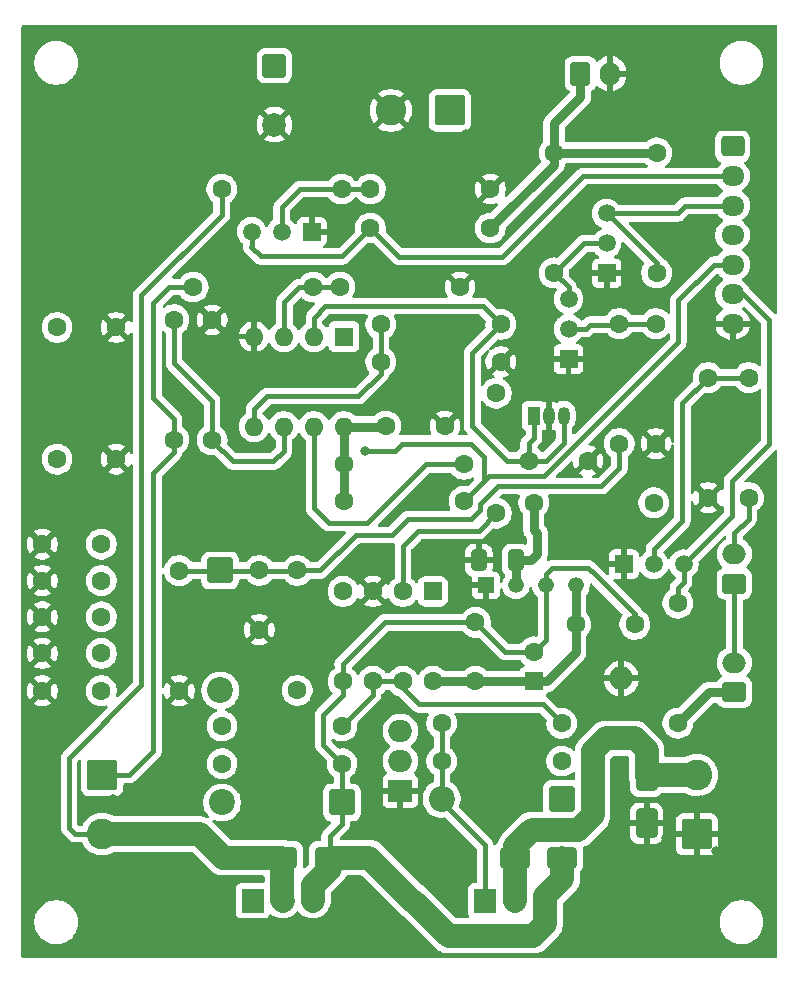
<source format=gbl>
%TF.GenerationSoftware,KiCad,Pcbnew,9.0.4*%
%TF.CreationDate,2025-09-07T14:44:28+03:00*%
%TF.ProjectId,Protection,50726f74-6563-4746-996f-6e2e6b696361,1.0*%
%TF.SameCoordinates,Original*%
%TF.FileFunction,Copper,L2,Bot*%
%TF.FilePolarity,Positive*%
%FSLAX46Y46*%
G04 Gerber Fmt 4.6, Leading zero omitted, Abs format (unit mm)*
G04 Created by KiCad (PCBNEW 9.0.4) date 2025-09-07 14:44:28*
%MOMM*%
%LPD*%
G01*
G04 APERTURE LIST*
G04 Aperture macros list*
%AMRoundRect*
0 Rectangle with rounded corners*
0 $1 Rounding radius*
0 $2 $3 $4 $5 $6 $7 $8 $9 X,Y pos of 4 corners*
0 Add a 4 corners polygon primitive as box body*
4,1,4,$2,$3,$4,$5,$6,$7,$8,$9,$2,$3,0*
0 Add four circle primitives for the rounded corners*
1,1,$1+$1,$2,$3*
1,1,$1+$1,$4,$5*
1,1,$1+$1,$6,$7*
1,1,$1+$1,$8,$9*
0 Add four rect primitives between the rounded corners*
20,1,$1+$1,$2,$3,$4,$5,0*
20,1,$1+$1,$4,$5,$6,$7,0*
20,1,$1+$1,$6,$7,$8,$9,0*
20,1,$1+$1,$8,$9,$2,$3,0*%
G04 Aperture macros list end*
%TA.AperFunction,ComponentPad*%
%ADD10RoundRect,0.249999X-0.850001X0.850001X-0.850001X-0.850001X0.850001X-0.850001X0.850001X0.850001X0*%
%TD*%
%TA.AperFunction,ComponentPad*%
%ADD11C,2.200000*%
%TD*%
%TA.AperFunction,ComponentPad*%
%ADD12R,1.500000X1.500000*%
%TD*%
%TA.AperFunction,ComponentPad*%
%ADD13C,1.500000*%
%TD*%
%TA.AperFunction,ComponentPad*%
%ADD14RoundRect,0.250000X-0.750000X0.750000X-0.750000X-0.750000X0.750000X-0.750000X0.750000X0.750000X0*%
%TD*%
%TA.AperFunction,ComponentPad*%
%ADD15C,2.000000*%
%TD*%
%TA.AperFunction,ComponentPad*%
%ADD16C,1.600000*%
%TD*%
%TA.AperFunction,ComponentPad*%
%ADD17R,1.338000X1.338000*%
%TD*%
%TA.AperFunction,ComponentPad*%
%ADD18C,1.338000*%
%TD*%
%TA.AperFunction,ComponentPad*%
%ADD19RoundRect,0.250000X0.750000X-0.600000X0.750000X0.600000X-0.750000X0.600000X-0.750000X-0.600000X0*%
%TD*%
%TA.AperFunction,ComponentPad*%
%ADD20O,2.000000X1.700000*%
%TD*%
%TA.AperFunction,ComponentPad*%
%ADD21R,1.050000X1.500000*%
%TD*%
%TA.AperFunction,ComponentPad*%
%ADD22O,1.050000X1.500000*%
%TD*%
%TA.AperFunction,ComponentPad*%
%ADD23RoundRect,0.250000X-0.550000X0.550000X-0.550000X-0.550000X0.550000X-0.550000X0.550000X0.550000X0*%
%TD*%
%TA.AperFunction,ComponentPad*%
%ADD24RoundRect,0.250000X1.050000X-1.050000X1.050000X1.050000X-1.050000X1.050000X-1.050000X-1.050000X0*%
%TD*%
%TA.AperFunction,ComponentPad*%
%ADD25C,2.600000*%
%TD*%
%TA.AperFunction,ComponentPad*%
%ADD26RoundRect,0.250000X-0.725000X0.600000X-0.725000X-0.600000X0.725000X-0.600000X0.725000X0.600000X0*%
%TD*%
%TA.AperFunction,ComponentPad*%
%ADD27O,1.950000X1.700000*%
%TD*%
%TA.AperFunction,ComponentPad*%
%ADD28RoundRect,0.250000X0.550000X-0.550000X0.550000X0.550000X-0.550000X0.550000X-0.550000X-0.550000X0*%
%TD*%
%TA.AperFunction,ComponentPad*%
%ADD29RoundRect,0.249999X0.850001X0.850001X-0.850001X0.850001X-0.850001X-0.850001X0.850001X-0.850001X0*%
%TD*%
%TA.AperFunction,ComponentPad*%
%ADD30R,1.905000X2.000000*%
%TD*%
%TA.AperFunction,ComponentPad*%
%ADD31O,1.905000X2.000000*%
%TD*%
%TA.AperFunction,ComponentPad*%
%ADD32R,1.600000X1.600000*%
%TD*%
%TA.AperFunction,ComponentPad*%
%ADD33O,1.600000X1.600000*%
%TD*%
%TA.AperFunction,ComponentPad*%
%ADD34RoundRect,0.250000X1.050000X1.050000X-1.050000X1.050000X-1.050000X-1.050000X1.050000X-1.050000X0*%
%TD*%
%TA.AperFunction,ComponentPad*%
%ADD35RoundRect,0.250000X-0.600000X-0.750000X0.600000X-0.750000X0.600000X0.750000X-0.600000X0.750000X0*%
%TD*%
%TA.AperFunction,ComponentPad*%
%ADD36O,1.700000X2.000000*%
%TD*%
%TA.AperFunction,ComponentPad*%
%ADD37R,2.000000X2.000000*%
%TD*%
%TA.AperFunction,ComponentPad*%
%ADD38O,2.000000X2.000000*%
%TD*%
%TA.AperFunction,ComponentPad*%
%ADD39R,2.000000X1.905000*%
%TD*%
%TA.AperFunction,ComponentPad*%
%ADD40O,2.000000X1.905000*%
%TD*%
%TA.AperFunction,ComponentPad*%
%ADD41RoundRect,0.250000X-1.050000X1.050000X-1.050000X-1.050000X1.050000X-1.050000X1.050000X1.050000X0*%
%TD*%
%TA.AperFunction,SMDPad,CuDef*%
%ADD42RoundRect,0.250000X-0.650000X1.000000X-0.650000X-1.000000X0.650000X-1.000000X0.650000X1.000000X0*%
%TD*%
%TA.AperFunction,SMDPad,CuDef*%
%ADD43RoundRect,0.250000X-1.000000X-0.650000X1.000000X-0.650000X1.000000X0.650000X-1.000000X0.650000X0*%
%TD*%
%TA.AperFunction,SMDPad,CuDef*%
%ADD44RoundRect,0.250000X0.412500X0.650000X-0.412500X0.650000X-0.412500X-0.650000X0.412500X-0.650000X0*%
%TD*%
%TA.AperFunction,ViaPad*%
%ADD45C,0.800000*%
%TD*%
%TA.AperFunction,ViaPad*%
%ADD46C,0.600000*%
%TD*%
%TA.AperFunction,Conductor*%
%ADD47C,0.400000*%
%TD*%
%TA.AperFunction,Conductor*%
%ADD48C,0.800000*%
%TD*%
%TA.AperFunction,Conductor*%
%ADD49C,2.000000*%
%TD*%
G04 APERTURE END LIST*
D10*
%TO.P,D4,1,A*%
%TO.N,Net-(C11-+)*%
X94860000Y-112800000D03*
D11*
%TO.P,D4,2,K*%
%TO.N,Net-(D1-K)*%
X94860000Y-122960000D03*
%TD*%
D12*
%TO.P,Q4,1,E*%
%TO.N,GND*%
X124350000Y-94890000D03*
D13*
%TO.P,Q4,2,B*%
%TO.N,Net-(Q4-B)*%
X124350000Y-92350000D03*
%TO.P,Q4,3,C*%
%TO.N,Net-(Q3-B)*%
X124350000Y-89810000D03*
%TD*%
D14*
%TO.P,C3,1,+*%
%TO.N,Net-(C3-+)*%
X99450000Y-70057323D03*
D15*
%TO.P,C3,2,-*%
%TO.N,GND*%
X99450000Y-75057323D03*
%TD*%
D16*
%TO.P,R19,1,+*%
%TO.N,Net-(D3-K)*%
X95020000Y-125970000D03*
%TO.P,R19,2,-*%
%TO.N,Net-(R19--)*%
X105180000Y-125970000D03*
%TD*%
%TO.P,C11,1,+*%
%TO.N,Net-(C11-+)*%
X98170000Y-112800000D03*
%TO.P,C11,2,-*%
%TO.N,GND*%
X98170000Y-117800000D03*
%TD*%
%TO.P,C10,1,+*%
%TO.N,Net-(C10-+)*%
X84800000Y-110575000D03*
%TO.P,C10,2,-*%
%TO.N,GND*%
X79800000Y-110575000D03*
%TD*%
%TO.P,R14,1,+*%
%TO.N,Net-(Q4-B)*%
X131750000Y-91890000D03*
%TO.P,R14,2,-*%
%TO.N,GND*%
X131750000Y-102050000D03*
%TD*%
D17*
%TO.P,PS1,1,-VIN*%
%TO.N,GND*%
X117350000Y-114060000D03*
D18*
%TO.P,PS1,2,+VIN*%
%TO.N,+5V*%
X119890000Y-114060000D03*
%TO.P,PS1,3,-VOUT*%
%TO.N,GNDS*%
X122430000Y-114060000D03*
%TO.P,PS1,4,+VOUT*%
%TO.N,+15V*%
X124970000Y-114060000D03*
%TD*%
D16*
%TO.P,R7,1,+*%
%TO.N,+5V*%
X105330000Y-106935000D03*
%TO.P,R7,2,-*%
%TO.N,/OverVoltage*%
X115490000Y-106935000D03*
%TD*%
%TO.P,R5,1,+*%
%TO.N,Net-(R4--)*%
X94180000Y-101740000D03*
%TO.P,R5,2,-*%
%TO.N,GND*%
X94180000Y-91580000D03*
%TD*%
%TO.P,R12,1,+*%
%TO.N,+5V*%
X123120000Y-77440000D03*
%TO.P,R12,2,-*%
%TO.N,Net-(Q3-B)*%
X123120000Y-87600000D03*
%TD*%
%TO.P,R9,1,+*%
%TO.N,GNDS*%
X123770000Y-128930000D03*
%TO.P,R9,2,-*%
%TO.N,Net-(D5-K)*%
X113610000Y-128930000D03*
%TD*%
%TO.P,R8,1,+*%
%TO.N,+5V*%
X105330000Y-103810000D03*
%TO.P,R8,2,-*%
%TO.N,/UnderVoltage*%
X115490000Y-103810000D03*
%TD*%
%TO.P,C8,1,+*%
%TO.N,Net-(C10-+)*%
X84800000Y-116725000D03*
%TO.P,C8,2,-*%
%TO.N,GND*%
X79800000Y-116725000D03*
%TD*%
D19*
%TO.P,J2,1*%
%TO.N,+5V*%
X138390000Y-123110000D03*
D20*
%TO.P,J2,2*%
%TO.N,Net-(J2-Pad2)*%
X138390000Y-120610000D03*
%TD*%
D21*
%TO.P,U1,1,REF*%
%TO.N,Net-(C1-+)*%
X121412000Y-99695000D03*
D22*
%TO.P,U1,2,A*%
%TO.N,GND*%
X122682000Y-99695000D03*
%TO.P,U1,3,K*%
%TO.N,Net-(C1-+)*%
X123952000Y-99695000D03*
%TD*%
D16*
%TO.P,C7,1,+*%
%TO.N,Net-(C10-+)*%
X84800000Y-119825000D03*
%TO.P,C7,2,-*%
%TO.N,GND*%
X79800000Y-119825000D03*
%TD*%
%TO.P,R10,1,+*%
%TO.N,Net-(C11-+)*%
X128651000Y-102050000D03*
%TO.P,R10,2,-*%
%TO.N,Net-(Q4-B)*%
X128651000Y-91890000D03*
%TD*%
%TO.P,R1,1,+*%
%TO.N,+5V*%
X121412000Y-107061000D03*
%TO.P,R1,2,-*%
%TO.N,Net-(C1-+)*%
X131572000Y-107061000D03*
%TD*%
%TO.P,R13,1,+*%
%TO.N,+5V*%
X131810000Y-77440000D03*
%TO.P,R13,2,-*%
%TO.N,/Crowbar*%
X131810000Y-87600000D03*
%TD*%
D19*
%TO.P,J6,1*%
%TO.N,Net-(J2-Pad2)*%
X138390000Y-113910000D03*
D20*
%TO.P,J6,2*%
%TO.N,Net-(R22-+)*%
X138390000Y-111410000D03*
%TD*%
D16*
%TO.P,R16,1,+*%
%TO.N,Net-(Q5-B)*%
X107580000Y-80510000D03*
%TO.P,R16,2,-*%
%TO.N,GND*%
X117740000Y-80510000D03*
%TD*%
%TO.P,C5,1,+*%
%TO.N,Net-(C10-+)*%
X81050000Y-92225000D03*
%TO.P,C5,2,-*%
%TO.N,GND*%
X86050000Y-92225000D03*
%TD*%
%TO.P,R15,1,+*%
%TO.N,Net-(D6-K)*%
X94990000Y-80510000D03*
%TO.P,R15,2,-*%
%TO.N,Net-(Q5-B)*%
X105150000Y-80510000D03*
%TD*%
%TO.P,R22,1,+*%
%TO.N,Net-(R22-+)*%
X139590000Y-106630000D03*
%TO.P,R22,2,-*%
%TO.N,Net-(Q1-B)*%
X139590000Y-96470000D03*
%TD*%
D23*
%TO.P,U3,1,NC*%
%TO.N,unconnected-(U3-NC-Pad1)*%
X112870000Y-114575000D03*
D16*
%TO.P,U3,2,A*%
%TO.N,Net-(R20-+)*%
X110330000Y-114575000D03*
%TO.P,U3,3,C*%
%TO.N,GND*%
X107790000Y-114575000D03*
%TO.P,U3,4,NC*%
%TO.N,unconnected-(U3-NC-Pad4)*%
X105250000Y-114575000D03*
%TO.P,U3,5,VEE*%
%TO.N,GNDS*%
X105250000Y-122195000D03*
%TO.P,U3,6,VO*%
%TO.N,Net-(R19--)*%
X107790000Y-122195000D03*
%TO.P,U3,7,VO*%
X110330000Y-122195000D03*
%TO.P,U3,8,VCC*%
%TO.N,+15V*%
X112870000Y-122195000D03*
%TD*%
D24*
%TO.P,J4,1*%
%TO.N,GND*%
X135217500Y-135120000D03*
D25*
%TO.P,J4,2*%
%TO.N,Net-(D1-K)*%
X135217500Y-130120000D03*
%TD*%
D16*
%TO.P,R24,1,+*%
%TO.N,FN*%
X133604000Y-115570000D03*
%TO.P,R24,2,-*%
%TO.N,+5V*%
X133604000Y-125730000D03*
%TD*%
D12*
%TO.P,Q5,1,E*%
%TO.N,GND*%
X102610000Y-84110000D03*
D13*
%TO.P,Q5,2,B*%
%TO.N,Net-(Q5-B)*%
X100070000Y-84110000D03*
%TO.P,Q5,3,C*%
%TO.N,/FuseBlow*%
X97530000Y-84110000D03*
%TD*%
D16*
%TO.P,C6,1,+*%
%TO.N,Net-(C10-+)*%
X84800000Y-122975000D03*
%TO.P,C6,2,-*%
%TO.N,GND*%
X79800000Y-122975000D03*
%TD*%
%TO.P,C2,1,+*%
%TO.N,+5V*%
X108880000Y-100565000D03*
%TO.P,C2,2,-*%
%TO.N,GND*%
X113880000Y-100565000D03*
%TD*%
%TO.P,R3,1,+*%
%TO.N,Net-(C10-+)*%
X92570000Y-88790000D03*
%TO.P,R3,2,-*%
%TO.N,Net-(R2-+)*%
X102730000Y-88790000D03*
%TD*%
%TO.P,R21,1,+*%
%TO.N,Net-(D5-K)*%
X113610000Y-125740000D03*
%TO.P,R21,2,-*%
%TO.N,Net-(R19--)*%
X123770000Y-125740000D03*
%TD*%
D26*
%TO.P,J5,1*%
%TO.N,ON_OFF*%
X138240000Y-76900000D03*
D27*
%TO.P,J5,2*%
%TO.N,/FuseBlow*%
X138240000Y-79400000D03*
%TO.P,J5,3*%
%TO.N,/Crowbar*%
X138240000Y-81900000D03*
%TO.P,J5,4*%
%TO.N,/UnderVoltage*%
X138240000Y-84400000D03*
%TO.P,J5,5*%
%TO.N,/OverVoltage*%
X138240000Y-86900000D03*
%TO.P,J5,6*%
%TO.N,FN*%
X138240000Y-89400000D03*
%TO.P,J5,7*%
%TO.N,GND*%
X138240000Y-91900000D03*
%TD*%
D28*
%TO.P,C14,1,+*%
%TO.N,+15V*%
X121390000Y-122185113D03*
D16*
%TO.P,C14,2,-*%
%TO.N,GNDS*%
X121390000Y-119685113D03*
%TD*%
%TO.P,R2,1,+*%
%TO.N,Net-(R2-+)*%
X105005000Y-88790000D03*
%TO.P,R2,2,-*%
%TO.N,GND*%
X115165000Y-88790000D03*
%TD*%
D29*
%TO.P,D3,1,A*%
%TO.N,GNDS*%
X105170000Y-132440000D03*
D11*
%TO.P,D3,2,K*%
%TO.N,Net-(D3-K)*%
X95010000Y-132440000D03*
%TD*%
D16*
%TO.P,R17,1,+*%
%TO.N,+5V*%
X117740000Y-83810000D03*
%TO.P,R17,2,-*%
%TO.N,/FuseBlow*%
X107580000Y-83810000D03*
%TD*%
D30*
%TO.P,Q8,1,G*%
%TO.N,Net-(D3-K)*%
X97607500Y-140745000D03*
D31*
%TO.P,Q8,2,D*%
%TO.N,Net-(D6-K)*%
X100147500Y-140745000D03*
%TO.P,Q8,3,S*%
%TO.N,GNDS*%
X102687500Y-140745000D03*
%TD*%
D32*
%TO.P,U2,1*%
%TO.N,/OverVoltage*%
X105330000Y-92990000D03*
D33*
%TO.P,U2,2,-*%
%TO.N,Net-(C1-+)*%
X102790000Y-92990000D03*
%TO.P,U2,3,+*%
%TO.N,Net-(R2-+)*%
X100250000Y-92990000D03*
%TO.P,U2,4,V-*%
%TO.N,GND*%
X97710000Y-92990000D03*
%TO.P,U2,5,+*%
%TO.N,Net-(R25-+)*%
X97710000Y-100610000D03*
%TO.P,U2,6,-*%
%TO.N,Net-(R4--)*%
X100250000Y-100610000D03*
%TO.P,U2,7*%
%TO.N,/UnderVoltage*%
X102790000Y-100610000D03*
%TO.P,U2,8,V+*%
%TO.N,+5V*%
X105330000Y-100610000D03*
%TD*%
D16*
%TO.P,C4,1,+*%
%TO.N,Net-(C10-+)*%
X81050000Y-103375000D03*
%TO.P,C4,2,-*%
%TO.N,GND*%
X86050000Y-103375000D03*
%TD*%
%TO.P,C1,1,+*%
%TO.N,Net-(C1-+)*%
X120984000Y-103505000D03*
%TO.P,C1,2,-*%
%TO.N,GND*%
X125984000Y-103505000D03*
%TD*%
%TO.P,R25,1,+*%
%TO.N,Net-(R25-+)*%
X108458000Y-91962000D03*
%TO.P,R25,2,-*%
%TO.N,Net-(C1-+)*%
X118618000Y-91962000D03*
%TD*%
%TO.P,R20,1,+*%
%TO.N,Net-(R20-+)*%
X118237000Y-107950000D03*
%TO.P,R20,2,-*%
%TO.N,ON_OFF*%
X118237000Y-97790000D03*
%TD*%
D34*
%TO.P,J1,1*%
%TO.N,Net-(C3-+)*%
X114300000Y-73850000D03*
D25*
%TO.P,J1,2*%
%TO.N,GND*%
X109300000Y-73850000D03*
%TD*%
D16*
%TO.P,R11,1,+*%
%TO.N,Net-(C11-+)*%
X101380000Y-112800000D03*
%TO.P,R11,2,-*%
%TO.N,Net-(Q2-G)*%
X101380000Y-122960000D03*
%TD*%
D12*
%TO.P,Q3,1,E*%
%TO.N,GND*%
X127580000Y-87640000D03*
D13*
%TO.P,Q3,2,B*%
%TO.N,Net-(Q3-B)*%
X127580000Y-85100000D03*
%TO.P,Q3,3,C*%
%TO.N,/Crowbar*%
X127580000Y-82560000D03*
%TD*%
D35*
%TO.P,J3,1*%
%TO.N,+5V*%
X125360000Y-70735000D03*
D36*
%TO.P,J3,2*%
%TO.N,GND*%
X127860000Y-70735000D03*
%TD*%
D16*
%TO.P,R23,1,+*%
%TO.N,GND*%
X136170000Y-106630000D03*
%TO.P,R23,2,-*%
%TO.N,Net-(Q1-B)*%
X136170000Y-96470000D03*
%TD*%
%TO.P,C9,1,+*%
%TO.N,Net-(C10-+)*%
X84800000Y-113655000D03*
%TO.P,C9,2,-*%
%TO.N,GND*%
X79800000Y-113655000D03*
%TD*%
%TO.P,R18,1,+*%
%TO.N,GNDS*%
X105180000Y-129160000D03*
%TO.P,R18,2,-*%
%TO.N,Net-(D3-K)*%
X95020000Y-129160000D03*
%TD*%
%TO.P,R4,1,+*%
%TO.N,Net-(C10-+)*%
X90950000Y-101720000D03*
%TO.P,R4,2,-*%
%TO.N,Net-(R4--)*%
X90950000Y-91560000D03*
%TD*%
%TO.P,R6,1,+*%
%TO.N,Net-(C11-+)*%
X91400000Y-112810000D03*
%TO.P,R6,2,-*%
%TO.N,GND*%
X91400000Y-122970000D03*
%TD*%
%TO.P,C13,1,+*%
%TO.N,+15V*%
X124960000Y-117360000D03*
%TO.P,C13,2,-*%
%TO.N,GNDS*%
X129960000Y-117360000D03*
%TD*%
D12*
%TO.P,Q1,1,E*%
%TO.N,GND*%
X129032000Y-112268000D03*
D13*
%TO.P,Q1,2,B*%
%TO.N,Net-(Q1-B)*%
X131572000Y-112268000D03*
%TO.P,Q1,3,C*%
%TO.N,FN*%
X134112000Y-112268000D03*
%TD*%
D37*
%TO.P,D2,1,K*%
%TO.N,Net-(D1-K)*%
X128810000Y-127020000D03*
D38*
%TO.P,D2,2,A*%
%TO.N,GND*%
X128810000Y-121940000D03*
%TD*%
D16*
%TO.P,C15,1,+*%
%TO.N,+15V*%
X116470000Y-122190000D03*
%TO.P,C15,2,-*%
%TO.N,GNDS*%
X116470000Y-117190000D03*
%TD*%
D29*
%TO.P,D5,1,A*%
%TO.N,GNDS*%
X123770000Y-132130000D03*
D11*
%TO.P,D5,2,K*%
%TO.N,Net-(D5-K)*%
X113610000Y-132130000D03*
%TD*%
D39*
%TO.P,Q2,1,K*%
%TO.N,GND*%
X110110000Y-131470000D03*
D40*
%TO.P,Q2,2,A*%
%TO.N,Net-(D1-K)*%
X110110000Y-128930000D03*
%TO.P,Q2,3,G*%
%TO.N,Net-(Q2-G)*%
X110110000Y-126390000D03*
%TD*%
D41*
%TO.P,F1,1,+*%
%TO.N,Net-(C10-+)*%
X84862500Y-130120000D03*
D25*
%TO.P,F1,2,-*%
%TO.N,Net-(D6-K)*%
X84862500Y-135120000D03*
%TD*%
D16*
%TO.P,R26,1,+*%
%TO.N,Net-(R25-+)*%
X108458000Y-95123000D03*
%TO.P,R26,2,-*%
%TO.N,GND*%
X118618000Y-95123000D03*
%TD*%
D30*
%TO.P,Q6,1,G*%
%TO.N,Net-(D5-K)*%
X117287500Y-140745000D03*
D31*
%TO.P,Q6,2,D*%
%TO.N,Net-(D1-K)*%
X119827500Y-140745000D03*
%TO.P,Q6,3,S*%
%TO.N,GNDS*%
X122367500Y-140745000D03*
%TD*%
D42*
%TO.P,D1,1,K*%
%TO.N,Net-(D1-K)*%
X130970000Y-130210000D03*
%TO.P,D1,2,A*%
%TO.N,GND*%
X130970000Y-134210000D03*
%TD*%
D43*
%TO.P,D7,1,K*%
%TO.N,Net-(D1-K)*%
X119820000Y-137110000D03*
%TO.P,D7,2,A*%
%TO.N,GNDS*%
X123820000Y-137110000D03*
%TD*%
%TO.P,D6,1,K*%
%TO.N,Net-(D6-K)*%
X100120000Y-137110000D03*
%TO.P,D6,2,A*%
%TO.N,GNDS*%
X104120000Y-137110000D03*
%TD*%
D44*
%TO.P,C12,1,+*%
%TO.N,+5V*%
X119882500Y-111930000D03*
%TO.P,C12,2,-*%
%TO.N,GND*%
X116757500Y-111930000D03*
%TD*%
D45*
%TO.N,GND*%
X140532099Y-119397866D03*
X91551355Y-107542968D03*
X99360770Y-128623696D03*
X133366477Y-133357362D03*
X106292617Y-77840275D03*
X101727000Y-90910658D03*
X101951093Y-135499017D03*
X78744991Y-134026369D03*
X88881253Y-72825968D03*
X84850000Y-67760000D03*
X98251764Y-114852505D03*
X93493482Y-142265021D03*
X111872783Y-81844345D03*
X106539278Y-139171703D03*
X127545623Y-140265000D03*
X101297723Y-77591234D03*
X83811906Y-102192740D03*
X82605853Y-121528675D03*
X131908027Y-124250980D03*
X96437883Y-77388761D03*
X138660318Y-135005580D03*
X91348051Y-142447190D03*
X101856018Y-120985637D03*
X97788401Y-81285121D03*
X83380762Y-137499539D03*
X130175000Y-104267000D03*
X109399191Y-82685178D03*
X134896772Y-144879362D03*
X83984482Y-79167241D03*
X122152722Y-69513207D03*
X127082406Y-68097293D03*
X136568746Y-126203779D03*
X84479719Y-98619794D03*
X78878845Y-87948821D03*
X91595459Y-120843482D03*
X110670499Y-144713010D03*
X110302501Y-80602951D03*
X79319668Y-75241585D03*
X113573350Y-67305754D03*
X104688250Y-67425653D03*
X115827183Y-67789822D03*
X103366952Y-119534419D03*
X98676771Y-95180157D03*
X111294317Y-74616236D03*
X122476389Y-71634036D03*
X86009124Y-142522877D03*
X110507120Y-76549049D03*
X97955531Y-90960507D03*
X134226730Y-69446362D03*
X108306487Y-141026156D03*
X124187661Y-67877210D03*
X115874122Y-131154059D03*
X88848865Y-85552970D03*
X81748734Y-115514473D03*
X136336533Y-116780876D03*
X85083808Y-70848973D03*
X93274138Y-116427845D03*
X86299072Y-79349719D03*
X95582682Y-86605128D03*
X117134492Y-132890343D03*
X78550000Y-77770000D03*
X92051968Y-67570109D03*
X85742115Y-84888785D03*
X78940624Y-96821273D03*
X100264613Y-109245830D03*
X125555720Y-82719144D03*
X79407731Y-131453442D03*
X85426203Y-137722378D03*
X138001645Y-132536146D03*
X141605000Y-105156000D03*
X95282115Y-109646358D03*
X103108934Y-114842217D03*
X131628254Y-68860363D03*
X92861578Y-131987998D03*
X106189859Y-116680959D03*
X95122883Y-95770522D03*
X102675559Y-133365022D03*
X134109115Y-139761550D03*
X128466798Y-130304369D03*
X121764176Y-129637225D03*
X107139201Y-87567204D03*
X107346743Y-67387256D03*
X135435703Y-73154955D03*
X88881054Y-68136751D03*
X120357025Y-73261603D03*
X126181633Y-136599506D03*
X105379817Y-74963364D03*
X108712000Y-88773000D03*
X140100163Y-133053351D03*
X138358478Y-127334149D03*
X108764914Y-143125886D03*
X87529144Y-87314476D03*
D46*
X122555000Y-101981000D03*
D45*
X129550209Y-136887689D03*
X135890000Y-100965000D03*
X119020665Y-127855496D03*
X84707830Y-140792154D03*
X131826000Y-97917000D03*
X141173117Y-80395745D03*
X139280410Y-74604700D03*
X82408630Y-108687448D03*
X97935971Y-143753086D03*
X95784586Y-144343001D03*
X128837183Y-143135514D03*
X102728089Y-72133496D03*
X93777601Y-74818525D03*
X87348599Y-144659248D03*
X96926170Y-119852105D03*
X106554008Y-73334373D03*
X94102635Y-67644201D03*
X138826575Y-93976398D03*
X118100945Y-68207261D03*
X110618728Y-120019345D03*
X81529707Y-76587081D03*
X129597244Y-68460537D03*
X79858909Y-128550188D03*
X133735586Y-76539487D03*
X136822285Y-136579428D03*
X103147850Y-75179430D03*
X141227028Y-113657731D03*
X95687031Y-142264323D03*
X82191953Y-74428830D03*
X84387129Y-81188931D03*
X81894238Y-123532943D03*
X97093067Y-129651131D03*
X117624602Y-78419459D03*
X94848197Y-118912953D03*
X134693510Y-142075639D03*
X91307956Y-110761357D03*
X97151357Y-88555219D03*
X117244699Y-126419379D03*
X135553030Y-132201435D03*
X141512039Y-87988879D03*
X85976372Y-75756375D03*
X86180827Y-101010735D03*
X106543844Y-144478214D03*
X117602000Y-100330000D03*
X78955822Y-105707346D03*
X113860000Y-92890000D03*
X86159647Y-73565568D03*
X121376166Y-127624870D03*
X97087544Y-132270429D03*
X79589968Y-136859961D03*
X123444507Y-144549445D03*
X108154266Y-76281098D03*
X78787252Y-93213714D03*
X102123211Y-143733259D03*
X88571639Y-70686616D03*
X87890000Y-80990000D03*
X116793748Y-69954875D03*
X109945656Y-78512807D03*
X84762570Y-88468615D03*
X78748520Y-83160863D03*
X80200133Y-107312696D03*
X127177320Y-117707555D03*
X82533262Y-117913781D03*
X127762000Y-109220000D03*
X126492000Y-99060000D03*
X81456380Y-126008890D03*
X126838209Y-123241598D03*
X105361684Y-141106938D03*
X82259563Y-111664519D03*
X96866033Y-106929756D03*
X120458306Y-77521267D03*
X90505827Y-144458978D03*
X128140202Y-89643580D03*
X139391009Y-130023160D03*
X87991687Y-77326932D03*
X90411304Y-138830870D03*
X88746302Y-75198214D03*
X92299070Y-137882079D03*
X114648881Y-81789675D03*
X120140093Y-68532050D03*
X104879921Y-82856822D03*
X79617404Y-125003810D03*
X98358022Y-78984751D03*
X97909882Y-126093066D03*
X95390777Y-114842989D03*
X128507732Y-132326409D03*
X93392951Y-104355323D03*
X115669958Y-79629094D03*
X119490429Y-70585813D03*
X136160456Y-93858258D03*
X134690879Y-67442446D03*
X90888567Y-131585114D03*
X91409376Y-127295527D03*
X98144980Y-110297334D03*
X96240145Y-117161260D03*
X112911731Y-120082169D03*
X131059184Y-142813843D03*
X92715508Y-129395105D03*
X78826646Y-102047296D03*
X127737950Y-74141494D03*
X86967964Y-69140971D03*
X129953651Y-144987036D03*
X132498184Y-73738258D03*
X129199254Y-119341484D03*
X83162643Y-92913182D03*
X85740882Y-132156520D03*
X84888603Y-94761833D03*
X129444383Y-124202780D03*
X136081403Y-90847986D03*
X78643969Y-81096059D03*
X90540000Y-84460000D03*
X130842014Y-139992466D03*
X141367728Y-77879911D03*
X134265749Y-127587501D03*
X98875138Y-67535566D03*
X138039331Y-138703184D03*
X83672693Y-96389748D03*
X101266012Y-131140814D03*
X129149204Y-72611141D03*
X115367869Y-119908698D03*
X100070653Y-143287063D03*
X88124635Y-138016172D03*
X99096464Y-132274156D03*
X114618899Y-138613914D03*
X140454430Y-128170648D03*
X100375761Y-105651790D03*
X93745479Y-106721985D03*
X125847018Y-143462925D03*
X131820023Y-120779833D03*
X137088270Y-129048942D03*
X130156677Y-89003036D03*
X115679979Y-75822708D03*
X98717050Y-76943690D03*
X93992946Y-120809728D03*
X127559168Y-144869279D03*
X99013165Y-134731348D03*
X94803782Y-139091301D03*
X106337925Y-112886700D03*
X93650000Y-78320000D03*
X112445641Y-88663835D03*
X141523073Y-116056131D03*
X112046330Y-72323303D03*
X93530000Y-76670000D03*
X99523589Y-120657537D03*
X96311027Y-67681851D03*
X78681686Y-90519735D03*
X132602230Y-135480103D03*
X118792838Y-130139803D03*
X84180464Y-90807587D03*
X83812332Y-77142049D03*
X81255031Y-138272330D03*
X115132450Y-113389474D03*
X140561642Y-123101326D03*
X140759293Y-110713525D03*
X129286000Y-94615000D03*
X95618227Y-90120459D03*
X92518791Y-118579892D03*
X132636919Y-71279433D03*
X119574165Y-117214577D03*
X87372886Y-140534603D03*
X118472328Y-75810770D03*
X96702928Y-74266595D03*
X131132865Y-75432497D03*
X104290949Y-142884299D03*
X118720000Y-89260000D03*
X124405465Y-123212164D03*
X139662934Y-125601927D03*
X139827000Y-99568000D03*
X111028999Y-67607634D03*
X131929192Y-137651458D03*
X141486803Y-130251189D03*
X98354033Y-72309577D03*
X88882676Y-132483587D03*
X113184938Y-105825161D03*
X120741777Y-132280884D03*
X112565314Y-77641512D03*
X101985500Y-67405671D03*
X140508787Y-135829866D03*
X104007050Y-77163741D03*
X101075945Y-115918078D03*
X140420714Y-85507520D03*
X111669769Y-133638656D03*
X86190723Y-82924739D03*
X140757635Y-83197692D03*
X91543172Y-105343457D03*
X92910689Y-124390396D03*
X99112166Y-107315942D03*
X89565382Y-141249207D03*
X117982278Y-72408994D03*
X83347800Y-85458397D03*
D46*
X134747000Y-109728000D03*
D45*
X136120882Y-139825148D03*
X113581966Y-79814923D03*
X100821598Y-73144593D03*
X103831745Y-116774818D03*
X93294455Y-108895147D03*
X101415904Y-117996916D03*
X112903000Y-95631000D03*
X116876966Y-129210448D03*
%TO.N,+5V*%
X121700000Y-111380000D03*
%TO.N,/OverVoltage*%
X107100000Y-102670000D03*
%TD*%
D47*
%TO.N,Net-(C1-+)*%
X122428000Y-103505000D02*
X120984000Y-103505000D01*
X117094000Y-90424000D02*
X118618000Y-91948000D01*
X118618000Y-91962000D02*
X118604000Y-91962000D01*
X121412000Y-99695000D02*
X121412000Y-101600000D01*
X118604000Y-91962000D02*
X116205000Y-94361000D01*
X102790000Y-91393000D02*
X103759000Y-90424000D01*
X121412000Y-101600000D02*
X120984000Y-102028000D01*
X120984000Y-102028000D02*
X120984000Y-103505000D01*
X123952000Y-99695000D02*
X123952000Y-101981000D01*
X103759000Y-90424000D02*
X117094000Y-90424000D01*
X119126000Y-103505000D02*
X120984000Y-103505000D01*
X118618000Y-91948000D02*
X118618000Y-91962000D01*
X102790000Y-92990000D02*
X102790000Y-91393000D01*
X116205000Y-94361000D02*
X116205000Y-100584000D01*
X116205000Y-100584000D02*
X119126000Y-103505000D01*
X123952000Y-101981000D02*
X122428000Y-103505000D01*
D48*
%TO.N,+5V*%
X125360000Y-72690000D02*
X123120000Y-74930000D01*
X121700000Y-111380000D02*
X121700000Y-109635000D01*
X119890000Y-114060000D02*
X119890000Y-111937500D01*
X136224000Y-123110000D02*
X133604000Y-125730000D01*
X131810000Y-77440000D02*
X123120000Y-77440000D01*
X119882500Y-111930000D02*
X121150000Y-111930000D01*
X121150000Y-111930000D02*
X121700000Y-111380000D01*
X105330000Y-100610000D02*
X105330000Y-106935000D01*
X121412000Y-109347000D02*
X121412000Y-107061000D01*
X138390000Y-123110000D02*
X136224000Y-123110000D01*
X121700000Y-109635000D02*
X121412000Y-109347000D01*
X123120000Y-78430000D02*
X117740000Y-83810000D01*
X123120000Y-77440000D02*
X123120000Y-78430000D01*
X125360000Y-70735000D02*
X125360000Y-72690000D01*
X105330000Y-100610000D02*
X108835000Y-100610000D01*
X123120000Y-74930000D02*
X123120000Y-77440000D01*
D47*
%TO.N,Net-(C10-+)*%
X90950000Y-99960000D02*
X90950000Y-101720000D01*
X89190000Y-90160000D02*
X89190000Y-98200000D01*
X89190000Y-98200000D02*
X90950000Y-99960000D01*
X89200000Y-128090000D02*
X87170000Y-130120000D01*
X90560000Y-88790000D02*
X89190000Y-90160000D01*
X89200000Y-104550000D02*
X89200000Y-128090000D01*
X87170000Y-130120000D02*
X84862500Y-130120000D01*
X90950000Y-101720000D02*
X90950000Y-102800000D01*
X90950000Y-102800000D02*
X89200000Y-104550000D01*
X92570000Y-88790000D02*
X90560000Y-88790000D01*
%TO.N,Net-(C11-+)*%
X116840000Y-107696000D02*
X116840000Y-107188000D01*
X118364000Y-105664000D02*
X127127000Y-105664000D01*
X128651000Y-104140000D02*
X128651000Y-102050000D01*
X110750000Y-108430000D02*
X116106000Y-108430000D01*
X109400000Y-109780000D02*
X110750000Y-108430000D01*
X127127000Y-105664000D02*
X128651000Y-104140000D01*
X101380000Y-112800000D02*
X103320000Y-112800000D01*
X106340000Y-109780000D02*
X109400000Y-109780000D01*
X116840000Y-107188000D02*
X118364000Y-105664000D01*
X91400000Y-112810000D02*
X101370000Y-112810000D01*
X116106000Y-108430000D02*
X116840000Y-107696000D01*
X103320000Y-112800000D02*
X106340000Y-109780000D01*
D49*
%TO.N,Net-(D1-K)*%
X125180000Y-134730000D02*
X121250000Y-134730000D01*
X121250000Y-134730000D02*
X119827500Y-136152500D01*
X128810000Y-127020000D02*
X127500000Y-127020000D01*
X129960000Y-127020000D02*
X128810000Y-127020000D01*
X126400000Y-128120000D02*
X126400000Y-133510000D01*
X119820000Y-140737500D02*
X119827500Y-140745000D01*
X130970000Y-130210000D02*
X130970000Y-128030000D01*
X131060000Y-130120000D02*
X130970000Y-130210000D01*
X130970000Y-128030000D02*
X129960000Y-127020000D01*
X119820000Y-137110000D02*
X119820000Y-140737500D01*
X135217500Y-130120000D02*
X131060000Y-130120000D01*
X127500000Y-127020000D02*
X126400000Y-128120000D01*
X126400000Y-133510000D02*
X125180000Y-134730000D01*
X119827500Y-136152500D02*
X119827500Y-140745000D01*
D47*
%TO.N,/OverVoltage*%
X133650000Y-93426000D02*
X133650000Y-89940000D01*
X117599870Y-104825130D02*
X122250870Y-104825130D01*
X117175000Y-103155000D02*
X116080000Y-102060000D01*
X110260000Y-102060000D02*
X109650000Y-102670000D01*
X117175000Y-105250000D02*
X117599870Y-104825130D01*
X136690000Y-86900000D02*
X138240000Y-86900000D01*
X115490000Y-106935000D02*
X117175000Y-105250000D01*
X122250870Y-104825130D02*
X133650000Y-93426000D01*
X117175000Y-105250000D02*
X117175000Y-103155000D01*
X116080000Y-102060000D02*
X110260000Y-102060000D01*
X109650000Y-102670000D02*
X107100000Y-102670000D01*
X133650000Y-89940000D02*
X136690000Y-86900000D01*
%TO.N,/FuseBlow*%
X118740000Y-86220000D02*
X109990000Y-86220000D01*
X138240000Y-79400000D02*
X125560000Y-79400000D01*
X107570000Y-83810000D02*
X105180000Y-86200000D01*
X97530000Y-85360000D02*
X97530000Y-84110000D01*
X97500000Y-85390000D02*
X97530000Y-85360000D01*
X125560000Y-79400000D02*
X118740000Y-86220000D01*
X98310000Y-86200000D02*
X97500000Y-85390000D01*
X109990000Y-86220000D02*
X107580000Y-83810000D01*
X105180000Y-86200000D02*
X98310000Y-86200000D01*
%TO.N,/UnderVoltage*%
X104030000Y-108770000D02*
X102790000Y-107530000D01*
X112280000Y-103810000D02*
X107320000Y-108770000D01*
X107320000Y-108770000D02*
X104030000Y-108770000D01*
X115490000Y-103810000D02*
X112280000Y-103810000D01*
X102790000Y-107530000D02*
X102790000Y-100610000D01*
%TO.N,/Crowbar*%
X134250000Y-81900000D02*
X133590000Y-82560000D01*
X138240000Y-81900000D02*
X134250000Y-81900000D01*
X131810000Y-86790000D02*
X127580000Y-82560000D01*
X131810000Y-87600000D02*
X131810000Y-86790000D01*
X133590000Y-82560000D02*
X127580000Y-82560000D01*
%TO.N,Net-(Q3-B)*%
X125620000Y-85100000D02*
X127580000Y-85100000D01*
X124350000Y-89810000D02*
X124350000Y-88830000D01*
X124350000Y-88830000D02*
X123120000Y-87600000D01*
X123120000Y-87600000D02*
X125620000Y-85100000D01*
%TO.N,Net-(Q4-B)*%
X124350000Y-92350000D02*
X125800000Y-92350000D01*
X126170000Y-91980000D02*
X128060000Y-91980000D01*
X128651000Y-91890000D02*
X131750000Y-91890000D01*
X125800000Y-92350000D02*
X126170000Y-91980000D01*
%TO.N,Net-(Q5-B)*%
X101590000Y-80510000D02*
X100070000Y-82030000D01*
X105150000Y-80510000D02*
X101590000Y-80510000D01*
X100070000Y-82030000D02*
X100070000Y-84110000D01*
X107580000Y-80510000D02*
X105150000Y-80510000D01*
D49*
%TO.N,GNDS*%
X111105000Y-140745000D02*
X107470000Y-137110000D01*
X111215000Y-140745000D02*
X111105000Y-140745000D01*
X114190000Y-143720000D02*
X111215000Y-140745000D01*
X102687500Y-140745000D02*
X102687500Y-140652500D01*
D47*
X105170000Y-132440000D02*
X105170000Y-134270000D01*
X108780000Y-117190000D02*
X105230000Y-120740000D01*
D49*
X102740000Y-140600000D02*
X102740000Y-139440000D01*
D47*
X105180000Y-129160000D02*
X103580000Y-127560000D01*
X122430000Y-114060000D02*
X122430000Y-118645113D01*
D49*
X122367500Y-140745000D02*
X122367500Y-142722500D01*
X102687500Y-140652500D02*
X102740000Y-140600000D01*
D47*
X126280000Y-112870000D02*
X126310000Y-112870000D01*
X129960000Y-116520000D02*
X129960000Y-117360000D01*
X105170000Y-134270000D02*
X104120000Y-135320000D01*
X126010000Y-112600000D02*
X126280000Y-112870000D01*
D49*
X104120000Y-138060000D02*
X104120000Y-137110000D01*
D47*
X122430000Y-118645113D02*
X121390000Y-119685113D01*
X122960000Y-112600000D02*
X126010000Y-112600000D01*
X105180000Y-129160000D02*
X105180000Y-132430000D01*
X105250000Y-123370000D02*
X105250000Y-122195000D01*
D49*
X122367500Y-140392500D02*
X122367500Y-140745000D01*
D47*
X104120000Y-135320000D02*
X104120000Y-137110000D01*
X126310000Y-112870000D02*
X129960000Y-116520000D01*
D49*
X123820000Y-137110000D02*
X123820000Y-138940000D01*
D47*
X105230000Y-120740000D02*
X105250000Y-120760000D01*
D49*
X102740000Y-139440000D02*
X104120000Y-138060000D01*
X121370000Y-143720000D02*
X114190000Y-143720000D01*
D47*
X118965113Y-119685113D02*
X116470000Y-117190000D01*
X122430000Y-114060000D02*
X122430000Y-113130000D01*
D49*
X123820000Y-138940000D02*
X122367500Y-140392500D01*
X107470000Y-137110000D02*
X104120000Y-137110000D01*
D47*
X103580000Y-127560000D02*
X103580000Y-125040000D01*
X103580000Y-125040000D02*
X105250000Y-123370000D01*
X105250000Y-120760000D02*
X105250000Y-122195000D01*
X116470000Y-117190000D02*
X108780000Y-117190000D01*
X122430000Y-113130000D02*
X122960000Y-112600000D01*
X121390000Y-119685113D02*
X118965113Y-119685113D01*
D49*
X122367500Y-142722500D02*
X121370000Y-143720000D01*
D47*
%TO.N,Net-(R2-+)*%
X102730000Y-88790000D02*
X101540000Y-88790000D01*
X100300000Y-90030000D02*
X100300000Y-92940000D01*
X105005000Y-88790000D02*
X102730000Y-88790000D01*
X101540000Y-88790000D02*
X100300000Y-90030000D01*
%TO.N,Net-(R4--)*%
X94180000Y-101740000D02*
X94180000Y-98490000D01*
X95930000Y-103570000D02*
X99370000Y-103570000D01*
X99370000Y-103570000D02*
X100270000Y-102670000D01*
X100270000Y-102670000D02*
X100250000Y-102650000D01*
X94180000Y-98490000D02*
X90950000Y-95260000D01*
X100250000Y-102650000D02*
X100250000Y-100610000D01*
X94180000Y-101820000D02*
X95930000Y-103570000D01*
X90950000Y-95260000D02*
X90950000Y-91560000D01*
D48*
%TO.N,+15V*%
X124960000Y-117360000D02*
X124960000Y-119720000D01*
X121390000Y-122185113D02*
X112879887Y-122185113D01*
X124970000Y-114060000D02*
X124970000Y-117350000D01*
X124960000Y-119720000D02*
X122494887Y-122185113D01*
X122494887Y-122185113D02*
X121390000Y-122185113D01*
D47*
%TO.N,Net-(D5-K)*%
X113640000Y-125920000D02*
X113640000Y-132390000D01*
X117287500Y-136037500D02*
X113640000Y-132390000D01*
X117287500Y-140745000D02*
X117287500Y-136037500D01*
%TO.N,Net-(D6-K)*%
X88190000Y-122530000D02*
X82060000Y-128660000D01*
D49*
X84862500Y-135120000D02*
X93110000Y-135120000D01*
X93110000Y-135120000D02*
X95100000Y-137110000D01*
X100120000Y-140717500D02*
X100147500Y-140745000D01*
D47*
X88190000Y-89510000D02*
X88190000Y-122530000D01*
D49*
X95100000Y-137110000D02*
X100120000Y-137110000D01*
D47*
X82060000Y-128660000D02*
X82060000Y-134580000D01*
X94990000Y-82710000D02*
X88190000Y-89510000D01*
X82060000Y-134580000D02*
X82600000Y-135120000D01*
X94990000Y-80510000D02*
X94990000Y-82710000D01*
D49*
X100120000Y-137110000D02*
X100120000Y-140717500D01*
D47*
X82600000Y-135120000D02*
X84862500Y-135120000D01*
%TO.N,Net-(J2-Pad2)*%
X138390000Y-113910000D02*
X138390000Y-120610000D01*
%TO.N,FN*%
X141360000Y-102060000D02*
X141360000Y-91610000D01*
X134112000Y-112268000D02*
X138176000Y-108204000D01*
X138176000Y-108204000D02*
X138176000Y-105244000D01*
X134112000Y-113792000D02*
X134112000Y-112268000D01*
X133604000Y-114300000D02*
X134112000Y-113792000D01*
X139150000Y-89400000D02*
X138240000Y-89400000D01*
X141360000Y-91610000D02*
X139150000Y-89400000D01*
X133604000Y-115570000D02*
X133604000Y-114300000D01*
X138176000Y-105244000D02*
X141360000Y-102060000D01*
%TO.N,Net-(R22-+)*%
X138390000Y-109600000D02*
X139590000Y-108400000D01*
X138390000Y-111410000D02*
X138390000Y-109600000D01*
X139590000Y-108400000D02*
X139590000Y-106630000D01*
%TO.N,Net-(Q1-B)*%
X131572000Y-110998000D02*
X133985000Y-108585000D01*
X136170000Y-96470000D02*
X139590000Y-96470000D01*
X133985000Y-98655000D02*
X136170000Y-96470000D01*
X133985000Y-108585000D02*
X133985000Y-98655000D01*
X131572000Y-112268000D02*
X131572000Y-110998000D01*
%TO.N,Net-(R19--)*%
X107790000Y-123350000D02*
X107790000Y-122195000D01*
X111710000Y-124140000D02*
X122170000Y-124140000D01*
X105180000Y-125970000D02*
X106560000Y-124590000D01*
X122170000Y-124140000D02*
X123770000Y-125740000D01*
X110330000Y-122760000D02*
X111710000Y-124140000D01*
X106560000Y-124580000D02*
X107790000Y-123350000D01*
X106560000Y-124590000D02*
X106560000Y-124580000D01*
X107790000Y-122195000D02*
X110330000Y-122195000D01*
%TO.N,Net-(R20-+)*%
X116713000Y-109450000D02*
X111570000Y-109450000D01*
X111570000Y-109450000D02*
X110330000Y-110690000D01*
X118237000Y-107950000D02*
X116737000Y-109450000D01*
X110330000Y-110690000D02*
X110330000Y-114575000D01*
X116737000Y-109450000D02*
X116713000Y-109450000D01*
%TO.N,Net-(R25-+)*%
X106553000Y-98044000D02*
X108458000Y-96139000D01*
X108458000Y-96139000D02*
X108458000Y-95123000D01*
X97710000Y-100610000D02*
X97710000Y-99140000D01*
X98806000Y-98044000D02*
X106553000Y-98044000D01*
X97710000Y-99140000D02*
X98806000Y-98044000D01*
X108458000Y-91962000D02*
X108458000Y-95123000D01*
%TD*%
%TA.AperFunction,Conductor*%
%TO.N,GND*%
G36*
X141967539Y-66645185D02*
G01*
X142013294Y-66697989D01*
X142024500Y-66749500D01*
X142024500Y-90984480D01*
X142004815Y-91051519D01*
X141952011Y-91097274D01*
X141882853Y-91107218D01*
X141819297Y-91078193D01*
X141812819Y-91072161D01*
X139624536Y-88883879D01*
X139601732Y-88852493D01*
X139520051Y-88692184D01*
X139520049Y-88692181D01*
X139520048Y-88692179D01*
X139395109Y-88520213D01*
X139244792Y-88369896D01*
X139244784Y-88369890D01*
X139080204Y-88250316D01*
X139037540Y-88194989D01*
X139031561Y-88125376D01*
X139064166Y-88063580D01*
X139080199Y-88049686D01*
X139244792Y-87930104D01*
X139395104Y-87779792D01*
X139395106Y-87779788D01*
X139395109Y-87779786D01*
X139520048Y-87607820D01*
X139520047Y-87607820D01*
X139520051Y-87607816D01*
X139616557Y-87418412D01*
X139682246Y-87216243D01*
X139715500Y-87006287D01*
X139715500Y-86793713D01*
X139682246Y-86583757D01*
X139616557Y-86381588D01*
X139520051Y-86192184D01*
X139520049Y-86192181D01*
X139520048Y-86192179D01*
X139395109Y-86020213D01*
X139244792Y-85869896D01*
X139176370Y-85820185D01*
X139080204Y-85750316D01*
X139037540Y-85694989D01*
X139031561Y-85625376D01*
X139064166Y-85563580D01*
X139080199Y-85549686D01*
X139244792Y-85430104D01*
X139395104Y-85279792D01*
X139395106Y-85279788D01*
X139395109Y-85279786D01*
X139520048Y-85107820D01*
X139520047Y-85107820D01*
X139520051Y-85107816D01*
X139616557Y-84918412D01*
X139682246Y-84716243D01*
X139715500Y-84506287D01*
X139715500Y-84293713D01*
X139682246Y-84083757D01*
X139616557Y-83881588D01*
X139520051Y-83692184D01*
X139520049Y-83692181D01*
X139520048Y-83692179D01*
X139395109Y-83520213D01*
X139244792Y-83369896D01*
X139165341Y-83312172D01*
X139080204Y-83250316D01*
X139037540Y-83194989D01*
X139031561Y-83125376D01*
X139064166Y-83063580D01*
X139080199Y-83049686D01*
X139244792Y-82930104D01*
X139395104Y-82779792D01*
X139395106Y-82779788D01*
X139395109Y-82779786D01*
X139520048Y-82607820D01*
X139520047Y-82607820D01*
X139520051Y-82607816D01*
X139616557Y-82418412D01*
X139682246Y-82216243D01*
X139715500Y-82006287D01*
X139715500Y-81793713D01*
X139682246Y-81583757D01*
X139616557Y-81381588D01*
X139520051Y-81192184D01*
X139520049Y-81192181D01*
X139520048Y-81192179D01*
X139395109Y-81020213D01*
X139244792Y-80869896D01*
X139244784Y-80869890D01*
X139080204Y-80750316D01*
X139037540Y-80694989D01*
X139031561Y-80625376D01*
X139064166Y-80563580D01*
X139080199Y-80549686D01*
X139244792Y-80430104D01*
X139395104Y-80279792D01*
X139395106Y-80279788D01*
X139395109Y-80279786D01*
X139520048Y-80107820D01*
X139520047Y-80107820D01*
X139520051Y-80107816D01*
X139616557Y-79918412D01*
X139682246Y-79716243D01*
X139715500Y-79506287D01*
X139715500Y-79293713D01*
X139682246Y-79083757D01*
X139616557Y-78881588D01*
X139520051Y-78692184D01*
X139520049Y-78692181D01*
X139520048Y-78692179D01*
X139395109Y-78520213D01*
X139256294Y-78381398D01*
X139222809Y-78320075D01*
X139227793Y-78250383D01*
X139269665Y-78194450D01*
X139278879Y-78188178D01*
X139284331Y-78184814D01*
X139284334Y-78184814D01*
X139433656Y-78092712D01*
X139557712Y-77968656D01*
X139649814Y-77819334D01*
X139704999Y-77652797D01*
X139715500Y-77550009D01*
X139715499Y-76249992D01*
X139704999Y-76147203D01*
X139649814Y-75980666D01*
X139557712Y-75831344D01*
X139433656Y-75707288D01*
X139284334Y-75615186D01*
X139117797Y-75560001D01*
X139117795Y-75560000D01*
X139015010Y-75549500D01*
X137464998Y-75549500D01*
X137464981Y-75549501D01*
X137362203Y-75560000D01*
X137362200Y-75560001D01*
X137195668Y-75615185D01*
X137195663Y-75615187D01*
X137046342Y-75707289D01*
X136922289Y-75831342D01*
X136830187Y-75980663D01*
X136830186Y-75980666D01*
X136775001Y-76147203D01*
X136775001Y-76147204D01*
X136775000Y-76147204D01*
X136764500Y-76249983D01*
X136764500Y-77550001D01*
X136764501Y-77550018D01*
X136775000Y-77652796D01*
X136775001Y-77652799D01*
X136830185Y-77819331D01*
X136830187Y-77819336D01*
X136922289Y-77968657D01*
X137046344Y-78092712D01*
X137201120Y-78188178D01*
X137247845Y-78240126D01*
X137259068Y-78309088D01*
X137231224Y-78373171D01*
X137223706Y-78381398D01*
X137084890Y-78520214D01*
X137026833Y-78600125D01*
X136991770Y-78648385D01*
X136936442Y-78691051D01*
X136891453Y-78699500D01*
X132670623Y-78699500D01*
X132603584Y-78679815D01*
X132557829Y-78627011D01*
X132547885Y-78557853D01*
X132576910Y-78494297D01*
X132597738Y-78475182D01*
X132657213Y-78431971D01*
X132657215Y-78431968D01*
X132657219Y-78431966D01*
X132801966Y-78287219D01*
X132801968Y-78287215D01*
X132801971Y-78287213D01*
X132876367Y-78184814D01*
X132922287Y-78121610D01*
X133015220Y-77939219D01*
X133078477Y-77744534D01*
X133110500Y-77542352D01*
X133110500Y-77337648D01*
X133078477Y-77135466D01*
X133015220Y-76940781D01*
X133015218Y-76940778D01*
X133015218Y-76940776D01*
X132981503Y-76874607D01*
X132922287Y-76758390D01*
X132914556Y-76747749D01*
X132801971Y-76592786D01*
X132657213Y-76448028D01*
X132491613Y-76327715D01*
X132491612Y-76327714D01*
X132491610Y-76327713D01*
X132397931Y-76279981D01*
X132309223Y-76234781D01*
X132114534Y-76171522D01*
X131939995Y-76143878D01*
X131912352Y-76139500D01*
X131707648Y-76139500D01*
X131683329Y-76143351D01*
X131505465Y-76171522D01*
X131310776Y-76234781D01*
X131128386Y-76327715D01*
X130962786Y-76448028D01*
X130962782Y-76448032D01*
X130907634Y-76503181D01*
X130846311Y-76536666D01*
X130819953Y-76539500D01*
X124144500Y-76539500D01*
X124077461Y-76519815D01*
X124031706Y-76467011D01*
X124020500Y-76415500D01*
X124020500Y-75354361D01*
X124040185Y-75287322D01*
X124056819Y-75266680D01*
X126059459Y-73264040D01*
X126059463Y-73264036D01*
X126070842Y-73247006D01*
X126158013Y-73116547D01*
X126225894Y-72952666D01*
X126260500Y-72778691D01*
X126260500Y-72250638D01*
X126280185Y-72183599D01*
X126319401Y-72145100D01*
X126428656Y-72077712D01*
X126552712Y-71953656D01*
X126644814Y-71804334D01*
X126644814Y-71804331D01*
X126648448Y-71798441D01*
X126700395Y-71751716D01*
X126769358Y-71740493D01*
X126833440Y-71768336D01*
X126841668Y-71775856D01*
X126980535Y-71914723D01*
X126980540Y-71914727D01*
X127152442Y-72039620D01*
X127341782Y-72136095D01*
X127543871Y-72201757D01*
X127610000Y-72212231D01*
X127610000Y-71168012D01*
X127667007Y-71200925D01*
X127794174Y-71235000D01*
X127925826Y-71235000D01*
X128052993Y-71200925D01*
X128110000Y-71168012D01*
X128110000Y-72212230D01*
X128176126Y-72201757D01*
X128176129Y-72201757D01*
X128378217Y-72136095D01*
X128567557Y-72039620D01*
X128739459Y-71914727D01*
X128739464Y-71914723D01*
X128889723Y-71764464D01*
X128889727Y-71764459D01*
X129014620Y-71592557D01*
X129111095Y-71403217D01*
X129176757Y-71201130D01*
X129176757Y-71201127D01*
X129210000Y-70991246D01*
X129210000Y-70985000D01*
X128293012Y-70985000D01*
X128325925Y-70927993D01*
X128360000Y-70800826D01*
X128360000Y-70669174D01*
X128325925Y-70542007D01*
X128293012Y-70485000D01*
X129210000Y-70485000D01*
X129210000Y-70478753D01*
X129176757Y-70268872D01*
X129176757Y-70268869D01*
X129111095Y-70066782D01*
X129014620Y-69877442D01*
X128938404Y-69772538D01*
X128889727Y-69705540D01*
X128889723Y-69705535D01*
X128887899Y-69703711D01*
X137149500Y-69703711D01*
X137149500Y-69946288D01*
X137181161Y-70186785D01*
X137243947Y-70421104D01*
X137270414Y-70485000D01*
X137336776Y-70645212D01*
X137458064Y-70855289D01*
X137458066Y-70855292D01*
X137458067Y-70855293D01*
X137605733Y-71047736D01*
X137605739Y-71047743D01*
X137777256Y-71219260D01*
X137777263Y-71219266D01*
X137890321Y-71306018D01*
X137969711Y-71366936D01*
X138179788Y-71488224D01*
X138403900Y-71581054D01*
X138638211Y-71643838D01*
X138818586Y-71667584D01*
X138878711Y-71675500D01*
X138878712Y-71675500D01*
X139121289Y-71675500D01*
X139169388Y-71669167D01*
X139361789Y-71643838D01*
X139596100Y-71581054D01*
X139820212Y-71488224D01*
X140030289Y-71366936D01*
X140222738Y-71219265D01*
X140394265Y-71047738D01*
X140541936Y-70855289D01*
X140663224Y-70645212D01*
X140756054Y-70421100D01*
X140818838Y-70186789D01*
X140850500Y-69946288D01*
X140850500Y-69703712D01*
X140818838Y-69463211D01*
X140756054Y-69228900D01*
X140663224Y-69004788D01*
X140541936Y-68794711D01*
X140394265Y-68602262D01*
X140394260Y-68602256D01*
X140222743Y-68430739D01*
X140222736Y-68430733D01*
X140030293Y-68283067D01*
X140030292Y-68283066D01*
X140030289Y-68283064D01*
X139820212Y-68161776D01*
X139820205Y-68161773D01*
X139596104Y-68068947D01*
X139361785Y-68006161D01*
X139121289Y-67974500D01*
X139121288Y-67974500D01*
X138878712Y-67974500D01*
X138878711Y-67974500D01*
X138638214Y-68006161D01*
X138403895Y-68068947D01*
X138179794Y-68161773D01*
X138179785Y-68161777D01*
X137969706Y-68283067D01*
X137777263Y-68430733D01*
X137777256Y-68430739D01*
X137605739Y-68602256D01*
X137605733Y-68602263D01*
X137458067Y-68794706D01*
X137336777Y-69004785D01*
X137336773Y-69004794D01*
X137243947Y-69228895D01*
X137181161Y-69463214D01*
X137149500Y-69703711D01*
X128887899Y-69703711D01*
X128739464Y-69555276D01*
X128739459Y-69555272D01*
X128567557Y-69430379D01*
X128378215Y-69333903D01*
X128176124Y-69268241D01*
X128110000Y-69257768D01*
X128110000Y-70301988D01*
X128052993Y-70269075D01*
X127925826Y-70235000D01*
X127794174Y-70235000D01*
X127667007Y-70269075D01*
X127610000Y-70301988D01*
X127610000Y-69257768D01*
X127609999Y-69257768D01*
X127543875Y-69268241D01*
X127341784Y-69333903D01*
X127152442Y-69430379D01*
X126980541Y-69555271D01*
X126841668Y-69694144D01*
X126780345Y-69727628D01*
X126710653Y-69722644D01*
X126654720Y-69680772D01*
X126648448Y-69671558D01*
X126552712Y-69516344D01*
X126428657Y-69392289D01*
X126428656Y-69392288D01*
X126279334Y-69300186D01*
X126112797Y-69245001D01*
X126112795Y-69245000D01*
X126010010Y-69234500D01*
X124709998Y-69234500D01*
X124709981Y-69234501D01*
X124607203Y-69245000D01*
X124607200Y-69245001D01*
X124440668Y-69300185D01*
X124440663Y-69300187D01*
X124291342Y-69392289D01*
X124167289Y-69516342D01*
X124075187Y-69665663D01*
X124075185Y-69665668D01*
X124070180Y-69680772D01*
X124020001Y-69832203D01*
X124020001Y-69832204D01*
X124020000Y-69832204D01*
X124009500Y-69934983D01*
X124009500Y-71535001D01*
X124009501Y-71535018D01*
X124020000Y-71637796D01*
X124020001Y-71637799D01*
X124054031Y-71740493D01*
X124075186Y-71804334D01*
X124167288Y-71953656D01*
X124291344Y-72077712D01*
X124400597Y-72145099D01*
X124407421Y-72152686D01*
X124416703Y-72156925D01*
X124430391Y-72178224D01*
X124447321Y-72197047D01*
X124449965Y-72208682D01*
X124454477Y-72215703D01*
X124459500Y-72250638D01*
X124459500Y-72265637D01*
X124439815Y-72332676D01*
X124423181Y-72353318D01*
X122420538Y-74355960D01*
X122420537Y-74355961D01*
X122381064Y-74415039D01*
X122381063Y-74415040D01*
X122321985Y-74503455D01*
X122288046Y-74585393D01*
X122254106Y-74667329D01*
X122254103Y-74667341D01*
X122219500Y-74841303D01*
X122219500Y-76449953D01*
X122199815Y-76516992D01*
X122183181Y-76537634D01*
X122128032Y-76592782D01*
X122128028Y-76592786D01*
X122007715Y-76758386D01*
X121914781Y-76940776D01*
X121851522Y-77135465D01*
X121819500Y-77337648D01*
X121819500Y-77542351D01*
X121851522Y-77744534D01*
X121914781Y-77939223D01*
X122007712Y-78121608D01*
X122010256Y-78125759D01*
X122009249Y-78126375D01*
X122030875Y-78186968D01*
X122015056Y-78255023D01*
X121994759Y-78281739D01*
X119154650Y-81121849D01*
X119093327Y-81155334D01*
X119023635Y-81150350D01*
X118967702Y-81108478D01*
X118943285Y-81043014D01*
X118949038Y-80995849D01*
X119007990Y-80814417D01*
X119040000Y-80612317D01*
X119040000Y-80407682D01*
X119007990Y-80205582D01*
X118944755Y-80010968D01*
X118851859Y-79828650D01*
X118819474Y-79784077D01*
X118819474Y-79784076D01*
X118140000Y-80463553D01*
X118140000Y-80457339D01*
X118112741Y-80355606D01*
X118060080Y-80264394D01*
X117985606Y-80189920D01*
X117894394Y-80137259D01*
X117792661Y-80110000D01*
X117786446Y-80110000D01*
X118465922Y-79430524D01*
X118465921Y-79430523D01*
X118421359Y-79398147D01*
X118421350Y-79398141D01*
X118239031Y-79305244D01*
X118044417Y-79242009D01*
X117842317Y-79210000D01*
X117637683Y-79210000D01*
X117435582Y-79242009D01*
X117240968Y-79305244D01*
X117058644Y-79398143D01*
X117014077Y-79430523D01*
X117014077Y-79430524D01*
X117693554Y-80110000D01*
X117687339Y-80110000D01*
X117585606Y-80137259D01*
X117494394Y-80189920D01*
X117419920Y-80264394D01*
X117367259Y-80355606D01*
X117340000Y-80457339D01*
X117340000Y-80463553D01*
X116660524Y-79784077D01*
X116660523Y-79784077D01*
X116628143Y-79828644D01*
X116535244Y-80010968D01*
X116472009Y-80205582D01*
X116440000Y-80407682D01*
X116440000Y-80612317D01*
X116472009Y-80814417D01*
X116535244Y-81009031D01*
X116628141Y-81191350D01*
X116628147Y-81191359D01*
X116660523Y-81235921D01*
X116660524Y-81235922D01*
X117340000Y-80556446D01*
X117340000Y-80562661D01*
X117367259Y-80664394D01*
X117419920Y-80755606D01*
X117494394Y-80830080D01*
X117585606Y-80882741D01*
X117687339Y-80910000D01*
X117693553Y-80910000D01*
X117014076Y-81589474D01*
X117058650Y-81621859D01*
X117240968Y-81714755D01*
X117435582Y-81777990D01*
X117637683Y-81810000D01*
X117842317Y-81810000D01*
X118044415Y-81777990D01*
X118225848Y-81719037D01*
X118295690Y-81717041D01*
X118355523Y-81753121D01*
X118386352Y-81815822D01*
X118378388Y-81885236D01*
X118351849Y-81924649D01*
X117803319Y-82473181D01*
X117741996Y-82506666D01*
X117715638Y-82509500D01*
X117637648Y-82509500D01*
X117613329Y-82513351D01*
X117435465Y-82541522D01*
X117240776Y-82604781D01*
X117058386Y-82697715D01*
X116892786Y-82818028D01*
X116748028Y-82962786D01*
X116627715Y-83128386D01*
X116534781Y-83310776D01*
X116471522Y-83505465D01*
X116439500Y-83707648D01*
X116439500Y-83912351D01*
X116471522Y-84114534D01*
X116534781Y-84309223D01*
X116627715Y-84491613D01*
X116748028Y-84657213D01*
X116892786Y-84801971D01*
X117038487Y-84907827D01*
X117058390Y-84922287D01*
X117146888Y-84967379D01*
X117240776Y-85015218D01*
X117240778Y-85015218D01*
X117240781Y-85015220D01*
X117345137Y-85049127D01*
X117435465Y-85078477D01*
X117536557Y-85094488D01*
X117637648Y-85110500D01*
X117637649Y-85110500D01*
X117842351Y-85110500D01*
X117842352Y-85110500D01*
X118044534Y-85078477D01*
X118239219Y-85015220D01*
X118421610Y-84922287D01*
X118568601Y-84815493D01*
X118587213Y-84801971D01*
X118587215Y-84801968D01*
X118587219Y-84801966D01*
X118731966Y-84657219D01*
X118731968Y-84657215D01*
X118731971Y-84657213D01*
X118830792Y-84521195D01*
X118852287Y-84491610D01*
X118945220Y-84309219D01*
X119008477Y-84114534D01*
X119040500Y-83912352D01*
X119040500Y-83834362D01*
X119060185Y-83767323D01*
X119076819Y-83746681D01*
X123819462Y-79004038D01*
X123819464Y-79004036D01*
X123863636Y-78937927D01*
X123918013Y-78856547D01*
X123950041Y-78779225D01*
X123971912Y-78726423D01*
X123971913Y-78726420D01*
X123974131Y-78721065D01*
X123985895Y-78692666D01*
X124020500Y-78518692D01*
X124020500Y-78464500D01*
X124040185Y-78397461D01*
X124092989Y-78351706D01*
X124144500Y-78340500D01*
X130819953Y-78340500D01*
X130845012Y-78347858D01*
X130870891Y-78351445D01*
X130880998Y-78358425D01*
X130886992Y-78360185D01*
X130900678Y-78370376D01*
X130904281Y-78373466D01*
X130962781Y-78431966D01*
X131026297Y-78478112D01*
X131030102Y-78481376D01*
X131046521Y-78506641D01*
X131064928Y-78530511D01*
X131065368Y-78535642D01*
X131068175Y-78539961D01*
X131068328Y-78570098D01*
X131070907Y-78600125D01*
X131068503Y-78604679D01*
X131068530Y-78609830D01*
X131052366Y-78635264D01*
X131038302Y-78661920D01*
X131033817Y-78664452D01*
X131031055Y-78668799D01*
X131003701Y-78681459D01*
X130977463Y-78696277D01*
X130969784Y-78697158D01*
X130967648Y-78698147D01*
X130964712Y-78697740D01*
X130949377Y-78699500D01*
X125491003Y-78699500D01*
X125393760Y-78718843D01*
X125393758Y-78718843D01*
X125382591Y-78721065D01*
X125355671Y-78726420D01*
X125302866Y-78748292D01*
X125228189Y-78779225D01*
X125228188Y-78779226D01*
X125207199Y-78793249D01*
X125207192Y-78793253D01*
X125113457Y-78855886D01*
X125113453Y-78855889D01*
X118486162Y-85483181D01*
X118424839Y-85516666D01*
X118398481Y-85519500D01*
X110331519Y-85519500D01*
X110264480Y-85499815D01*
X110243838Y-85483181D01*
X108896805Y-84136148D01*
X108863320Y-84074825D01*
X108862013Y-84029068D01*
X108863380Y-84020436D01*
X108880500Y-83912352D01*
X108880500Y-83707648D01*
X108850812Y-83520208D01*
X108848477Y-83505465D01*
X108805971Y-83374646D01*
X108785220Y-83310781D01*
X108785218Y-83310778D01*
X108785218Y-83310776D01*
X108747331Y-83236420D01*
X108692287Y-83128390D01*
X108684556Y-83117749D01*
X108571971Y-82962786D01*
X108427213Y-82818028D01*
X108261613Y-82697715D01*
X108261612Y-82697714D01*
X108261610Y-82697713D01*
X108204653Y-82668691D01*
X108079223Y-82604781D01*
X107884534Y-82541522D01*
X107709995Y-82513878D01*
X107682352Y-82509500D01*
X107477648Y-82509500D01*
X107453329Y-82513351D01*
X107275465Y-82541522D01*
X107080776Y-82604781D01*
X106898386Y-82697715D01*
X106732786Y-82818028D01*
X106588028Y-82962786D01*
X106467715Y-83128386D01*
X106374781Y-83310776D01*
X106311522Y-83505465D01*
X106279500Y-83707648D01*
X106279500Y-83912351D01*
X106296619Y-84020436D01*
X106287664Y-84089730D01*
X106261827Y-84127515D01*
X104926162Y-85463181D01*
X104864839Y-85496666D01*
X104838481Y-85499500D01*
X103712627Y-85499500D01*
X103645588Y-85479815D01*
X103599833Y-85427011D01*
X103589889Y-85357853D01*
X103618914Y-85294297D01*
X103638316Y-85276234D01*
X103717187Y-85217190D01*
X103717190Y-85217187D01*
X103803350Y-85102093D01*
X103803354Y-85102086D01*
X103853596Y-84967379D01*
X103853598Y-84967372D01*
X103859999Y-84907844D01*
X103860000Y-84907827D01*
X103860000Y-84360000D01*
X102925686Y-84360000D01*
X102930080Y-84355606D01*
X102982741Y-84264394D01*
X103010000Y-84162661D01*
X103010000Y-84057339D01*
X102982741Y-83955606D01*
X102930080Y-83864394D01*
X102925686Y-83860000D01*
X103860000Y-83860000D01*
X103860000Y-83312172D01*
X103859999Y-83312155D01*
X103853598Y-83252627D01*
X103853596Y-83252620D01*
X103803354Y-83117913D01*
X103803350Y-83117906D01*
X103717190Y-83002812D01*
X103717187Y-83002809D01*
X103602093Y-82916649D01*
X103602086Y-82916645D01*
X103467379Y-82866403D01*
X103467372Y-82866401D01*
X103407844Y-82860000D01*
X102860000Y-82860000D01*
X102860000Y-83794314D01*
X102855606Y-83789920D01*
X102764394Y-83737259D01*
X102662661Y-83710000D01*
X102557339Y-83710000D01*
X102455606Y-83737259D01*
X102364394Y-83789920D01*
X102360000Y-83794314D01*
X102360000Y-82860000D01*
X101812155Y-82860000D01*
X101752627Y-82866401D01*
X101752620Y-82866403D01*
X101617913Y-82916645D01*
X101617906Y-82916649D01*
X101502812Y-83002809D01*
X101502809Y-83002812D01*
X101416649Y-83117906D01*
X101416645Y-83117913D01*
X101366403Y-83252620D01*
X101366401Y-83252627D01*
X101360000Y-83312155D01*
X101360000Y-83376421D01*
X101340315Y-83443460D01*
X101287511Y-83489215D01*
X101218353Y-83499159D01*
X101154797Y-83470134D01*
X101135682Y-83449307D01*
X101107747Y-83410858D01*
X101023828Y-83295354D01*
X100884646Y-83156172D01*
X100846402Y-83128386D01*
X100821613Y-83110375D01*
X100778948Y-83055045D01*
X100770500Y-83010058D01*
X100770500Y-82371519D01*
X100790185Y-82304480D01*
X100806819Y-82283838D01*
X101843838Y-81246819D01*
X101905161Y-81213334D01*
X101931519Y-81210500D01*
X103988256Y-81210500D01*
X104055295Y-81230185D01*
X104088575Y-81261616D01*
X104158030Y-81357215D01*
X104302786Y-81501971D01*
X104423226Y-81589474D01*
X104468390Y-81622287D01*
X104565455Y-81671744D01*
X104650776Y-81715218D01*
X104650778Y-81715218D01*
X104650781Y-81715220D01*
X104743515Y-81745351D01*
X104845465Y-81778477D01*
X104941661Y-81793713D01*
X105047648Y-81810500D01*
X105047649Y-81810500D01*
X105252351Y-81810500D01*
X105252352Y-81810500D01*
X105454534Y-81778477D01*
X105649219Y-81715220D01*
X105831610Y-81622287D01*
X105924590Y-81554732D01*
X105997213Y-81501971D01*
X105997215Y-81501968D01*
X105997219Y-81501966D01*
X106141966Y-81357219D01*
X106142935Y-81355886D01*
X106176636Y-81309500D01*
X106211425Y-81261615D01*
X106215757Y-81258274D01*
X106218031Y-81253297D01*
X106243130Y-81237166D01*
X106266755Y-81218949D01*
X106273428Y-81217695D01*
X106276809Y-81215523D01*
X106311744Y-81210500D01*
X106418256Y-81210500D01*
X106485295Y-81230185D01*
X106518575Y-81261616D01*
X106588030Y-81357215D01*
X106732786Y-81501971D01*
X106853226Y-81589474D01*
X106898390Y-81622287D01*
X106995455Y-81671744D01*
X107080776Y-81715218D01*
X107080778Y-81715218D01*
X107080781Y-81715220D01*
X107173515Y-81745351D01*
X107275465Y-81778477D01*
X107371661Y-81793713D01*
X107477648Y-81810500D01*
X107477649Y-81810500D01*
X107682351Y-81810500D01*
X107682352Y-81810500D01*
X107884534Y-81778477D01*
X108079219Y-81715220D01*
X108261610Y-81622287D01*
X108354590Y-81554732D01*
X108427213Y-81501971D01*
X108427215Y-81501968D01*
X108427219Y-81501966D01*
X108571966Y-81357219D01*
X108571968Y-81357215D01*
X108571971Y-81357213D01*
X108647469Y-81253297D01*
X108692287Y-81191610D01*
X108785220Y-81009219D01*
X108848477Y-80814534D01*
X108880500Y-80612352D01*
X108880500Y-80407648D01*
X108860248Y-80279786D01*
X108848477Y-80205465D01*
X108814371Y-80100500D01*
X108785220Y-80010781D01*
X108785218Y-80010778D01*
X108785218Y-80010776D01*
X108751503Y-79944607D01*
X108692287Y-79828390D01*
X108660092Y-79784077D01*
X108571971Y-79662786D01*
X108427213Y-79518028D01*
X108261613Y-79397715D01*
X108261612Y-79397714D01*
X108261610Y-79397713D01*
X108204653Y-79368691D01*
X108079223Y-79304781D01*
X107884534Y-79241522D01*
X107709995Y-79213878D01*
X107682352Y-79209500D01*
X107477648Y-79209500D01*
X107453329Y-79213351D01*
X107275465Y-79241522D01*
X107080776Y-79304781D01*
X106898386Y-79397715D01*
X106732786Y-79518028D01*
X106588030Y-79662784D01*
X106518575Y-79758384D01*
X106514242Y-79761725D01*
X106511969Y-79766703D01*
X106486869Y-79782833D01*
X106463245Y-79801051D01*
X106456571Y-79802304D01*
X106453191Y-79804477D01*
X106418256Y-79809500D01*
X106311744Y-79809500D01*
X106244705Y-79789815D01*
X106211425Y-79758384D01*
X106141969Y-79662784D01*
X105997213Y-79518028D01*
X105831613Y-79397715D01*
X105831612Y-79397714D01*
X105831610Y-79397713D01*
X105774653Y-79368691D01*
X105649223Y-79304781D01*
X105454534Y-79241522D01*
X105279995Y-79213878D01*
X105252352Y-79209500D01*
X105047648Y-79209500D01*
X105023329Y-79213351D01*
X104845465Y-79241522D01*
X104650776Y-79304781D01*
X104468386Y-79397715D01*
X104302786Y-79518028D01*
X104158030Y-79662784D01*
X104088575Y-79758384D01*
X104033245Y-79801051D01*
X103988256Y-79809500D01*
X101521004Y-79809500D01*
X101385677Y-79836418D01*
X101385667Y-79836421D01*
X101258192Y-79889222D01*
X101143454Y-79965887D01*
X99525887Y-81583454D01*
X99499941Y-81622287D01*
X99449228Y-81698182D01*
X99449221Y-81698195D01*
X99396421Y-81825667D01*
X99396418Y-81825677D01*
X99369500Y-81961004D01*
X99369500Y-83010058D01*
X99349815Y-83077097D01*
X99318387Y-83110375D01*
X99255354Y-83156171D01*
X99116174Y-83295351D01*
X99116174Y-83295352D01*
X99116172Y-83295354D01*
X99066485Y-83363741D01*
X99000476Y-83454594D01*
X98910485Y-83631213D01*
X98862511Y-83682009D01*
X98794690Y-83698804D01*
X98728555Y-83676267D01*
X98689515Y-83631213D01*
X98632955Y-83520208D01*
X98599524Y-83454595D01*
X98483828Y-83295354D01*
X98344646Y-83156172D01*
X98185405Y-83040476D01*
X98184520Y-83040025D01*
X98010029Y-82951117D01*
X97822826Y-82890290D01*
X97628422Y-82859500D01*
X97628417Y-82859500D01*
X97431583Y-82859500D01*
X97431578Y-82859500D01*
X97237173Y-82890290D01*
X97049970Y-82951117D01*
X96874594Y-83040476D01*
X96787008Y-83104112D01*
X96715354Y-83156172D01*
X96715352Y-83156174D01*
X96715351Y-83156174D01*
X96576174Y-83295351D01*
X96576174Y-83295352D01*
X96576172Y-83295354D01*
X96526485Y-83363741D01*
X96460476Y-83454594D01*
X96371117Y-83629970D01*
X96310290Y-83817173D01*
X96279500Y-84011577D01*
X96279500Y-84208422D01*
X96310290Y-84402826D01*
X96371117Y-84590029D01*
X96454127Y-84752945D01*
X96460476Y-84765405D01*
X96576172Y-84924646D01*
X96715354Y-85063828D01*
X96769355Y-85103062D01*
X96812019Y-85158389D01*
X96818085Y-85227569D01*
X96799500Y-85321001D01*
X96799500Y-85321006D01*
X96799500Y-85458994D01*
X96799500Y-85458996D01*
X96799499Y-85458996D01*
X96826418Y-85594322D01*
X96826421Y-85594332D01*
X96879222Y-85721807D01*
X96955887Y-85836545D01*
X97863454Y-86744112D01*
X97978192Y-86820777D01*
X98105667Y-86873578D01*
X98105672Y-86873580D01*
X98105676Y-86873580D01*
X98105677Y-86873581D01*
X98241003Y-86900500D01*
X98241006Y-86900500D01*
X105248996Y-86900500D01*
X105340040Y-86882389D01*
X105384328Y-86873580D01*
X105463527Y-86840775D01*
X105511807Y-86820777D01*
X105511808Y-86820776D01*
X105511811Y-86820775D01*
X105626543Y-86744114D01*
X107245220Y-85125435D01*
X107306541Y-85091952D01*
X107352292Y-85090645D01*
X107477648Y-85110500D01*
X107477650Y-85110500D01*
X107682350Y-85110500D01*
X107682352Y-85110500D01*
X107799068Y-85092013D01*
X107868362Y-85100967D01*
X107906148Y-85126805D01*
X109543453Y-86764111D01*
X109543454Y-86764112D01*
X109658192Y-86840777D01*
X109785667Y-86893578D01*
X109785672Y-86893580D01*
X109785676Y-86893580D01*
X109785677Y-86893581D01*
X109921003Y-86920500D01*
X109921006Y-86920500D01*
X118808996Y-86920500D01*
X118909539Y-86900500D01*
X118944328Y-86893580D01*
X119027194Y-86859256D01*
X119071807Y-86840777D01*
X119071808Y-86840776D01*
X119071811Y-86840775D01*
X119186543Y-86764114D01*
X125813837Y-80136818D01*
X125875160Y-80103334D01*
X125901518Y-80100500D01*
X136891453Y-80100500D01*
X136958492Y-80120185D01*
X136991769Y-80151614D01*
X136995281Y-80156446D01*
X137084892Y-80279788D01*
X137235209Y-80430105D01*
X137235214Y-80430109D01*
X137399793Y-80549682D01*
X137442459Y-80605011D01*
X137448438Y-80674625D01*
X137415833Y-80736420D01*
X137399793Y-80750318D01*
X137235214Y-80869890D01*
X137235209Y-80869894D01*
X137084892Y-81020211D01*
X137016573Y-81114247D01*
X136991770Y-81148385D01*
X136936442Y-81191051D01*
X136891453Y-81199500D01*
X134181004Y-81199500D01*
X134045677Y-81226418D01*
X134045667Y-81226421D01*
X133918192Y-81279222D01*
X133803454Y-81355887D01*
X133803453Y-81355888D01*
X133336162Y-81823181D01*
X133274839Y-81856666D01*
X133248481Y-81859500D01*
X128679941Y-81859500D01*
X128612902Y-81839815D01*
X128579623Y-81808386D01*
X128533828Y-81745354D01*
X128394646Y-81606172D01*
X128235405Y-81490476D01*
X128060029Y-81401117D01*
X127872826Y-81340290D01*
X127678422Y-81309500D01*
X127678417Y-81309500D01*
X127481583Y-81309500D01*
X127481578Y-81309500D01*
X127287173Y-81340290D01*
X127099970Y-81401117D01*
X126924594Y-81490476D01*
X126833741Y-81556485D01*
X126765354Y-81606172D01*
X126765352Y-81606174D01*
X126765351Y-81606174D01*
X126626174Y-81745351D01*
X126626174Y-81745352D01*
X126626172Y-81745354D01*
X126602107Y-81778477D01*
X126510476Y-81904594D01*
X126421117Y-82079970D01*
X126360290Y-82267173D01*
X126329500Y-82461577D01*
X126329500Y-82658422D01*
X126360290Y-82852826D01*
X126421117Y-83040029D01*
X126510476Y-83215405D01*
X126626172Y-83374646D01*
X126765354Y-83513828D01*
X126924595Y-83629524D01*
X127016334Y-83676267D01*
X127101213Y-83719515D01*
X127152009Y-83767489D01*
X127168804Y-83835310D01*
X127146267Y-83901445D01*
X127101213Y-83940485D01*
X126924594Y-84030476D01*
X126851260Y-84083757D01*
X126765354Y-84146172D01*
X126765352Y-84146174D01*
X126765351Y-84146174D01*
X126626174Y-84285351D01*
X126626174Y-84285352D01*
X126626172Y-84285354D01*
X126580377Y-84348386D01*
X126525047Y-84391051D01*
X126480059Y-84399500D01*
X125551004Y-84399500D01*
X125415677Y-84426418D01*
X125415667Y-84426421D01*
X125288192Y-84479222D01*
X125173454Y-84555887D01*
X123446147Y-86283194D01*
X123384824Y-86316679D01*
X123339068Y-86317986D01*
X123289969Y-86310209D01*
X123222352Y-86299500D01*
X123017648Y-86299500D01*
X122993329Y-86303351D01*
X122815465Y-86331522D01*
X122620776Y-86394781D01*
X122438386Y-86487715D01*
X122272786Y-86608028D01*
X122128028Y-86752786D01*
X122007715Y-86918386D01*
X121914781Y-87100776D01*
X121851522Y-87295465D01*
X121819500Y-87497648D01*
X121819500Y-87702351D01*
X121851522Y-87904534D01*
X121914781Y-88099223D01*
X121953201Y-88174625D01*
X121991769Y-88250319D01*
X122007715Y-88281613D01*
X122128028Y-88447213D01*
X122272786Y-88591971D01*
X122404477Y-88687648D01*
X122438390Y-88712287D01*
X122554607Y-88771503D01*
X122620776Y-88805218D01*
X122620778Y-88805218D01*
X122620781Y-88805220D01*
X122707356Y-88833350D01*
X122815465Y-88868477D01*
X122898225Y-88881585D01*
X123017648Y-88900500D01*
X123017649Y-88900500D01*
X123221723Y-88900500D01*
X123288762Y-88920185D01*
X123334517Y-88972989D01*
X123344461Y-89042147D01*
X123322041Y-89097386D01*
X123280476Y-89154594D01*
X123191117Y-89329970D01*
X123130290Y-89517173D01*
X123099500Y-89711577D01*
X123099500Y-89908422D01*
X123130290Y-90102826D01*
X123191117Y-90290029D01*
X123272707Y-90450157D01*
X123280476Y-90465405D01*
X123396172Y-90624646D01*
X123535354Y-90763828D01*
X123694595Y-90879524D01*
X123817992Y-90942397D01*
X123871213Y-90969515D01*
X123922009Y-91017489D01*
X123938804Y-91085310D01*
X123916267Y-91151445D01*
X123871213Y-91190485D01*
X123694594Y-91280476D01*
X123603741Y-91346485D01*
X123535354Y-91396172D01*
X123535352Y-91396174D01*
X123535351Y-91396174D01*
X123396174Y-91535351D01*
X123396174Y-91535352D01*
X123396172Y-91535354D01*
X123363735Y-91580000D01*
X123280476Y-91694594D01*
X123191117Y-91869970D01*
X123130290Y-92057173D01*
X123099500Y-92251577D01*
X123099500Y-92448422D01*
X123130290Y-92642826D01*
X123191117Y-92830029D01*
X123254268Y-92953969D01*
X123280476Y-93005405D01*
X123396172Y-93164646D01*
X123535354Y-93303828D01*
X123645306Y-93383713D01*
X123689307Y-93415682D01*
X123731972Y-93471012D01*
X123737951Y-93540626D01*
X123705345Y-93602421D01*
X123644506Y-93636778D01*
X123616421Y-93640000D01*
X123552155Y-93640000D01*
X123492627Y-93646401D01*
X123492620Y-93646403D01*
X123357913Y-93696645D01*
X123357906Y-93696649D01*
X123242812Y-93782809D01*
X123242809Y-93782812D01*
X123156649Y-93897906D01*
X123156645Y-93897913D01*
X123106403Y-94032620D01*
X123106401Y-94032627D01*
X123100000Y-94092155D01*
X123100000Y-94640000D01*
X124034314Y-94640000D01*
X124029920Y-94644394D01*
X123977259Y-94735606D01*
X123950000Y-94837339D01*
X123950000Y-94942661D01*
X123977259Y-95044394D01*
X124029920Y-95135606D01*
X124034314Y-95140000D01*
X123100000Y-95140000D01*
X123100000Y-95687844D01*
X123106401Y-95747372D01*
X123106403Y-95747379D01*
X123156645Y-95882086D01*
X123156649Y-95882093D01*
X123242809Y-95997187D01*
X123242812Y-95997190D01*
X123357906Y-96083350D01*
X123357913Y-96083354D01*
X123492620Y-96133596D01*
X123492627Y-96133598D01*
X123552155Y-96139999D01*
X123552172Y-96140000D01*
X124100000Y-96140000D01*
X124100000Y-95205686D01*
X124104394Y-95210080D01*
X124195606Y-95262741D01*
X124297339Y-95290000D01*
X124402661Y-95290000D01*
X124504394Y-95262741D01*
X124595606Y-95210080D01*
X124600000Y-95205686D01*
X124600000Y-96140000D01*
X125147828Y-96140000D01*
X125147844Y-96139999D01*
X125207372Y-96133598D01*
X125207379Y-96133596D01*
X125342086Y-96083354D01*
X125342093Y-96083350D01*
X125457187Y-95997190D01*
X125457190Y-95997187D01*
X125543350Y-95882093D01*
X125543354Y-95882086D01*
X125593596Y-95747379D01*
X125593598Y-95747372D01*
X125599999Y-95687844D01*
X125600000Y-95687827D01*
X125600000Y-95140000D01*
X124665686Y-95140000D01*
X124670080Y-95135606D01*
X124722741Y-95044394D01*
X124750000Y-94942661D01*
X124750000Y-94837339D01*
X124722741Y-94735606D01*
X124670080Y-94644394D01*
X124665686Y-94640000D01*
X125600000Y-94640000D01*
X125600000Y-94092172D01*
X125599999Y-94092155D01*
X125593598Y-94032627D01*
X125593596Y-94032620D01*
X125543354Y-93897913D01*
X125543350Y-93897906D01*
X125457190Y-93782812D01*
X125457187Y-93782809D01*
X125342093Y-93696649D01*
X125342086Y-93696645D01*
X125207379Y-93646403D01*
X125207372Y-93646401D01*
X125147844Y-93640000D01*
X125083579Y-93640000D01*
X125016540Y-93620315D01*
X124970785Y-93567511D01*
X124960841Y-93498353D01*
X124989866Y-93434797D01*
X125010693Y-93415682D01*
X125164646Y-93303828D01*
X125303828Y-93164646D01*
X125349624Y-93101613D01*
X125404953Y-93058949D01*
X125449941Y-93050500D01*
X125868996Y-93050500D01*
X125960040Y-93032389D01*
X126004328Y-93023580D01*
X126068069Y-92997177D01*
X126131807Y-92970777D01*
X126131808Y-92970776D01*
X126131811Y-92970775D01*
X126246543Y-92894114D01*
X126423838Y-92716819D01*
X126485161Y-92683334D01*
X126511519Y-92680500D01*
X127554644Y-92680500D01*
X127621683Y-92700185D01*
X127654961Y-92731614D01*
X127659028Y-92737212D01*
X127659035Y-92737220D01*
X127803786Y-92881971D01*
X127958749Y-92994556D01*
X127969390Y-93002287D01*
X128072099Y-93054620D01*
X128151776Y-93095218D01*
X128151778Y-93095218D01*
X128151781Y-93095220D01*
X128239569Y-93123744D01*
X128346465Y-93158477D01*
X128401666Y-93167220D01*
X128548648Y-93190500D01*
X128548649Y-93190500D01*
X128753351Y-93190500D01*
X128753352Y-93190500D01*
X128955534Y-93158477D01*
X129150219Y-93095220D01*
X129332610Y-93002287D01*
X129432487Y-92929723D01*
X129498213Y-92881971D01*
X129498215Y-92881968D01*
X129498219Y-92881966D01*
X129642966Y-92737219D01*
X129712425Y-92641615D01*
X129767755Y-92598949D01*
X129812744Y-92590500D01*
X130588256Y-92590500D01*
X130655295Y-92610185D01*
X130688574Y-92641615D01*
X130690026Y-92643613D01*
X130758030Y-92737215D01*
X130902786Y-92881971D01*
X131057749Y-92994556D01*
X131068390Y-93002287D01*
X131171099Y-93054620D01*
X131250776Y-93095218D01*
X131250778Y-93095218D01*
X131250781Y-93095220D01*
X131338569Y-93123744D01*
X131445465Y-93158477D01*
X131500666Y-93167220D01*
X131647648Y-93190500D01*
X131647649Y-93190500D01*
X131852351Y-93190500D01*
X131852352Y-93190500D01*
X132054534Y-93158477D01*
X132249219Y-93095220D01*
X132431610Y-93002287D01*
X132531487Y-92929723D01*
X132597213Y-92881971D01*
X132597215Y-92881968D01*
X132597219Y-92881966D01*
X132737819Y-92741366D01*
X132799142Y-92707881D01*
X132868834Y-92712865D01*
X132924767Y-92754737D01*
X132949184Y-92820201D01*
X132949500Y-92829047D01*
X132949500Y-93084481D01*
X132929815Y-93151520D01*
X132913181Y-93172162D01*
X124864181Y-101221162D01*
X124802858Y-101254647D01*
X124733166Y-101249663D01*
X124677233Y-101207791D01*
X124652816Y-101142327D01*
X124652500Y-101133481D01*
X124652500Y-100721138D01*
X124672185Y-100654099D01*
X124688814Y-100633461D01*
X124748558Y-100573718D01*
X124860786Y-100405756D01*
X124938091Y-100219127D01*
X124977500Y-100021003D01*
X124977500Y-99368997D01*
X124938091Y-99170873D01*
X124860786Y-98984244D01*
X124860784Y-98984241D01*
X124860782Y-98984237D01*
X124748558Y-98816281D01*
X124605718Y-98673441D01*
X124437762Y-98561217D01*
X124437752Y-98561212D01*
X124251127Y-98483909D01*
X124251119Y-98483907D01*
X124053007Y-98444500D01*
X124053003Y-98444500D01*
X123850997Y-98444500D01*
X123850992Y-98444500D01*
X123652880Y-98483907D01*
X123652872Y-98483909D01*
X123466243Y-98561214D01*
X123385439Y-98615204D01*
X123318761Y-98636081D01*
X123251382Y-98617595D01*
X123247659Y-98615203D01*
X123167526Y-98561659D01*
X123167513Y-98561652D01*
X122980984Y-98484390D01*
X122980977Y-98484388D01*
X122932000Y-98474645D01*
X122932000Y-99329134D01*
X122929617Y-99353326D01*
X122926500Y-99368997D01*
X122926500Y-99409170D01*
X122912255Y-99394925D01*
X122826745Y-99345556D01*
X122731370Y-99320000D01*
X122632630Y-99320000D01*
X122537255Y-99345556D01*
X122451745Y-99394925D01*
X122437499Y-99409170D01*
X122437499Y-98897128D01*
X122432710Y-98852577D01*
X122432000Y-98839324D01*
X122432000Y-98474646D01*
X122431999Y-98474645D01*
X122383022Y-98484388D01*
X122383015Y-98484390D01*
X122302663Y-98517673D01*
X122233193Y-98525142D01*
X122187277Y-98505154D01*
X122187114Y-98505454D01*
X122183766Y-98503626D01*
X122180899Y-98502377D01*
X122179331Y-98501204D01*
X122179330Y-98501203D01*
X122179328Y-98501202D01*
X122044482Y-98450908D01*
X122044483Y-98450908D01*
X121984883Y-98444501D01*
X121984881Y-98444500D01*
X121984873Y-98444500D01*
X121984864Y-98444500D01*
X120839129Y-98444500D01*
X120839123Y-98444501D01*
X120779516Y-98450908D01*
X120644671Y-98501202D01*
X120644664Y-98501206D01*
X120529455Y-98587452D01*
X120529452Y-98587455D01*
X120443206Y-98702664D01*
X120443202Y-98702671D01*
X120392908Y-98837517D01*
X120387142Y-98891157D01*
X120386501Y-98897123D01*
X120386500Y-98897135D01*
X120386500Y-100492870D01*
X120386501Y-100492876D01*
X120392908Y-100552483D01*
X120443202Y-100687328D01*
X120443206Y-100687335D01*
X120529452Y-100802544D01*
X120529455Y-100802547D01*
X120644663Y-100888792D01*
X120644665Y-100888793D01*
X120644669Y-100888796D01*
X120644673Y-100888797D01*
X120646924Y-100890027D01*
X120648746Y-100891849D01*
X120651769Y-100894112D01*
X120651443Y-100894546D01*
X120696331Y-100939431D01*
X120711500Y-100998861D01*
X120711500Y-101258480D01*
X120691815Y-101325519D01*
X120675181Y-101346161D01*
X120439888Y-101581453D01*
X120439887Y-101581454D01*
X120363223Y-101696192D01*
X120310421Y-101823668D01*
X120310418Y-101823678D01*
X120297426Y-101888995D01*
X120283500Y-101959004D01*
X120283500Y-102343255D01*
X120263815Y-102410294D01*
X120232385Y-102443573D01*
X120136787Y-102513028D01*
X120136782Y-102513032D01*
X119992030Y-102657784D01*
X119922575Y-102753384D01*
X119867245Y-102796051D01*
X119822256Y-102804500D01*
X119467519Y-102804500D01*
X119400480Y-102784815D01*
X119379838Y-102768181D01*
X116941819Y-100330162D01*
X116908334Y-100268839D01*
X116905500Y-100242481D01*
X116905500Y-98551522D01*
X116925185Y-98484483D01*
X116977989Y-98438728D01*
X117047147Y-98428784D01*
X117110703Y-98457809D01*
X117129815Y-98478633D01*
X117244207Y-98636081D01*
X117245034Y-98637219D01*
X117389786Y-98781971D01*
X117486969Y-98852577D01*
X117555390Y-98902287D01*
X117671607Y-98961503D01*
X117737776Y-98995218D01*
X117737778Y-98995218D01*
X117737781Y-98995220D01*
X117842137Y-99029127D01*
X117932465Y-99058477D01*
X118011576Y-99071007D01*
X118134648Y-99090500D01*
X118134649Y-99090500D01*
X118339351Y-99090500D01*
X118339352Y-99090500D01*
X118541534Y-99058477D01*
X118736219Y-98995220D01*
X118918610Y-98902287D01*
X119052294Y-98805161D01*
X119084213Y-98781971D01*
X119084215Y-98781968D01*
X119084219Y-98781966D01*
X119228966Y-98637219D01*
X119228968Y-98637215D01*
X119228971Y-98637213D01*
X119310394Y-98525142D01*
X119349287Y-98471610D01*
X119442220Y-98289219D01*
X119505477Y-98094534D01*
X119537500Y-97892352D01*
X119537500Y-97687648D01*
X119513964Y-97539047D01*
X119505477Y-97485465D01*
X119459349Y-97343500D01*
X119442220Y-97290781D01*
X119442218Y-97290778D01*
X119442218Y-97290776D01*
X119401315Y-97210501D01*
X119349287Y-97108390D01*
X119311633Y-97056563D01*
X119228971Y-96942786D01*
X119084213Y-96798028D01*
X118918613Y-96677715D01*
X118918612Y-96677714D01*
X118918610Y-96677713D01*
X118871578Y-96653749D01*
X118830266Y-96632699D01*
X118779470Y-96584724D01*
X118762675Y-96516903D01*
X118785213Y-96450768D01*
X118839928Y-96407317D01*
X118867164Y-96399740D01*
X118922423Y-96390988D01*
X119117031Y-96327755D01*
X119299349Y-96234859D01*
X119343921Y-96202474D01*
X118664447Y-95523000D01*
X118670661Y-95523000D01*
X118772394Y-95495741D01*
X118863606Y-95443080D01*
X118938080Y-95368606D01*
X118990741Y-95277394D01*
X119018000Y-95175661D01*
X119018000Y-95169447D01*
X119697474Y-95848921D01*
X119729859Y-95804349D01*
X119822755Y-95622031D01*
X119885990Y-95427417D01*
X119918000Y-95225317D01*
X119918000Y-95020682D01*
X119885990Y-94818582D01*
X119822755Y-94623968D01*
X119729859Y-94441650D01*
X119697474Y-94397077D01*
X119697474Y-94397076D01*
X119018000Y-95076551D01*
X119018000Y-95070339D01*
X118990741Y-94968606D01*
X118938080Y-94877394D01*
X118863606Y-94802920D01*
X118772394Y-94750259D01*
X118670661Y-94723000D01*
X118664446Y-94723000D01*
X119343922Y-94043524D01*
X119343921Y-94043523D01*
X119299359Y-94011147D01*
X119299350Y-94011141D01*
X119117031Y-93918244D01*
X118922417Y-93855009D01*
X118720317Y-93823000D01*
X118515683Y-93823000D01*
X118313582Y-93855009D01*
X118118968Y-93918244D01*
X117936647Y-94011142D01*
X117780977Y-94124243D01*
X117715171Y-94147723D01*
X117647117Y-94131897D01*
X117598422Y-94081792D01*
X117584547Y-94013314D01*
X117609896Y-93948205D01*
X117620403Y-93936252D01*
X118279767Y-93276888D01*
X118341088Y-93243405D01*
X118386839Y-93242098D01*
X118515648Y-93262500D01*
X118515650Y-93262500D01*
X118720351Y-93262500D01*
X118720352Y-93262500D01*
X118922534Y-93230477D01*
X119117219Y-93167220D01*
X119299610Y-93074287D01*
X119398710Y-93002287D01*
X119465213Y-92953971D01*
X119465215Y-92953968D01*
X119465219Y-92953966D01*
X119609966Y-92809219D01*
X119609968Y-92809215D01*
X119609971Y-92809213D01*
X119677349Y-92716473D01*
X119730287Y-92643610D01*
X119823220Y-92461219D01*
X119886477Y-92266534D01*
X119918500Y-92064352D01*
X119918500Y-91859648D01*
X119913012Y-91825000D01*
X119886477Y-91657465D01*
X119835013Y-91499076D01*
X119823220Y-91462781D01*
X119823218Y-91462778D01*
X119823218Y-91462776D01*
X119779910Y-91377781D01*
X119730287Y-91280390D01*
X119691095Y-91226446D01*
X119609971Y-91114786D01*
X119465213Y-90970028D01*
X119299613Y-90849715D01*
X119299612Y-90849714D01*
X119299610Y-90849713D01*
X119242653Y-90820691D01*
X119117223Y-90756781D01*
X118922534Y-90693522D01*
X118747995Y-90665878D01*
X118720352Y-90661500D01*
X118515648Y-90661500D01*
X118411014Y-90678072D01*
X118341721Y-90669117D01*
X118303936Y-90643280D01*
X117540546Y-89879888D01*
X117540545Y-89879887D01*
X117425807Y-89803222D01*
X117298332Y-89750421D01*
X117298322Y-89750418D01*
X117162996Y-89723500D01*
X117162994Y-89723500D01*
X117162993Y-89723500D01*
X116337025Y-89723500D01*
X116269986Y-89703815D01*
X116224231Y-89651011D01*
X116214287Y-89581853D01*
X116236707Y-89526614D01*
X116276859Y-89471349D01*
X116369755Y-89289031D01*
X116432990Y-89094417D01*
X116465000Y-88892317D01*
X116465000Y-88687682D01*
X116432990Y-88485582D01*
X116369755Y-88290968D01*
X116276859Y-88108650D01*
X116244474Y-88064077D01*
X116244474Y-88064076D01*
X115565000Y-88743551D01*
X115565000Y-88737339D01*
X115537741Y-88635606D01*
X115485080Y-88544394D01*
X115410606Y-88469920D01*
X115319394Y-88417259D01*
X115217661Y-88390000D01*
X115211446Y-88390000D01*
X115890922Y-87710524D01*
X115890921Y-87710523D01*
X115846359Y-87678147D01*
X115846350Y-87678141D01*
X115664031Y-87585244D01*
X115469417Y-87522009D01*
X115267317Y-87490000D01*
X115062683Y-87490000D01*
X114860582Y-87522009D01*
X114665968Y-87585244D01*
X114483644Y-87678143D01*
X114439077Y-87710523D01*
X114439077Y-87710524D01*
X115118554Y-88390000D01*
X115112339Y-88390000D01*
X115010606Y-88417259D01*
X114919394Y-88469920D01*
X114844920Y-88544394D01*
X114792259Y-88635606D01*
X114765000Y-88737339D01*
X114765000Y-88743553D01*
X114085524Y-88064077D01*
X114085523Y-88064077D01*
X114053143Y-88108644D01*
X113960244Y-88290968D01*
X113897009Y-88485582D01*
X113865000Y-88687682D01*
X113865000Y-88892317D01*
X113897009Y-89094417D01*
X113960244Y-89289031D01*
X114053140Y-89471349D01*
X114093293Y-89526614D01*
X114116773Y-89592420D01*
X114100948Y-89660474D01*
X114050842Y-89709169D01*
X113992975Y-89723500D01*
X106177643Y-89723500D01*
X106110604Y-89703815D01*
X106064849Y-89651011D01*
X106054905Y-89581853D01*
X106077324Y-89526615D01*
X106092093Y-89506287D01*
X106117287Y-89471610D01*
X106210220Y-89289219D01*
X106273477Y-89094534D01*
X106305500Y-88892352D01*
X106305500Y-88687648D01*
X106290345Y-88591966D01*
X106273477Y-88485465D01*
X106235924Y-88369890D01*
X106210220Y-88290781D01*
X106210218Y-88290778D01*
X106210218Y-88290776D01*
X106148284Y-88169225D01*
X106117287Y-88108390D01*
X106085092Y-88064077D01*
X105996971Y-87942786D01*
X105852213Y-87798028D01*
X105686613Y-87677715D01*
X105686612Y-87677714D01*
X105686610Y-87677713D01*
X105629653Y-87648691D01*
X105504223Y-87584781D01*
X105309534Y-87521522D01*
X105134995Y-87493878D01*
X105107352Y-87489500D01*
X104902648Y-87489500D01*
X104878329Y-87493351D01*
X104700465Y-87521522D01*
X104505776Y-87584781D01*
X104323386Y-87677715D01*
X104157786Y-87798028D01*
X104013034Y-87942780D01*
X103967819Y-88005015D01*
X103912489Y-88047681D01*
X103842876Y-88053660D01*
X103781080Y-88021055D01*
X103767181Y-88005015D01*
X103721969Y-87942786D01*
X103721966Y-87942781D01*
X103577219Y-87798034D01*
X103577213Y-87798028D01*
X103411613Y-87677715D01*
X103411612Y-87677714D01*
X103411610Y-87677713D01*
X103354653Y-87648691D01*
X103229223Y-87584781D01*
X103034534Y-87521522D01*
X102859995Y-87493878D01*
X102832352Y-87489500D01*
X102627648Y-87489500D01*
X102603329Y-87493351D01*
X102425465Y-87521522D01*
X102230776Y-87584781D01*
X102048386Y-87677715D01*
X101882786Y-87798028D01*
X101738030Y-87942784D01*
X101668575Y-88038384D01*
X101613245Y-88081051D01*
X101568256Y-88089500D01*
X101471004Y-88089500D01*
X101335677Y-88116418D01*
X101335667Y-88116421D01*
X101208192Y-88169222D01*
X101093454Y-88245887D01*
X99755887Y-89583454D01*
X99679223Y-89698192D01*
X99626421Y-89825668D01*
X99626420Y-89825672D01*
X99611896Y-89898691D01*
X99611896Y-89898692D01*
X99599500Y-89961005D01*
X99599500Y-91791928D01*
X99579815Y-91858967D01*
X99548385Y-91892246D01*
X99402787Y-91998028D01*
X99402782Y-91998032D01*
X99258028Y-92142786D01*
X99137713Y-92308388D01*
X99090203Y-92401630D01*
X99042228Y-92452426D01*
X98974407Y-92469220D01*
X98908272Y-92446682D01*
X98869234Y-92401628D01*
X98821861Y-92308652D01*
X98701582Y-92143105D01*
X98701582Y-92143104D01*
X98556895Y-91998417D01*
X98391349Y-91878140D01*
X98209029Y-91785244D01*
X98014413Y-91722009D01*
X97960000Y-91713390D01*
X97960000Y-92674314D01*
X97955606Y-92669920D01*
X97864394Y-92617259D01*
X97762661Y-92590000D01*
X97657339Y-92590000D01*
X97555606Y-92617259D01*
X97464394Y-92669920D01*
X97460000Y-92674314D01*
X97460000Y-91713390D01*
X97405586Y-91722009D01*
X97210970Y-91785244D01*
X97028650Y-91878140D01*
X96863105Y-91998417D01*
X96863104Y-91998417D01*
X96718417Y-92143104D01*
X96718417Y-92143105D01*
X96598140Y-92308650D01*
X96505244Y-92490970D01*
X96442009Y-92685586D01*
X96433391Y-92740000D01*
X97394314Y-92740000D01*
X97389920Y-92744394D01*
X97337259Y-92835606D01*
X97310000Y-92937339D01*
X97310000Y-93042661D01*
X97337259Y-93144394D01*
X97389920Y-93235606D01*
X97394314Y-93240000D01*
X96433391Y-93240000D01*
X96442009Y-93294413D01*
X96505244Y-93489029D01*
X96598140Y-93671349D01*
X96718417Y-93836894D01*
X96718417Y-93836895D01*
X96863104Y-93981582D01*
X97028650Y-94101859D01*
X97210968Y-94194754D01*
X97405578Y-94257988D01*
X97460000Y-94266607D01*
X97460000Y-93305686D01*
X97464394Y-93310080D01*
X97555606Y-93362741D01*
X97657339Y-93390000D01*
X97762661Y-93390000D01*
X97864394Y-93362741D01*
X97955606Y-93310080D01*
X97960000Y-93305686D01*
X97960000Y-94266606D01*
X98014421Y-94257988D01*
X98209031Y-94194754D01*
X98391349Y-94101859D01*
X98556894Y-93981582D01*
X98556895Y-93981582D01*
X98701582Y-93836895D01*
X98701582Y-93836894D01*
X98821861Y-93671347D01*
X98869234Y-93578371D01*
X98917208Y-93527575D01*
X98985028Y-93510779D01*
X99051164Y-93533316D01*
X99090203Y-93578369D01*
X99137713Y-93671611D01*
X99258028Y-93837213D01*
X99402786Y-93981971D01*
X99540181Y-94081792D01*
X99568390Y-94102287D01*
X99675140Y-94156679D01*
X99750776Y-94195218D01*
X99750778Y-94195218D01*
X99750781Y-94195220D01*
X99855137Y-94229127D01*
X99945465Y-94258477D01*
X100034122Y-94272519D01*
X100147648Y-94290500D01*
X100147649Y-94290500D01*
X100352351Y-94290500D01*
X100352352Y-94290500D01*
X100554534Y-94258477D01*
X100749219Y-94195220D01*
X100931610Y-94102287D01*
X101027901Y-94032328D01*
X101097213Y-93981971D01*
X101097215Y-93981968D01*
X101097219Y-93981966D01*
X101241966Y-93837219D01*
X101241968Y-93837215D01*
X101241971Y-93837213D01*
X101362284Y-93671614D01*
X101362286Y-93671611D01*
X101362287Y-93671610D01*
X101409516Y-93578917D01*
X101457489Y-93528123D01*
X101525310Y-93511328D01*
X101591445Y-93533865D01*
X101630483Y-93578917D01*
X101651577Y-93620315D01*
X101677715Y-93671614D01*
X101798028Y-93837213D01*
X101942786Y-93981971D01*
X102080181Y-94081792D01*
X102108390Y-94102287D01*
X102215140Y-94156679D01*
X102290776Y-94195218D01*
X102290778Y-94195218D01*
X102290781Y-94195220D01*
X102395137Y-94229127D01*
X102485465Y-94258477D01*
X102574122Y-94272519D01*
X102687648Y-94290500D01*
X102687649Y-94290500D01*
X102892351Y-94290500D01*
X102892352Y-94290500D01*
X103094534Y-94258477D01*
X103289219Y-94195220D01*
X103471610Y-94102287D01*
X103567901Y-94032328D01*
X103637213Y-93981971D01*
X103637215Y-93981968D01*
X103637219Y-93981966D01*
X103781966Y-93837219D01*
X103808330Y-93800930D01*
X103863658Y-93758265D01*
X103933271Y-93752284D01*
X103995067Y-93784889D01*
X104029426Y-93845726D01*
X104031938Y-93860559D01*
X104035907Y-93897480D01*
X104086202Y-94032328D01*
X104086206Y-94032335D01*
X104172452Y-94147544D01*
X104172455Y-94147547D01*
X104287664Y-94233793D01*
X104287671Y-94233797D01*
X104422517Y-94284091D01*
X104422516Y-94284091D01*
X104429444Y-94284835D01*
X104482127Y-94290500D01*
X106177872Y-94290499D01*
X106237483Y-94284091D01*
X106372331Y-94233796D01*
X106487546Y-94147546D01*
X106573796Y-94032331D01*
X106624091Y-93897483D01*
X106630500Y-93837873D01*
X106630499Y-92142128D01*
X106624091Y-92082517D01*
X106619648Y-92070606D01*
X106573797Y-91947671D01*
X106573793Y-91947664D01*
X106487547Y-91832455D01*
X106487544Y-91832452D01*
X106372335Y-91746206D01*
X106372328Y-91746202D01*
X106237482Y-91695908D01*
X106237483Y-91695908D01*
X106177883Y-91689501D01*
X106177881Y-91689500D01*
X106177873Y-91689500D01*
X106177864Y-91689500D01*
X104482129Y-91689500D01*
X104482123Y-91689501D01*
X104422516Y-91695908D01*
X104287671Y-91746202D01*
X104287664Y-91746206D01*
X104172455Y-91832452D01*
X104172452Y-91832455D01*
X104086206Y-91947664D01*
X104086202Y-91947671D01*
X104035908Y-92082516D01*
X104031939Y-92119440D01*
X104005201Y-92183991D01*
X103947809Y-92223839D01*
X103877983Y-92226332D01*
X103817895Y-92190679D01*
X103808332Y-92179070D01*
X103781967Y-92142782D01*
X103637217Y-91998032D01*
X103637212Y-91998028D01*
X103541615Y-91928573D01*
X103538274Y-91924241D01*
X103533297Y-91921968D01*
X103517164Y-91896865D01*
X103498949Y-91873243D01*
X103497696Y-91866571D01*
X103495523Y-91863190D01*
X103490500Y-91828255D01*
X103490500Y-91734519D01*
X103510185Y-91667480D01*
X103526819Y-91646838D01*
X104012838Y-91160819D01*
X104074161Y-91127334D01*
X104100519Y-91124500D01*
X107222793Y-91124500D01*
X107289832Y-91144185D01*
X107335587Y-91196989D01*
X107345531Y-91266147D01*
X107333278Y-91304795D01*
X107252781Y-91462776D01*
X107189522Y-91657465D01*
X107157500Y-91859648D01*
X107157500Y-92064351D01*
X107189522Y-92266534D01*
X107252781Y-92461223D01*
X107299018Y-92551966D01*
X107342777Y-92637848D01*
X107345715Y-92643613D01*
X107466028Y-92809213D01*
X107610784Y-92953969D01*
X107706385Y-93023426D01*
X107749051Y-93078755D01*
X107757500Y-93123744D01*
X107757500Y-93961255D01*
X107737815Y-94028294D01*
X107706385Y-94061573D01*
X107610787Y-94131028D01*
X107610782Y-94131032D01*
X107466028Y-94275786D01*
X107345715Y-94441386D01*
X107252781Y-94623776D01*
X107189522Y-94818465D01*
X107157500Y-95020648D01*
X107157500Y-95225351D01*
X107189522Y-95427534D01*
X107252781Y-95622223D01*
X107307441Y-95729498D01*
X107345585Y-95804359D01*
X107345715Y-95804613D01*
X107466028Y-95970213D01*
X107469191Y-95973915D01*
X107467598Y-95975275D01*
X107496883Y-96028906D01*
X107491899Y-96098598D01*
X107463398Y-96142945D01*
X106299162Y-97307181D01*
X106237839Y-97340666D01*
X106211481Y-97343500D01*
X98737004Y-97343500D01*
X98601677Y-97370418D01*
X98601667Y-97370421D01*
X98474192Y-97423222D01*
X98359454Y-97499887D01*
X97165887Y-98693454D01*
X97089222Y-98808192D01*
X97036421Y-98935667D01*
X97036418Y-98935679D01*
X97016839Y-99034112D01*
X97016839Y-99034115D01*
X97009500Y-99071006D01*
X97009500Y-99448255D01*
X96989815Y-99515294D01*
X96958385Y-99548573D01*
X96862787Y-99618028D01*
X96862782Y-99618032D01*
X96718028Y-99762786D01*
X96597715Y-99928386D01*
X96504781Y-100110776D01*
X96441522Y-100305465D01*
X96409500Y-100507648D01*
X96409500Y-100712351D01*
X96441522Y-100914534D01*
X96504781Y-101109223D01*
X96552452Y-101202781D01*
X96591203Y-101278834D01*
X96597715Y-101291613D01*
X96718028Y-101457213D01*
X96862786Y-101601971D01*
X97004190Y-101704705D01*
X97028390Y-101722287D01*
X97135130Y-101776674D01*
X97210776Y-101815218D01*
X97210778Y-101815218D01*
X97210781Y-101815220D01*
X97294282Y-101842351D01*
X97405465Y-101878477D01*
X97471873Y-101888995D01*
X97607648Y-101910500D01*
X97607649Y-101910500D01*
X97812351Y-101910500D01*
X97812352Y-101910500D01*
X98014534Y-101878477D01*
X98209219Y-101815220D01*
X98391610Y-101722287D01*
X98508107Y-101637648D01*
X98557213Y-101601971D01*
X98557215Y-101601968D01*
X98557219Y-101601966D01*
X98701966Y-101457219D01*
X98701968Y-101457215D01*
X98701971Y-101457213D01*
X98822284Y-101291614D01*
X98822285Y-101291613D01*
X98822287Y-101291610D01*
X98869516Y-101198917D01*
X98917489Y-101148123D01*
X98985310Y-101131328D01*
X99051445Y-101153865D01*
X99090483Y-101198917D01*
X99131203Y-101278834D01*
X99137715Y-101291614D01*
X99258028Y-101457213D01*
X99402784Y-101601969D01*
X99498385Y-101671426D01*
X99541051Y-101726755D01*
X99549500Y-101771744D01*
X99549500Y-102348481D01*
X99529815Y-102415520D01*
X99513181Y-102436162D01*
X99116162Y-102833181D01*
X99054839Y-102866666D01*
X99028481Y-102869500D01*
X96271519Y-102869500D01*
X96204480Y-102849815D01*
X96183838Y-102833181D01*
X95485867Y-102135210D01*
X95452382Y-102073887D01*
X95451075Y-102028131D01*
X95463822Y-101947648D01*
X95480500Y-101842352D01*
X95480500Y-101637648D01*
X95474848Y-101601966D01*
X95448477Y-101435465D01*
X95412753Y-101325519D01*
X95385220Y-101240781D01*
X95385218Y-101240778D01*
X95385218Y-101240776D01*
X95335055Y-101142327D01*
X95292287Y-101058390D01*
X95242643Y-100990060D01*
X95171971Y-100892786D01*
X95027217Y-100748032D01*
X95027212Y-100748028D01*
X94931615Y-100678573D01*
X94888949Y-100623243D01*
X94880500Y-100578255D01*
X94880500Y-98421006D01*
X94869167Y-98364036D01*
X94869167Y-98364035D01*
X94853580Y-98285672D01*
X94800775Y-98158189D01*
X94724114Y-98043457D01*
X94724112Y-98043454D01*
X91686819Y-95006161D01*
X91653334Y-94944838D01*
X91650500Y-94918480D01*
X91650500Y-92721744D01*
X91651269Y-92719123D01*
X91650612Y-92716473D01*
X91661056Y-92685794D01*
X91670185Y-92654705D01*
X91672518Y-92652125D01*
X91673129Y-92650331D01*
X91685430Y-92637848D01*
X91697355Y-92624664D01*
X91699463Y-92622988D01*
X91797219Y-92551966D01*
X91941966Y-92407219D01*
X91941968Y-92407215D01*
X91941971Y-92407213D01*
X92009500Y-92314265D01*
X92062287Y-92241610D01*
X92155220Y-92059219D01*
X92218477Y-91864534D01*
X92250500Y-91662352D01*
X92250500Y-91477682D01*
X92880000Y-91477682D01*
X92880000Y-91682317D01*
X92912009Y-91884417D01*
X92975244Y-92079031D01*
X93068141Y-92261350D01*
X93068147Y-92261359D01*
X93100523Y-92305921D01*
X93100524Y-92305922D01*
X93780000Y-91626446D01*
X93780000Y-91632661D01*
X93807259Y-91734394D01*
X93859920Y-91825606D01*
X93934394Y-91900080D01*
X94025606Y-91952741D01*
X94127339Y-91980000D01*
X94133553Y-91980000D01*
X93454076Y-92659474D01*
X93498650Y-92691859D01*
X93680968Y-92784755D01*
X93875582Y-92847990D01*
X94077683Y-92880000D01*
X94282317Y-92880000D01*
X94484417Y-92847990D01*
X94679031Y-92784755D01*
X94861349Y-92691859D01*
X94882151Y-92676746D01*
X94905921Y-92659474D01*
X94226447Y-91980000D01*
X94232661Y-91980000D01*
X94334394Y-91952741D01*
X94425606Y-91900080D01*
X94500080Y-91825606D01*
X94552741Y-91734394D01*
X94580000Y-91632661D01*
X94580000Y-91626447D01*
X95259474Y-92305921D01*
X95291859Y-92261349D01*
X95384755Y-92079031D01*
X95447990Y-91884417D01*
X95480000Y-91682317D01*
X95480000Y-91477682D01*
X95447990Y-91275582D01*
X95384755Y-91080968D01*
X95291859Y-90898650D01*
X95259474Y-90854077D01*
X95259474Y-90854076D01*
X94580000Y-91533551D01*
X94580000Y-91527339D01*
X94552741Y-91425606D01*
X94500080Y-91334394D01*
X94425606Y-91259920D01*
X94334394Y-91207259D01*
X94232661Y-91180000D01*
X94226446Y-91180000D01*
X94905922Y-90500524D01*
X94905921Y-90500523D01*
X94861359Y-90468147D01*
X94861350Y-90468141D01*
X94679031Y-90375244D01*
X94484417Y-90312009D01*
X94282317Y-90280000D01*
X94077683Y-90280000D01*
X93875582Y-90312009D01*
X93680968Y-90375244D01*
X93498644Y-90468143D01*
X93454077Y-90500523D01*
X93454077Y-90500524D01*
X94133554Y-91180000D01*
X94127339Y-91180000D01*
X94025606Y-91207259D01*
X93934394Y-91259920D01*
X93859920Y-91334394D01*
X93807259Y-91425606D01*
X93780000Y-91527339D01*
X93780000Y-91533553D01*
X93100524Y-90854077D01*
X93100523Y-90854077D01*
X93068143Y-90898644D01*
X92975244Y-91080968D01*
X92912009Y-91275582D01*
X92880000Y-91477682D01*
X92250500Y-91477682D01*
X92250500Y-91457648D01*
X92250456Y-91457370D01*
X92218477Y-91255465D01*
X92187724Y-91160819D01*
X92155220Y-91060781D01*
X92155218Y-91060778D01*
X92155218Y-91060776D01*
X92108979Y-90970028D01*
X92062287Y-90878390D01*
X92009500Y-90805734D01*
X91941971Y-90712786D01*
X91797213Y-90568028D01*
X91631613Y-90447715D01*
X91631612Y-90447714D01*
X91631610Y-90447713D01*
X91554054Y-90408196D01*
X91449223Y-90354781D01*
X91254534Y-90291522D01*
X91079995Y-90263878D01*
X91052352Y-90259500D01*
X90847648Y-90259500D01*
X90823329Y-90263351D01*
X90645465Y-90291522D01*
X90450776Y-90354781D01*
X90268387Y-90447714D01*
X90170093Y-90519128D01*
X90104287Y-90542607D01*
X90036233Y-90526781D01*
X89987539Y-90476675D01*
X89973664Y-90408196D01*
X89999014Y-90343088D01*
X90009520Y-90331136D01*
X90813838Y-89526819D01*
X90875161Y-89493334D01*
X90901519Y-89490500D01*
X91408256Y-89490500D01*
X91475295Y-89510185D01*
X91508575Y-89541616D01*
X91578030Y-89637215D01*
X91722786Y-89781971D01*
X91845332Y-89871004D01*
X91888390Y-89902287D01*
X92003630Y-89961005D01*
X92070776Y-89995218D01*
X92070778Y-89995218D01*
X92070781Y-89995220D01*
X92175137Y-90029127D01*
X92265465Y-90058477D01*
X92366557Y-90074488D01*
X92467648Y-90090500D01*
X92467649Y-90090500D01*
X92672351Y-90090500D01*
X92672352Y-90090500D01*
X92874534Y-90058477D01*
X93069219Y-89995220D01*
X93251610Y-89902287D01*
X93344590Y-89834732D01*
X93417213Y-89781971D01*
X93417215Y-89781968D01*
X93417219Y-89781966D01*
X93561966Y-89637219D01*
X93561968Y-89637215D01*
X93561971Y-89637213D01*
X93631425Y-89541616D01*
X93682287Y-89471610D01*
X93775220Y-89289219D01*
X93838477Y-89094534D01*
X93870500Y-88892352D01*
X93870500Y-88687648D01*
X93855345Y-88591966D01*
X93838477Y-88485465D01*
X93800924Y-88369890D01*
X93775220Y-88290781D01*
X93775218Y-88290778D01*
X93775218Y-88290776D01*
X93713284Y-88169225D01*
X93682287Y-88108390D01*
X93650092Y-88064077D01*
X93561971Y-87942786D01*
X93417213Y-87798028D01*
X93251613Y-87677715D01*
X93251612Y-87677714D01*
X93251610Y-87677713D01*
X93194653Y-87648691D01*
X93069223Y-87584781D01*
X92874534Y-87521522D01*
X92699995Y-87493878D01*
X92672352Y-87489500D01*
X92467648Y-87489500D01*
X92443329Y-87493351D01*
X92265465Y-87521522D01*
X92070776Y-87584781D01*
X91888386Y-87677715D01*
X91722786Y-87798028D01*
X91578030Y-87942784D01*
X91508575Y-88038384D01*
X91453245Y-88081051D01*
X91408256Y-88089500D01*
X90900519Y-88089500D01*
X90833480Y-88069815D01*
X90787725Y-88017011D01*
X90777781Y-87947853D01*
X90806806Y-87884297D01*
X90812838Y-87877819D01*
X95534112Y-83156545D01*
X95534114Y-83156543D01*
X95610775Y-83041811D01*
X95663580Y-82914329D01*
X95674486Y-82859500D01*
X95690342Y-82779788D01*
X95690500Y-82778995D01*
X95690500Y-81671744D01*
X95710185Y-81604705D01*
X95741615Y-81571426D01*
X95837215Y-81501969D01*
X95837215Y-81501968D01*
X95837219Y-81501966D01*
X95981966Y-81357219D01*
X95981968Y-81357215D01*
X95981971Y-81357213D01*
X96057469Y-81253297D01*
X96102287Y-81191610D01*
X96195220Y-81009219D01*
X96258477Y-80814534D01*
X96290500Y-80612352D01*
X96290500Y-80407648D01*
X96270248Y-80279786D01*
X96258477Y-80205465D01*
X96224371Y-80100500D01*
X96195220Y-80010781D01*
X96195218Y-80010778D01*
X96195218Y-80010776D01*
X96161503Y-79944607D01*
X96102287Y-79828390D01*
X96070092Y-79784077D01*
X95981971Y-79662786D01*
X95837213Y-79518028D01*
X95671613Y-79397715D01*
X95671612Y-79397714D01*
X95671610Y-79397713D01*
X95614653Y-79368691D01*
X95489223Y-79304781D01*
X95294534Y-79241522D01*
X95119995Y-79213878D01*
X95092352Y-79209500D01*
X94887648Y-79209500D01*
X94863329Y-79213351D01*
X94685465Y-79241522D01*
X94490776Y-79304781D01*
X94308386Y-79397715D01*
X94142786Y-79518028D01*
X93998028Y-79662786D01*
X93877715Y-79828386D01*
X93784781Y-80010776D01*
X93721522Y-80205465D01*
X93689500Y-80407648D01*
X93689500Y-80612351D01*
X93721522Y-80814534D01*
X93784781Y-81009223D01*
X93801999Y-81043014D01*
X93877585Y-81191359D01*
X93877715Y-81191613D01*
X93998028Y-81357213D01*
X94142784Y-81501969D01*
X94238385Y-81571426D01*
X94281051Y-81626755D01*
X94289500Y-81671744D01*
X94289500Y-82368480D01*
X94269815Y-82435519D01*
X94253181Y-82456161D01*
X87645888Y-89063453D01*
X87645887Y-89063454D01*
X87569222Y-89178192D01*
X87516421Y-89305667D01*
X87516418Y-89305679D01*
X87495514Y-89410773D01*
X87495514Y-89410776D01*
X87489500Y-89441006D01*
X87489500Y-91670184D01*
X87469815Y-91737223D01*
X87417011Y-91782978D01*
X87347853Y-91792922D01*
X87284297Y-91763897D01*
X87255015Y-91726479D01*
X87161859Y-91543650D01*
X87129474Y-91499077D01*
X87129474Y-91499076D01*
X86450000Y-92178551D01*
X86450000Y-92172339D01*
X86422741Y-92070606D01*
X86370080Y-91979394D01*
X86295606Y-91904920D01*
X86204394Y-91852259D01*
X86102661Y-91825000D01*
X86096446Y-91825000D01*
X86775922Y-91145524D01*
X86775921Y-91145523D01*
X86731359Y-91113147D01*
X86731350Y-91113141D01*
X86549031Y-91020244D01*
X86354417Y-90957009D01*
X86152317Y-90925000D01*
X85947683Y-90925000D01*
X85745582Y-90957009D01*
X85550968Y-91020244D01*
X85368644Y-91113143D01*
X85324077Y-91145523D01*
X85324077Y-91145524D01*
X86003554Y-91825000D01*
X85997339Y-91825000D01*
X85895606Y-91852259D01*
X85804394Y-91904920D01*
X85729920Y-91979394D01*
X85677259Y-92070606D01*
X85650000Y-92172339D01*
X85650000Y-92178553D01*
X84970524Y-91499077D01*
X84970523Y-91499077D01*
X84938143Y-91543644D01*
X84845244Y-91725968D01*
X84782009Y-91920582D01*
X84750000Y-92122682D01*
X84750000Y-92327317D01*
X84782009Y-92529417D01*
X84845244Y-92724031D01*
X84938141Y-92906350D01*
X84938147Y-92906359D01*
X84970523Y-92950921D01*
X84970524Y-92950922D01*
X85650000Y-92271446D01*
X85650000Y-92277661D01*
X85677259Y-92379394D01*
X85729920Y-92470606D01*
X85804394Y-92545080D01*
X85895606Y-92597741D01*
X85997339Y-92625000D01*
X86003553Y-92625000D01*
X85324076Y-93304474D01*
X85368650Y-93336859D01*
X85550968Y-93429755D01*
X85745582Y-93492990D01*
X85947683Y-93525000D01*
X86152317Y-93525000D01*
X86354417Y-93492990D01*
X86549031Y-93429755D01*
X86731349Y-93336859D01*
X86775921Y-93304474D01*
X86096447Y-92625000D01*
X86102661Y-92625000D01*
X86204394Y-92597741D01*
X86295606Y-92545080D01*
X86370080Y-92470606D01*
X86422741Y-92379394D01*
X86450000Y-92277661D01*
X86450000Y-92271447D01*
X87129474Y-92950921D01*
X87161861Y-92906347D01*
X87161861Y-92906346D01*
X87255015Y-92723521D01*
X87302989Y-92672724D01*
X87370810Y-92655929D01*
X87436945Y-92678466D01*
X87480397Y-92733181D01*
X87489500Y-92779815D01*
X87489500Y-102820184D01*
X87469815Y-102887223D01*
X87417011Y-102932978D01*
X87347853Y-102942922D01*
X87284297Y-102913897D01*
X87255015Y-102876479D01*
X87161859Y-102693650D01*
X87129474Y-102649077D01*
X87129474Y-102649076D01*
X86450000Y-103328551D01*
X86450000Y-103322339D01*
X86422741Y-103220606D01*
X86370080Y-103129394D01*
X86295606Y-103054920D01*
X86204394Y-103002259D01*
X86102661Y-102975000D01*
X86096446Y-102975000D01*
X86775922Y-102295524D01*
X86775921Y-102295523D01*
X86731359Y-102263147D01*
X86731350Y-102263141D01*
X86549031Y-102170244D01*
X86354417Y-102107009D01*
X86152317Y-102075000D01*
X85947683Y-102075000D01*
X85745582Y-102107009D01*
X85550968Y-102170244D01*
X85368644Y-102263143D01*
X85324077Y-102295523D01*
X85324077Y-102295524D01*
X86003554Y-102975000D01*
X85997339Y-102975000D01*
X85895606Y-103002259D01*
X85804394Y-103054920D01*
X85729920Y-103129394D01*
X85677259Y-103220606D01*
X85650000Y-103322339D01*
X85650000Y-103328553D01*
X84970524Y-102649077D01*
X84970523Y-102649077D01*
X84938143Y-102693644D01*
X84845244Y-102875968D01*
X84782009Y-103070582D01*
X84750000Y-103272682D01*
X84750000Y-103477317D01*
X84782009Y-103679417D01*
X84845244Y-103874031D01*
X84938141Y-104056350D01*
X84938147Y-104056359D01*
X84970523Y-104100921D01*
X84970524Y-104100922D01*
X85650000Y-103421446D01*
X85650000Y-103427661D01*
X85677259Y-103529394D01*
X85729920Y-103620606D01*
X85804394Y-103695080D01*
X85895606Y-103747741D01*
X85997339Y-103775000D01*
X86003553Y-103775000D01*
X85324076Y-104454474D01*
X85368650Y-104486859D01*
X85550968Y-104579755D01*
X85745582Y-104642990D01*
X85947683Y-104675000D01*
X86152317Y-104675000D01*
X86354417Y-104642990D01*
X86549031Y-104579755D01*
X86731349Y-104486859D01*
X86775921Y-104454474D01*
X86096447Y-103775000D01*
X86102661Y-103775000D01*
X86204394Y-103747741D01*
X86295606Y-103695080D01*
X86370080Y-103620606D01*
X86422741Y-103529394D01*
X86450000Y-103427661D01*
X86450000Y-103421447D01*
X87129474Y-104100921D01*
X87161861Y-104056347D01*
X87161861Y-104056346D01*
X87255015Y-103873521D01*
X87302989Y-103822724D01*
X87370810Y-103805929D01*
X87436945Y-103828466D01*
X87480397Y-103883181D01*
X87489500Y-103929815D01*
X87489500Y-122188480D01*
X87469815Y-122255519D01*
X87453181Y-122276161D01*
X86250158Y-123479184D01*
X86188835Y-123512669D01*
X86119143Y-123507685D01*
X86063210Y-123465813D01*
X86038793Y-123400349D01*
X86044545Y-123353187D01*
X86068477Y-123279534D01*
X86100500Y-123077352D01*
X86100500Y-122872648D01*
X86091465Y-122815606D01*
X86068477Y-122670465D01*
X86035834Y-122570000D01*
X86005220Y-122475781D01*
X86005218Y-122475778D01*
X86005218Y-122475776D01*
X85944801Y-122357203D01*
X85912287Y-122293390D01*
X85899770Y-122276161D01*
X85791971Y-122127786D01*
X85647213Y-121983028D01*
X85481613Y-121862715D01*
X85481612Y-121862714D01*
X85481610Y-121862713D01*
X85424653Y-121833691D01*
X85299223Y-121769781D01*
X85104534Y-121706522D01*
X84929995Y-121678878D01*
X84902352Y-121674500D01*
X84697648Y-121674500D01*
X84673329Y-121678351D01*
X84495465Y-121706522D01*
X84300776Y-121769781D01*
X84118386Y-121862715D01*
X83952786Y-121983028D01*
X83808028Y-122127786D01*
X83687715Y-122293386D01*
X83594781Y-122475776D01*
X83531522Y-122670465D01*
X83505615Y-122834038D01*
X83499500Y-122872648D01*
X83499500Y-123077352D01*
X83500864Y-123085961D01*
X83531522Y-123279534D01*
X83594781Y-123474223D01*
X83656773Y-123595887D01*
X83687585Y-123656359D01*
X83687715Y-123656613D01*
X83808028Y-123822213D01*
X83952786Y-123966971D01*
X84097740Y-124072284D01*
X84118390Y-124087287D01*
X84234607Y-124146503D01*
X84300776Y-124180218D01*
X84300778Y-124180218D01*
X84300781Y-124180220D01*
X84405137Y-124214127D01*
X84495465Y-124243477D01*
X84559568Y-124253630D01*
X84697648Y-124275500D01*
X84697649Y-124275500D01*
X84902351Y-124275500D01*
X84902352Y-124275500D01*
X85104534Y-124243477D01*
X85178186Y-124219545D01*
X85248025Y-124217550D01*
X85307858Y-124253630D01*
X85338687Y-124316331D01*
X85330723Y-124385745D01*
X85304184Y-124425158D01*
X81515888Y-128213453D01*
X81515885Y-128213456D01*
X81449520Y-128312779D01*
X81449521Y-128312780D01*
X81439226Y-128328187D01*
X81439223Y-128328192D01*
X81386420Y-128455671D01*
X81386418Y-128455677D01*
X81359500Y-128591004D01*
X81359500Y-128591007D01*
X81359500Y-134511006D01*
X81359500Y-134648994D01*
X81359500Y-134648996D01*
X81359499Y-134648996D01*
X81386418Y-134784322D01*
X81386421Y-134784332D01*
X81439222Y-134911807D01*
X81515887Y-135026545D01*
X81515888Y-135026546D01*
X82055886Y-135566542D01*
X82114232Y-135624888D01*
X82153459Y-135664115D01*
X82268182Y-135740771D01*
X82268189Y-135740775D01*
X82330399Y-135766543D01*
X82395671Y-135793580D01*
X82422591Y-135798934D01*
X82517225Y-135817758D01*
X82531006Y-135820500D01*
X82531007Y-135820500D01*
X83120955Y-135820500D01*
X83187994Y-135840185D01*
X83233749Y-135892989D01*
X83235515Y-135897046D01*
X83244208Y-135918034D01*
X83244216Y-135918049D01*
X83362227Y-136122450D01*
X83362229Y-136122453D01*
X83362230Y-136122454D01*
X83505906Y-136309697D01*
X83505912Y-136309704D01*
X83672795Y-136476587D01*
X83672802Y-136476593D01*
X83689133Y-136489124D01*
X83860050Y-136620273D01*
X83991418Y-136696118D01*
X84064443Y-136738280D01*
X84064448Y-136738282D01*
X84064451Y-136738284D01*
X84282507Y-136828606D01*
X84510486Y-136889693D01*
X84744489Y-136920500D01*
X84744496Y-136920500D01*
X84980504Y-136920500D01*
X84980511Y-136920500D01*
X85214514Y-136889693D01*
X85442493Y-136828606D01*
X85660549Y-136738284D01*
X85833649Y-136638345D01*
X85835783Y-136637113D01*
X85897783Y-136620500D01*
X92437111Y-136620500D01*
X92504150Y-136640185D01*
X92524792Y-136656819D01*
X94122490Y-138254517D01*
X94313566Y-138393343D01*
X94522891Y-138499999D01*
X94522897Y-138500002D01*
X94522896Y-138500002D01*
X94524000Y-138500564D01*
X94524008Y-138500568D01*
X94677441Y-138550421D01*
X94748631Y-138573553D01*
X94981903Y-138610500D01*
X94981908Y-138610500D01*
X98495500Y-138610500D01*
X98562539Y-138630185D01*
X98608294Y-138682989D01*
X98619500Y-138734500D01*
X98619500Y-139120500D01*
X98599815Y-139187539D01*
X98547011Y-139233294D01*
X98495500Y-139244500D01*
X96607129Y-139244500D01*
X96607123Y-139244501D01*
X96547516Y-139250908D01*
X96412671Y-139301202D01*
X96412664Y-139301206D01*
X96297455Y-139387452D01*
X96297452Y-139387455D01*
X96211206Y-139502664D01*
X96211202Y-139502671D01*
X96160908Y-139637517D01*
X96154501Y-139697116D01*
X96154500Y-139697135D01*
X96154500Y-141792870D01*
X96154501Y-141792876D01*
X96160908Y-141852483D01*
X96211202Y-141987328D01*
X96211206Y-141987335D01*
X96297452Y-142102544D01*
X96297455Y-142102547D01*
X96412664Y-142188793D01*
X96412671Y-142188797D01*
X96547517Y-142239091D01*
X96547516Y-142239091D01*
X96554444Y-142239835D01*
X96607127Y-142245500D01*
X98607872Y-142245499D01*
X98667483Y-142239091D01*
X98802331Y-142188796D01*
X98917546Y-142102546D01*
X99003796Y-141987331D01*
X99003798Y-141987326D01*
X99010901Y-141968283D01*
X99052771Y-141912349D01*
X99118235Y-141887931D01*
X99186509Y-141902782D01*
X99199957Y-141911289D01*
X99361067Y-142028343D01*
X99460491Y-142079002D01*
X99571503Y-142135566D01*
X99571505Y-142135566D01*
X99571508Y-142135568D01*
X99631086Y-142154926D01*
X99796131Y-142208553D01*
X100029403Y-142245500D01*
X100029408Y-142245500D01*
X100265597Y-142245500D01*
X100395190Y-142224973D01*
X100498869Y-142208553D01*
X100723492Y-142135568D01*
X100933934Y-142028343D01*
X101125010Y-141889517D01*
X101292017Y-141722510D01*
X101317182Y-141687872D01*
X101372511Y-141645207D01*
X101442125Y-141639228D01*
X101503920Y-141671833D01*
X101517815Y-141687870D01*
X101542983Y-141722510D01*
X101709990Y-141889517D01*
X101901067Y-142028343D01*
X102000491Y-142079002D01*
X102111503Y-142135566D01*
X102111505Y-142135566D01*
X102111508Y-142135568D01*
X102171086Y-142154926D01*
X102336131Y-142208553D01*
X102569403Y-142245500D01*
X102569408Y-142245500D01*
X102805597Y-142245500D01*
X103038868Y-142208553D01*
X103051859Y-142204332D01*
X103263492Y-142135568D01*
X103473933Y-142028343D01*
X103665010Y-141889517D01*
X103832017Y-141722510D01*
X103970843Y-141531433D01*
X104078068Y-141320992D01*
X104112702Y-141214394D01*
X104114096Y-141210352D01*
X104116689Y-141203227D01*
X104130568Y-141175992D01*
X104162794Y-141076811D01*
X104203553Y-140951368D01*
X104240500Y-140718097D01*
X104240500Y-140112889D01*
X104260185Y-140045850D01*
X104276819Y-140025208D01*
X104701544Y-139600483D01*
X105264518Y-139037510D01*
X105403343Y-138846433D01*
X105489059Y-138678204D01*
X105537033Y-138627409D01*
X105599544Y-138610500D01*
X106797111Y-138610500D01*
X106864150Y-138630185D01*
X106884792Y-138646819D01*
X110127490Y-141889517D01*
X110235901Y-141968283D01*
X110318567Y-142028344D01*
X110374680Y-142056934D01*
X110418809Y-142079419D01*
X110450195Y-142102222D01*
X113212490Y-144864517D01*
X113403566Y-145003343D01*
X113502992Y-145054003D01*
X113614003Y-145110566D01*
X113614005Y-145110566D01*
X113614008Y-145110568D01*
X113734412Y-145149689D01*
X113838631Y-145183553D01*
X114071903Y-145220500D01*
X114071908Y-145220500D01*
X121488097Y-145220500D01*
X121721368Y-145183553D01*
X121945992Y-145110568D01*
X122156434Y-145003343D01*
X122347510Y-144864517D01*
X123512017Y-143700010D01*
X123650843Y-143508934D01*
X123758068Y-143298492D01*
X123831053Y-143073868D01*
X123853557Y-142931785D01*
X123868000Y-142840597D01*
X123868000Y-142448711D01*
X137149500Y-142448711D01*
X137149500Y-142691288D01*
X137181161Y-142931785D01*
X137243947Y-143166104D01*
X137298784Y-143298492D01*
X137336776Y-143390212D01*
X137458064Y-143600289D01*
X137458066Y-143600292D01*
X137458067Y-143600293D01*
X137605733Y-143792736D01*
X137605739Y-143792743D01*
X137777256Y-143964260D01*
X137777262Y-143964265D01*
X137969711Y-144111936D01*
X138179788Y-144233224D01*
X138403900Y-144326054D01*
X138638211Y-144388838D01*
X138818586Y-144412584D01*
X138878711Y-144420500D01*
X138878712Y-144420500D01*
X139121289Y-144420500D01*
X139169388Y-144414167D01*
X139361789Y-144388838D01*
X139596100Y-144326054D01*
X139820212Y-144233224D01*
X140030289Y-144111936D01*
X140222738Y-143964265D01*
X140394265Y-143792738D01*
X140541936Y-143600289D01*
X140663224Y-143390212D01*
X140756054Y-143166100D01*
X140818838Y-142931789D01*
X140850500Y-142691288D01*
X140850500Y-142448712D01*
X140818838Y-142208211D01*
X140756054Y-141973900D01*
X140663224Y-141749788D01*
X140541936Y-141539711D01*
X140394265Y-141347262D01*
X140394260Y-141347256D01*
X140222743Y-141175739D01*
X140222736Y-141175733D01*
X140030293Y-141028067D01*
X140030292Y-141028066D01*
X140030289Y-141028064D01*
X139820212Y-140906776D01*
X139820205Y-140906773D01*
X139596104Y-140813947D01*
X139361785Y-140751161D01*
X139121289Y-140719500D01*
X139121288Y-140719500D01*
X138878712Y-140719500D01*
X138878711Y-140719500D01*
X138638214Y-140751161D01*
X138403895Y-140813947D01*
X138179794Y-140906773D01*
X138179785Y-140906777D01*
X137969706Y-141028067D01*
X137777263Y-141175733D01*
X137777256Y-141175739D01*
X137605739Y-141347256D01*
X137605733Y-141347263D01*
X137458067Y-141539706D01*
X137336777Y-141749785D01*
X137336773Y-141749794D01*
X137243947Y-141973895D01*
X137181161Y-142208214D01*
X137149500Y-142448711D01*
X123868000Y-142448711D01*
X123868000Y-141065389D01*
X123887685Y-140998350D01*
X123904319Y-140977708D01*
X124163935Y-140718092D01*
X124964517Y-139917510D01*
X125103343Y-139726434D01*
X125210568Y-139515992D01*
X125283553Y-139291369D01*
X125310616Y-139120500D01*
X125320500Y-139058097D01*
X125320500Y-138372230D01*
X125340185Y-138305191D01*
X125356819Y-138284549D01*
X125364319Y-138277049D01*
X125412712Y-138228656D01*
X125504814Y-138079334D01*
X125559999Y-137912797D01*
X125570500Y-137810009D01*
X125570499Y-136409992D01*
X125559999Y-136307203D01*
X125559995Y-136307193D01*
X125558795Y-136301582D01*
X125564010Y-136231907D01*
X125606066Y-136176112D01*
X125641724Y-136157695D01*
X125755992Y-136120568D01*
X125966434Y-136013343D01*
X126157510Y-135874517D01*
X126772041Y-135259986D01*
X129570001Y-135259986D01*
X129580494Y-135362697D01*
X129635641Y-135529119D01*
X129635643Y-135529124D01*
X129727684Y-135678345D01*
X129851654Y-135802315D01*
X130000875Y-135894356D01*
X130000880Y-135894358D01*
X130167302Y-135949505D01*
X130167309Y-135949506D01*
X130270019Y-135959999D01*
X130719999Y-135959999D01*
X131220000Y-135959999D01*
X131669972Y-135959999D01*
X131669986Y-135959998D01*
X131772697Y-135949505D01*
X131939119Y-135894358D01*
X131939124Y-135894356D01*
X132088345Y-135802315D01*
X132212315Y-135678345D01*
X132304356Y-135529124D01*
X132304358Y-135529119D01*
X132359505Y-135362697D01*
X132359506Y-135362690D01*
X132365295Y-135306035D01*
X132365295Y-135306034D01*
X132369999Y-135259988D01*
X132370000Y-135259973D01*
X132370000Y-134460000D01*
X131220000Y-134460000D01*
X131220000Y-135959999D01*
X130719999Y-135959999D01*
X130720000Y-135959998D01*
X130720000Y-134460000D01*
X129570001Y-134460000D01*
X129570001Y-135259986D01*
X126772041Y-135259986D01*
X127544518Y-134487510D01*
X127593930Y-134419500D01*
X127654776Y-134335753D01*
X127666058Y-134320223D01*
X127683343Y-134296433D01*
X127790568Y-134085992D01*
X127812006Y-134020013D01*
X133417500Y-134020013D01*
X133417500Y-134870000D01*
X134617499Y-134870000D01*
X134592479Y-134930402D01*
X134567500Y-135055981D01*
X134567500Y-135184019D01*
X134592479Y-135309598D01*
X134617499Y-135370000D01*
X133417501Y-135370000D01*
X133417501Y-136219986D01*
X133427994Y-136322697D01*
X133483141Y-136489119D01*
X133483143Y-136489124D01*
X133575184Y-136638345D01*
X133699154Y-136762315D01*
X133848375Y-136854356D01*
X133848380Y-136854358D01*
X134014802Y-136909505D01*
X134014809Y-136909506D01*
X134117519Y-136919999D01*
X134967499Y-136919999D01*
X134967500Y-136919998D01*
X134967500Y-135720001D01*
X135027902Y-135745021D01*
X135153481Y-135770000D01*
X135281519Y-135770000D01*
X135407098Y-135745021D01*
X135467500Y-135720001D01*
X135467500Y-136919999D01*
X136317472Y-136919999D01*
X136317486Y-136919998D01*
X136420197Y-136909505D01*
X136586619Y-136854358D01*
X136586624Y-136854356D01*
X136735845Y-136762315D01*
X136859815Y-136638345D01*
X136951856Y-136489124D01*
X136951858Y-136489119D01*
X137007005Y-136322697D01*
X137007006Y-136322690D01*
X137017499Y-136219986D01*
X137017500Y-136219973D01*
X137017500Y-135370000D01*
X135817501Y-135370000D01*
X135842521Y-135309598D01*
X135867500Y-135184019D01*
X135867500Y-135055981D01*
X135842521Y-134930402D01*
X135817501Y-134870000D01*
X137017499Y-134870000D01*
X137017499Y-134020028D01*
X137017498Y-134020013D01*
X137007005Y-133917302D01*
X136951858Y-133750880D01*
X136951856Y-133750875D01*
X136859815Y-133601654D01*
X136735845Y-133477684D01*
X136586624Y-133385643D01*
X136586619Y-133385641D01*
X136420197Y-133330494D01*
X136420190Y-133330493D01*
X136317486Y-133320000D01*
X135467500Y-133320000D01*
X135467500Y-134519998D01*
X135407098Y-134494979D01*
X135281519Y-134470000D01*
X135153481Y-134470000D01*
X135027902Y-134494979D01*
X134967500Y-134519998D01*
X134967500Y-133320000D01*
X134117528Y-133320000D01*
X134117512Y-133320001D01*
X134014802Y-133330494D01*
X133848380Y-133385641D01*
X133848375Y-133385643D01*
X133699154Y-133477684D01*
X133575184Y-133601654D01*
X133483143Y-133750875D01*
X133483141Y-133750880D01*
X133427994Y-133917302D01*
X133427993Y-133917309D01*
X133417500Y-134020013D01*
X127812006Y-134020013D01*
X127863553Y-133861368D01*
X127879068Y-133763408D01*
X127900500Y-133628096D01*
X127900500Y-133160013D01*
X129570000Y-133160013D01*
X129570000Y-133960000D01*
X130720000Y-133960000D01*
X131220000Y-133960000D01*
X132369999Y-133960000D01*
X132369999Y-133160028D01*
X132369998Y-133160013D01*
X132359505Y-133057302D01*
X132304358Y-132890880D01*
X132304356Y-132890875D01*
X132212315Y-132741654D01*
X132088345Y-132617684D01*
X131939124Y-132525643D01*
X131939119Y-132525641D01*
X131772697Y-132470494D01*
X131772690Y-132470493D01*
X131669986Y-132460000D01*
X131220000Y-132460000D01*
X131220000Y-133960000D01*
X130720000Y-133960000D01*
X130720000Y-132460000D01*
X130270028Y-132460000D01*
X130270012Y-132460001D01*
X130167302Y-132470494D01*
X130000880Y-132525641D01*
X130000875Y-132525643D01*
X129851654Y-132617684D01*
X129727684Y-132741654D01*
X129635643Y-132890875D01*
X129635641Y-132890880D01*
X129580494Y-133057302D01*
X129580493Y-133057309D01*
X129570000Y-133160013D01*
X127900500Y-133160013D01*
X127900500Y-128792889D01*
X127909144Y-128763448D01*
X127915668Y-128733462D01*
X127919422Y-128728446D01*
X127920185Y-128725850D01*
X127936819Y-128705208D01*
X128085208Y-128556819D01*
X128146531Y-128523334D01*
X128172889Y-128520500D01*
X128691908Y-128520500D01*
X129287111Y-128520500D01*
X129354150Y-128540185D01*
X129374792Y-128556819D01*
X129433181Y-128615208D01*
X129466666Y-128676531D01*
X129469500Y-128702889D01*
X129469500Y-130328097D01*
X129506446Y-130561368D01*
X129563431Y-130736747D01*
X129569500Y-130775065D01*
X129569500Y-131260001D01*
X129569501Y-131260019D01*
X129580000Y-131362796D01*
X129580001Y-131362799D01*
X129635185Y-131529331D01*
X129635187Y-131529336D01*
X129670069Y-131585888D01*
X129727288Y-131678656D01*
X129851344Y-131802712D01*
X130000666Y-131894814D01*
X130167203Y-131949999D01*
X130269991Y-131960500D01*
X131670008Y-131960499D01*
X131772797Y-131949999D01*
X131939334Y-131894814D01*
X132088656Y-131802712D01*
X132212712Y-131678656D01*
X132212715Y-131678650D01*
X132217193Y-131672989D01*
X132218357Y-131673910D01*
X132264203Y-131632677D01*
X132317790Y-131620500D01*
X134182217Y-131620500D01*
X134244217Y-131637113D01*
X134419443Y-131738280D01*
X134419448Y-131738282D01*
X134419451Y-131738284D01*
X134637507Y-131828606D01*
X134865486Y-131889693D01*
X135099489Y-131920500D01*
X135099496Y-131920500D01*
X135335504Y-131920500D01*
X135335511Y-131920500D01*
X135569514Y-131889693D01*
X135797493Y-131828606D01*
X136015549Y-131738284D01*
X136219950Y-131620273D01*
X136407199Y-131476592D01*
X136574092Y-131309699D01*
X136717773Y-131122450D01*
X136835784Y-130918049D01*
X136926106Y-130699993D01*
X136987193Y-130472014D01*
X137018000Y-130238011D01*
X137018000Y-130001989D01*
X136987193Y-129767986D01*
X136926106Y-129540007D01*
X136835784Y-129321951D01*
X136835782Y-129321948D01*
X136835780Y-129321943D01*
X136785314Y-129234534D01*
X136717773Y-129117550D01*
X136574092Y-128930301D01*
X136574087Y-128930295D01*
X136407204Y-128763412D01*
X136407197Y-128763406D01*
X136219954Y-128619730D01*
X136219953Y-128619729D01*
X136219950Y-128619727D01*
X136138457Y-128572677D01*
X136015556Y-128501719D01*
X136015545Y-128501714D01*
X135797493Y-128411394D01*
X135569510Y-128350306D01*
X135335520Y-128319501D01*
X135335517Y-128319500D01*
X135335511Y-128319500D01*
X135099489Y-128319500D01*
X135099483Y-128319500D01*
X135099479Y-128319501D01*
X134865489Y-128350306D01*
X134637506Y-128411394D01*
X134419454Y-128501714D01*
X134419443Y-128501719D01*
X134244217Y-128602887D01*
X134182217Y-128619500D01*
X132594500Y-128619500D01*
X132527461Y-128599815D01*
X132481706Y-128547011D01*
X132470500Y-128495500D01*
X132470500Y-127911902D01*
X132433553Y-127678631D01*
X132360566Y-127454003D01*
X132258361Y-127253416D01*
X132253343Y-127243567D01*
X132186480Y-127151538D01*
X132168489Y-127126776D01*
X132114521Y-127052493D01*
X132114519Y-127052491D01*
X130937512Y-125875485D01*
X130937511Y-125875484D01*
X130926727Y-125867649D01*
X130746434Y-125736657D01*
X130535996Y-125629433D01*
X130311368Y-125556446D01*
X130078097Y-125519500D01*
X130078092Y-125519500D01*
X128928092Y-125519500D01*
X127618092Y-125519500D01*
X127381908Y-125519500D01*
X127381903Y-125519500D01*
X127148631Y-125556446D01*
X126924003Y-125629433D01*
X126713566Y-125736657D01*
X126604550Y-125815862D01*
X126522490Y-125875483D01*
X126522488Y-125875485D01*
X126522487Y-125875485D01*
X125255484Y-127142488D01*
X125116657Y-127333565D01*
X125009433Y-127544003D01*
X124936446Y-127768631D01*
X124907707Y-127950085D01*
X124877778Y-128013220D01*
X124818466Y-128050151D01*
X124748603Y-128049153D01*
X124697553Y-128018368D01*
X124617213Y-127938028D01*
X124451613Y-127817715D01*
X124451612Y-127817714D01*
X124451610Y-127817713D01*
X124394653Y-127788691D01*
X124269223Y-127724781D01*
X124074534Y-127661522D01*
X123892663Y-127632717D01*
X123872352Y-127629500D01*
X123667648Y-127629500D01*
X123647337Y-127632717D01*
X123465465Y-127661522D01*
X123270776Y-127724781D01*
X123088386Y-127817715D01*
X122922786Y-127938028D01*
X122778028Y-128082786D01*
X122657715Y-128248386D01*
X122564781Y-128430776D01*
X122501522Y-128625465D01*
X122469500Y-128827648D01*
X122469500Y-129032351D01*
X122501522Y-129234534D01*
X122564781Y-129429223D01*
X122657715Y-129611613D01*
X122778028Y-129777213D01*
X122922786Y-129921971D01*
X123060266Y-130021854D01*
X123088390Y-130042287D01*
X123150923Y-130074149D01*
X123270776Y-130135218D01*
X123270778Y-130135218D01*
X123270781Y-130135220D01*
X123375137Y-130169127D01*
X123465465Y-130198477D01*
X123566557Y-130214488D01*
X123667648Y-130230500D01*
X123667649Y-130230500D01*
X123872351Y-130230500D01*
X123872352Y-130230500D01*
X124074534Y-130198477D01*
X124269219Y-130135220D01*
X124451610Y-130042287D01*
X124551615Y-129969630D01*
X124617213Y-129921971D01*
X124617215Y-129921968D01*
X124617219Y-129921966D01*
X124687819Y-129851366D01*
X124749142Y-129817881D01*
X124818834Y-129822865D01*
X124874767Y-129864737D01*
X124899184Y-129930201D01*
X124899500Y-129939047D01*
X124899500Y-130415631D01*
X124879815Y-130482670D01*
X124827011Y-130528425D01*
X124762898Y-130538989D01*
X124670019Y-130529500D01*
X124670010Y-130529500D01*
X122869990Y-130529500D01*
X122869982Y-130529500D01*
X122767203Y-130540000D01*
X122767202Y-130540001D01*
X122702721Y-130561368D01*
X122600667Y-130595185D01*
X122600662Y-130595187D01*
X122451342Y-130687289D01*
X122327289Y-130811342D01*
X122235187Y-130960662D01*
X122235186Y-130960665D01*
X122180001Y-131127202D01*
X122180001Y-131127203D01*
X122180000Y-131127203D01*
X122169500Y-131229982D01*
X122169500Y-133030016D01*
X122175925Y-133092897D01*
X122163156Y-133161590D01*
X122115276Y-133212475D01*
X122052567Y-133229500D01*
X121131903Y-133229500D01*
X120898631Y-133266446D01*
X120674003Y-133339433D01*
X120463563Y-133446659D01*
X120272496Y-133585476D01*
X120272491Y-133585480D01*
X118682985Y-135174987D01*
X118682984Y-135174988D01*
X118544157Y-135366065D01*
X118518345Y-135416725D01*
X118436933Y-135576505D01*
X118363946Y-135801133D01*
X118360171Y-135824971D01*
X118351739Y-135842755D01*
X118348068Y-135862090D01*
X118332319Y-135883720D01*
X118330241Y-135888105D01*
X118327674Y-135890896D01*
X118326536Y-135892095D01*
X118227288Y-135991344D01*
X118217743Y-136006818D01*
X118217739Y-136006823D01*
X118215395Y-136010624D01*
X118206829Y-136018327D01*
X118198987Y-136026598D01*
X118195167Y-136028817D01*
X118163446Y-136057348D01*
X118139296Y-136061277D01*
X118138574Y-136061697D01*
X118137117Y-136061631D01*
X118094484Y-136068568D01*
X118071767Y-136058697D01*
X118068774Y-136058563D01*
X118064510Y-136055544D01*
X118030402Y-136040724D01*
X118018541Y-136022998D01*
X118011750Y-136018190D01*
X118006319Y-136004732D01*
X118005470Y-136003463D01*
X117996217Y-135992784D01*
X117994249Y-135986693D01*
X117991547Y-135982654D01*
X117988242Y-135969722D01*
X117987397Y-135965475D01*
X117987395Y-135965470D01*
X117961080Y-135833172D01*
X117961078Y-135833167D01*
X117908277Y-135705692D01*
X117831612Y-135590954D01*
X117831611Y-135590953D01*
X115120135Y-132879478D01*
X115086650Y-132818155D01*
X115091634Y-132748463D01*
X115093235Y-132744394D01*
X115093239Y-132744383D01*
X115093241Y-132744379D01*
X115171090Y-132504785D01*
X115210500Y-132255962D01*
X115210500Y-132004038D01*
X115171090Y-131755215D01*
X115093241Y-131515621D01*
X115093239Y-131515618D01*
X115093239Y-131515616D01*
X115015373Y-131362797D01*
X114978870Y-131291155D01*
X114926597Y-131219207D01*
X114830798Y-131087350D01*
X114830794Y-131087345D01*
X114652654Y-130909205D01*
X114652649Y-130909201D01*
X114448848Y-130761131D01*
X114408203Y-130740421D01*
X114357408Y-130692445D01*
X114340500Y-130629937D01*
X114340500Y-130069948D01*
X114360185Y-130002909D01*
X114391615Y-129969630D01*
X114457215Y-129921969D01*
X114457215Y-129921968D01*
X114457219Y-129921966D01*
X114601966Y-129777219D01*
X114601968Y-129777215D01*
X114601971Y-129777213D01*
X114687697Y-129659219D01*
X114722287Y-129611610D01*
X114815220Y-129429219D01*
X114878477Y-129234534D01*
X114910500Y-129032352D01*
X114910500Y-128827648D01*
X114886565Y-128676531D01*
X114878477Y-128625465D01*
X114838268Y-128501716D01*
X114815220Y-128430781D01*
X114815218Y-128430778D01*
X114815218Y-128430776D01*
X114762948Y-128328192D01*
X114722287Y-128248390D01*
X114685594Y-128197886D01*
X114601971Y-128082786D01*
X114457217Y-127938032D01*
X114457212Y-127938028D01*
X114391615Y-127890369D01*
X114348949Y-127835039D01*
X114340500Y-127790051D01*
X114340500Y-126879948D01*
X114360185Y-126812909D01*
X114391615Y-126779630D01*
X114457215Y-126731969D01*
X114457215Y-126731968D01*
X114457219Y-126731966D01*
X114601966Y-126587219D01*
X114601968Y-126587215D01*
X114601971Y-126587213D01*
X114687697Y-126469219D01*
X114722287Y-126421610D01*
X114815220Y-126239219D01*
X114878477Y-126044534D01*
X114910500Y-125842352D01*
X114910500Y-125637648D01*
X114884766Y-125475174D01*
X114878477Y-125435465D01*
X114830688Y-125288386D01*
X114815220Y-125240781D01*
X114815218Y-125240778D01*
X114815218Y-125240776D01*
X114722287Y-125058390D01*
X114711434Y-125043452D01*
X114707025Y-125037384D01*
X114683547Y-124971578D01*
X114699373Y-124903524D01*
X114749479Y-124854830D01*
X114807345Y-124840500D01*
X121828481Y-124840500D01*
X121895520Y-124860185D01*
X121916162Y-124876819D01*
X122453194Y-125413851D01*
X122486679Y-125475174D01*
X122487986Y-125520929D01*
X122469500Y-125637647D01*
X122469500Y-125842351D01*
X122501522Y-126044534D01*
X122564781Y-126239223D01*
X122628691Y-126364653D01*
X122652619Y-126411613D01*
X122657715Y-126421613D01*
X122778028Y-126587213D01*
X122922786Y-126731971D01*
X123074622Y-126842284D01*
X123088390Y-126852287D01*
X123201040Y-126909685D01*
X123270776Y-126945218D01*
X123270778Y-126945218D01*
X123270781Y-126945220D01*
X123375137Y-126979127D01*
X123465465Y-127008477D01*
X123566557Y-127024488D01*
X123667648Y-127040500D01*
X123667649Y-127040500D01*
X123872351Y-127040500D01*
X123872352Y-127040500D01*
X124074534Y-127008477D01*
X124269219Y-126945220D01*
X124451610Y-126852287D01*
X124551615Y-126779630D01*
X124617213Y-126731971D01*
X124617215Y-126731968D01*
X124617219Y-126731966D01*
X124761966Y-126587219D01*
X124761968Y-126587215D01*
X124761971Y-126587213D01*
X124847697Y-126469219D01*
X124882287Y-126421610D01*
X124975220Y-126239219D01*
X125038477Y-126044534D01*
X125070500Y-125842352D01*
X125070500Y-125637648D01*
X125044766Y-125475174D01*
X125038477Y-125435465D01*
X124990688Y-125288386D01*
X124975220Y-125240781D01*
X124975218Y-125240778D01*
X124975218Y-125240776D01*
X124915098Y-125122786D01*
X124882287Y-125058390D01*
X124866414Y-125036542D01*
X124761971Y-124892786D01*
X124617213Y-124748028D01*
X124451613Y-124627715D01*
X124451612Y-124627714D01*
X124451610Y-124627713D01*
X124377512Y-124589958D01*
X124269223Y-124534781D01*
X124074534Y-124471522D01*
X123895959Y-124443239D01*
X123872352Y-124439500D01*
X123667648Y-124439500D01*
X123550929Y-124457986D01*
X123481636Y-124449031D01*
X123443851Y-124423194D01*
X122616546Y-123595888D01*
X122616545Y-123595887D01*
X122501808Y-123519223D01*
X122472052Y-123506898D01*
X122417648Y-123463056D01*
X122395584Y-123396762D01*
X122412864Y-123329063D01*
X122431817Y-123304663D01*
X122532712Y-123203769D01*
X122580307Y-123126602D01*
X122600271Y-123108645D01*
X122617625Y-123088153D01*
X122627610Y-123084054D01*
X122632252Y-123079880D01*
X122649561Y-123073127D01*
X122655525Y-123071301D01*
X122757553Y-123051008D01*
X122853031Y-123011459D01*
X122921434Y-122983126D01*
X123010734Y-122923457D01*
X123012408Y-122922339D01*
X123041807Y-122902695D01*
X123068923Y-122884577D01*
X124263500Y-121690000D01*
X127330898Y-121690000D01*
X128319252Y-121690000D01*
X128297482Y-121727708D01*
X128260000Y-121867591D01*
X128260000Y-122012409D01*
X128297482Y-122152292D01*
X128319252Y-122190000D01*
X127330898Y-122190000D01*
X127346934Y-122291247D01*
X127419897Y-122515802D01*
X127527085Y-122726171D01*
X127665866Y-122917186D01*
X127832813Y-123084133D01*
X128023828Y-123222914D01*
X128234195Y-123330102D01*
X128458744Y-123403063D01*
X128458750Y-123403065D01*
X128560000Y-123419101D01*
X128560000Y-122430747D01*
X128597708Y-122452518D01*
X128737591Y-122490000D01*
X128882409Y-122490000D01*
X129022292Y-122452518D01*
X129060000Y-122430747D01*
X129060000Y-123419100D01*
X129161249Y-123403065D01*
X129161255Y-123403063D01*
X129385804Y-123330102D01*
X129596171Y-123222914D01*
X129787186Y-123084133D01*
X129954133Y-122917186D01*
X130092914Y-122726171D01*
X130200102Y-122515802D01*
X130273065Y-122291247D01*
X130289102Y-122190000D01*
X129300748Y-122190000D01*
X129322518Y-122152292D01*
X129360000Y-122012409D01*
X129360000Y-121867591D01*
X129322518Y-121727708D01*
X129300748Y-121690000D01*
X130289102Y-121690000D01*
X130273065Y-121588752D01*
X130200102Y-121364197D01*
X130092914Y-121153828D01*
X129954133Y-120962813D01*
X129787186Y-120795866D01*
X129596171Y-120657085D01*
X129385802Y-120549897D01*
X129161247Y-120476934D01*
X129060000Y-120460897D01*
X129060000Y-121449252D01*
X129022292Y-121427482D01*
X128882409Y-121390000D01*
X128737591Y-121390000D01*
X128597708Y-121427482D01*
X128560000Y-121449252D01*
X128560000Y-120460897D01*
X128458752Y-120476934D01*
X128234197Y-120549897D01*
X128023828Y-120657085D01*
X127832813Y-120795866D01*
X127665866Y-120962813D01*
X127527085Y-121153828D01*
X127419897Y-121364197D01*
X127346934Y-121588752D01*
X127330898Y-121690000D01*
X124263500Y-121690000D01*
X124364748Y-121588752D01*
X125659463Y-120294036D01*
X125659464Y-120294035D01*
X125758013Y-120146547D01*
X125811704Y-120016925D01*
X125825895Y-119982666D01*
X125860500Y-119808692D01*
X125860500Y-119631308D01*
X125860500Y-118350047D01*
X125880185Y-118283008D01*
X125896819Y-118262366D01*
X125951966Y-118207219D01*
X125951968Y-118207215D01*
X125951971Y-118207213D01*
X126026655Y-118104417D01*
X126072287Y-118041610D01*
X126165220Y-117859219D01*
X126228477Y-117664534D01*
X126260500Y-117462352D01*
X126260500Y-117257648D01*
X126228477Y-117055466D01*
X126225102Y-117045080D01*
X126199127Y-116965137D01*
X126165220Y-116860781D01*
X126165218Y-116860778D01*
X126165218Y-116860776D01*
X126121623Y-116775218D01*
X126072287Y-116678390D01*
X126048673Y-116645888D01*
X125951971Y-116512786D01*
X125906819Y-116467634D01*
X125873334Y-116406311D01*
X125870500Y-116379953D01*
X125870500Y-114850529D01*
X125890185Y-114783490D01*
X125894182Y-114777643D01*
X125894775Y-114776827D01*
X125970246Y-114672951D01*
X126053818Y-114508932D01*
X126110703Y-114333858D01*
X126139500Y-114152042D01*
X126139500Y-113989519D01*
X126159185Y-113922480D01*
X126211989Y-113876725D01*
X126281147Y-113866781D01*
X126344703Y-113895806D01*
X126351181Y-113901838D01*
X128890660Y-116441317D01*
X128924145Y-116502640D01*
X128919161Y-116572332D01*
X128903298Y-116601883D01*
X128847712Y-116678390D01*
X128754781Y-116860776D01*
X128691522Y-117055465D01*
X128664824Y-117224031D01*
X128659500Y-117257648D01*
X128659500Y-117462352D01*
X128662283Y-117479920D01*
X128691522Y-117664534D01*
X128754781Y-117859223D01*
X128847715Y-118041613D01*
X128968028Y-118207213D01*
X129112786Y-118351971D01*
X129201792Y-118416636D01*
X129278390Y-118472287D01*
X129394607Y-118531503D01*
X129460776Y-118565218D01*
X129460778Y-118565218D01*
X129460781Y-118565220D01*
X129494325Y-118576119D01*
X129655465Y-118628477D01*
X129756557Y-118644488D01*
X129857648Y-118660500D01*
X129857649Y-118660500D01*
X130062351Y-118660500D01*
X130062352Y-118660500D01*
X130264534Y-118628477D01*
X130459219Y-118565220D01*
X130641610Y-118472287D01*
X130734590Y-118404732D01*
X130807213Y-118351971D01*
X130807215Y-118351968D01*
X130807219Y-118351966D01*
X130951966Y-118207219D01*
X130951968Y-118207215D01*
X130951971Y-118207213D01*
X131026655Y-118104417D01*
X131072287Y-118041610D01*
X131165220Y-117859219D01*
X131228477Y-117664534D01*
X131260500Y-117462352D01*
X131260500Y-117257648D01*
X131228477Y-117055466D01*
X131225102Y-117045080D01*
X131199127Y-116965137D01*
X131165220Y-116860781D01*
X131165218Y-116860778D01*
X131165218Y-116860776D01*
X131121623Y-116775218D01*
X131072287Y-116678390D01*
X131048673Y-116645888D01*
X130951971Y-116512786D01*
X130807213Y-116368028D01*
X130641614Y-116247715D01*
X130641069Y-116247437D01*
X130636433Y-116245075D01*
X130624645Y-116234510D01*
X130612405Y-116229058D01*
X130596373Y-116209171D01*
X130589043Y-116202602D01*
X130582807Y-116193096D01*
X130580775Y-116188189D01*
X130516185Y-116091523D01*
X130506958Y-116077713D01*
X130504116Y-116073459D01*
X130504114Y-116073457D01*
X128160339Y-113729681D01*
X128126854Y-113668358D01*
X128131838Y-113598666D01*
X128173710Y-113542733D01*
X128239174Y-113518316D01*
X128248020Y-113518000D01*
X128782000Y-113518000D01*
X128782000Y-112583686D01*
X128786394Y-112588080D01*
X128877606Y-112640741D01*
X128979339Y-112668000D01*
X129084661Y-112668000D01*
X129186394Y-112640741D01*
X129277606Y-112588080D01*
X129282000Y-112583686D01*
X129282000Y-113518000D01*
X129829828Y-113518000D01*
X129829844Y-113517999D01*
X129889372Y-113511598D01*
X129889379Y-113511596D01*
X130024086Y-113461354D01*
X130024093Y-113461350D01*
X130139187Y-113375190D01*
X130139190Y-113375187D01*
X130225350Y-113260093D01*
X130225354Y-113260086D01*
X130275596Y-113125379D01*
X130275598Y-113125372D01*
X130281999Y-113065844D01*
X130282000Y-113065827D01*
X130282000Y-113001578D01*
X130301685Y-112934539D01*
X130354489Y-112888784D01*
X130423647Y-112878840D01*
X130487203Y-112907865D01*
X130506314Y-112928688D01*
X130618172Y-113082646D01*
X130757354Y-113221828D01*
X130916595Y-113337524D01*
X130990513Y-113375187D01*
X131091970Y-113426882D01*
X131091972Y-113426882D01*
X131091975Y-113426884D01*
X131164596Y-113450480D01*
X131279173Y-113487709D01*
X131473578Y-113518500D01*
X131473583Y-113518500D01*
X131670422Y-113518500D01*
X131864826Y-113487709D01*
X131908316Y-113473578D01*
X132052025Y-113426884D01*
X132227405Y-113337524D01*
X132386646Y-113221828D01*
X132525828Y-113082646D01*
X132641524Y-112923405D01*
X132694970Y-112818511D01*
X132731515Y-112746787D01*
X132779489Y-112695990D01*
X132847310Y-112679195D01*
X132913445Y-112701732D01*
X132952485Y-112746787D01*
X133042474Y-112923403D01*
X133050565Y-112934539D01*
X133158172Y-113082646D01*
X133297354Y-113221828D01*
X133360388Y-113267624D01*
X133363726Y-113271954D01*
X133368703Y-113274227D01*
X133384831Y-113299323D01*
X133403051Y-113322951D01*
X133404304Y-113329624D01*
X133406477Y-113333005D01*
X133411500Y-113367940D01*
X133411500Y-113450480D01*
X133391815Y-113517519D01*
X133375181Y-113538161D01*
X133059888Y-113853453D01*
X133059887Y-113853454D01*
X132983224Y-113968190D01*
X132930421Y-114095668D01*
X132930420Y-114095670D01*
X132930420Y-114095672D01*
X132927471Y-114110500D01*
X132903500Y-114231004D01*
X132903500Y-114408255D01*
X132883815Y-114475294D01*
X132852385Y-114508573D01*
X132756787Y-114578028D01*
X132756782Y-114578032D01*
X132612028Y-114722786D01*
X132491715Y-114888386D01*
X132398781Y-115070776D01*
X132335522Y-115265465D01*
X132303500Y-115467648D01*
X132303500Y-115672351D01*
X132335522Y-115874534D01*
X132398781Y-116069223D01*
X132410144Y-116091523D01*
X132489728Y-116247715D01*
X132491715Y-116251613D01*
X132612028Y-116417213D01*
X132756786Y-116561971D01*
X132908698Y-116672339D01*
X132922390Y-116682287D01*
X133006217Y-116724999D01*
X133104776Y-116775218D01*
X133104778Y-116775218D01*
X133104781Y-116775220D01*
X133209137Y-116809127D01*
X133299465Y-116838477D01*
X133400557Y-116854488D01*
X133501648Y-116870500D01*
X133501649Y-116870500D01*
X133706351Y-116870500D01*
X133706352Y-116870500D01*
X133908534Y-116838477D01*
X134103219Y-116775220D01*
X134285610Y-116682287D01*
X134396278Y-116601883D01*
X134451213Y-116561971D01*
X134451215Y-116561968D01*
X134451219Y-116561966D01*
X134595966Y-116417219D01*
X134595968Y-116417215D01*
X134595971Y-116417213D01*
X134662966Y-116325000D01*
X134716287Y-116251610D01*
X134809220Y-116069219D01*
X134872477Y-115874534D01*
X134904500Y-115672352D01*
X134904500Y-115467648D01*
X134875679Y-115285681D01*
X134872477Y-115265465D01*
X134832951Y-115143818D01*
X134809220Y-115070781D01*
X134809218Y-115070778D01*
X134809218Y-115070776D01*
X134758423Y-114971086D01*
X134716287Y-114888390D01*
X134708556Y-114877749D01*
X134595971Y-114722786D01*
X134471601Y-114598416D01*
X134438116Y-114537093D01*
X134443100Y-114467401D01*
X134471601Y-114423054D01*
X134513734Y-114380921D01*
X134656113Y-114238543D01*
X134661149Y-114231007D01*
X134732775Y-114123811D01*
X134777755Y-114015220D01*
X134785580Y-113996329D01*
X134792899Y-113959534D01*
X134799432Y-113926687D01*
X134812500Y-113860995D01*
X134812500Y-113367940D01*
X134832185Y-113300901D01*
X134863609Y-113267626D01*
X134926646Y-113221828D01*
X135065828Y-113082646D01*
X135181524Y-112923405D01*
X135270884Y-112748025D01*
X135331709Y-112560826D01*
X135334510Y-112543141D01*
X135362500Y-112366422D01*
X135362500Y-112169585D01*
X135362500Y-112169583D01*
X135350311Y-112092628D01*
X135359265Y-112023339D01*
X135385100Y-111985555D01*
X137477821Y-109892835D01*
X137539142Y-109859352D01*
X137608834Y-109864336D01*
X137664767Y-109906208D01*
X137689184Y-109971672D01*
X137689500Y-109980518D01*
X137689500Y-110098804D01*
X137669815Y-110165843D01*
X137621796Y-110209288D01*
X137532182Y-110254949D01*
X137360213Y-110379890D01*
X137209890Y-110530213D01*
X137084951Y-110702179D01*
X136988444Y-110891585D01*
X136922753Y-111093760D01*
X136889500Y-111303713D01*
X136889500Y-111516286D01*
X136918235Y-111697715D01*
X136922754Y-111726243D01*
X136979205Y-111899982D01*
X136988444Y-111928414D01*
X137084951Y-112117820D01*
X137209890Y-112289786D01*
X137348705Y-112428601D01*
X137382190Y-112489924D01*
X137377206Y-112559616D01*
X137335334Y-112615549D01*
X137326121Y-112621821D01*
X137171342Y-112717289D01*
X137047289Y-112841342D01*
X136955187Y-112990663D01*
X136955185Y-112990668D01*
X136930280Y-113065827D01*
X136900001Y-113157203D01*
X136900001Y-113157204D01*
X136900000Y-113157204D01*
X136889500Y-113259983D01*
X136889500Y-114560001D01*
X136889501Y-114560018D01*
X136900000Y-114662796D01*
X136900001Y-114662799D01*
X136955185Y-114829331D01*
X136955187Y-114829336D01*
X136986149Y-114879534D01*
X137047288Y-114978656D01*
X137171344Y-115102712D01*
X137320666Y-115194814D01*
X137487203Y-115249999D01*
X137578103Y-115259285D01*
X137642794Y-115285681D01*
X137682945Y-115342861D01*
X137689500Y-115382643D01*
X137689500Y-119298804D01*
X137669815Y-119365843D01*
X137621796Y-119409288D01*
X137532182Y-119454949D01*
X137360213Y-119579890D01*
X137209890Y-119730213D01*
X137084951Y-119902179D01*
X136988444Y-120091585D01*
X136922753Y-120293760D01*
X136889500Y-120503713D01*
X136889500Y-120716286D01*
X136922042Y-120921751D01*
X136922754Y-120926243D01*
X136987334Y-121125000D01*
X136988444Y-121128414D01*
X137084951Y-121317820D01*
X137209890Y-121489786D01*
X137348705Y-121628601D01*
X137382190Y-121689924D01*
X137377206Y-121759616D01*
X137335334Y-121815549D01*
X137326121Y-121821821D01*
X137171342Y-121917289D01*
X137047289Y-122041342D01*
X137047288Y-122041344D01*
X136993971Y-122127786D01*
X136979901Y-122150597D01*
X136927953Y-122197321D01*
X136874362Y-122209500D01*
X136135304Y-122209500D01*
X135961341Y-122244103D01*
X135961333Y-122244105D01*
X135865766Y-122283691D01*
X135865765Y-122283691D01*
X135797457Y-122311984D01*
X135747115Y-122345622D01*
X135649965Y-122410535D01*
X135649961Y-122410538D01*
X133667319Y-124393181D01*
X133605996Y-124426666D01*
X133579638Y-124429500D01*
X133501648Y-124429500D01*
X133477329Y-124433351D01*
X133299465Y-124461522D01*
X133104776Y-124524781D01*
X132922386Y-124617715D01*
X132756786Y-124738028D01*
X132612028Y-124882786D01*
X132491715Y-125048386D01*
X132398781Y-125230776D01*
X132335522Y-125425465D01*
X132303500Y-125627648D01*
X132303500Y-125832351D01*
X132335522Y-126034534D01*
X132398781Y-126229223D01*
X132491715Y-126411613D01*
X132612028Y-126577213D01*
X132756786Y-126721971D01*
X132911749Y-126834556D01*
X132922390Y-126842287D01*
X132996304Y-126879948D01*
X133104776Y-126935218D01*
X133104778Y-126935218D01*
X133104781Y-126935220D01*
X133187097Y-126961966D01*
X133299465Y-126998477D01*
X133362602Y-127008477D01*
X133501648Y-127030500D01*
X133501649Y-127030500D01*
X133706351Y-127030500D01*
X133706352Y-127030500D01*
X133908534Y-126998477D01*
X134103219Y-126935220D01*
X134285610Y-126842287D01*
X134378590Y-126774732D01*
X134451213Y-126721971D01*
X134451215Y-126721968D01*
X134451219Y-126721966D01*
X134595966Y-126577219D01*
X134595968Y-126577215D01*
X134595971Y-126577213D01*
X134709019Y-126421613D01*
X134716287Y-126411610D01*
X134809220Y-126229219D01*
X134872477Y-126034534D01*
X134904500Y-125832352D01*
X134904500Y-125754361D01*
X134924185Y-125687322D01*
X134940819Y-125666680D01*
X136560680Y-124046819D01*
X136587607Y-124032115D01*
X136613426Y-124015523D01*
X136619626Y-124014631D01*
X136622003Y-124013334D01*
X136648361Y-124010500D01*
X136874362Y-124010500D01*
X136941401Y-124030185D01*
X136979899Y-124069401D01*
X137047288Y-124178656D01*
X137171344Y-124302712D01*
X137320666Y-124394814D01*
X137487203Y-124449999D01*
X137589991Y-124460500D01*
X139190008Y-124460499D01*
X139292797Y-124449999D01*
X139459334Y-124394814D01*
X139608656Y-124302712D01*
X139732712Y-124178656D01*
X139824814Y-124029334D01*
X139879999Y-123862797D01*
X139890500Y-123760009D01*
X139890499Y-122459992D01*
X139879999Y-122357203D01*
X139824814Y-122190666D01*
X139732712Y-122041344D01*
X139608656Y-121917288D01*
X139459334Y-121825186D01*
X139459333Y-121825185D01*
X139453878Y-121821821D01*
X139407154Y-121769873D01*
X139395931Y-121700910D01*
X139423775Y-121636828D01*
X139431272Y-121628623D01*
X139570104Y-121489792D01*
X139580986Y-121474815D01*
X139695048Y-121317820D01*
X139695047Y-121317820D01*
X139695051Y-121317816D01*
X139791557Y-121128412D01*
X139857246Y-120926243D01*
X139890500Y-120716287D01*
X139890500Y-120503713D01*
X139857246Y-120293757D01*
X139791557Y-120091588D01*
X139695051Y-119902184D01*
X139695049Y-119902181D01*
X139695048Y-119902179D01*
X139570109Y-119730213D01*
X139419786Y-119579890D01*
X139247817Y-119454949D01*
X139158204Y-119409288D01*
X139107409Y-119361313D01*
X139090500Y-119298804D01*
X139090500Y-115382642D01*
X139110185Y-115315603D01*
X139162989Y-115269848D01*
X139201897Y-115259284D01*
X139292797Y-115249999D01*
X139459334Y-115194814D01*
X139608656Y-115102712D01*
X139732712Y-114978656D01*
X139824814Y-114829334D01*
X139879999Y-114662797D01*
X139890500Y-114560009D01*
X139890499Y-113259992D01*
X139879999Y-113157203D01*
X139824814Y-112990666D01*
X139732712Y-112841344D01*
X139608656Y-112717288D01*
X139459334Y-112625186D01*
X139459333Y-112625185D01*
X139453878Y-112621821D01*
X139407154Y-112569873D01*
X139395931Y-112500910D01*
X139423775Y-112436828D01*
X139431272Y-112428623D01*
X139570104Y-112289792D01*
X139582840Y-112272263D01*
X139695048Y-112117820D01*
X139695047Y-112117820D01*
X139695051Y-112117816D01*
X139791557Y-111928412D01*
X139857246Y-111726243D01*
X139890500Y-111516287D01*
X139890500Y-111303713D01*
X139857246Y-111093757D01*
X139791557Y-110891588D01*
X139695051Y-110702184D01*
X139695049Y-110702181D01*
X139695048Y-110702179D01*
X139570109Y-110530213D01*
X139419786Y-110379890D01*
X139247817Y-110254949D01*
X139158204Y-110209288D01*
X139147141Y-110198839D01*
X139133297Y-110192517D01*
X139122254Y-110175334D01*
X139107409Y-110161313D01*
X139103168Y-110145634D01*
X139095523Y-110133739D01*
X139090500Y-110098804D01*
X139090500Y-109941519D01*
X139110185Y-109874480D01*
X139126819Y-109853838D01*
X140134112Y-108846545D01*
X140134114Y-108846543D01*
X140210775Y-108731811D01*
X140263580Y-108604329D01*
X140284532Y-108498994D01*
X140290500Y-108468993D01*
X140290500Y-107791744D01*
X140310185Y-107724705D01*
X140341615Y-107691426D01*
X140437215Y-107621969D01*
X140437215Y-107621968D01*
X140437219Y-107621966D01*
X140581966Y-107477219D01*
X140581968Y-107477215D01*
X140581971Y-107477213D01*
X140663109Y-107365534D01*
X140702287Y-107311610D01*
X140795220Y-107129219D01*
X140858477Y-106934534D01*
X140890500Y-106732352D01*
X140890500Y-106527648D01*
X140876141Y-106436989D01*
X140858477Y-106325465D01*
X140820346Y-106208111D01*
X140795220Y-106130781D01*
X140795218Y-106130778D01*
X140795218Y-106130776D01*
X140761503Y-106064607D01*
X140702287Y-105948390D01*
X140686930Y-105927253D01*
X140581971Y-105782786D01*
X140437213Y-105638028D01*
X140271613Y-105517715D01*
X140271612Y-105517714D01*
X140271610Y-105517713D01*
X140214653Y-105488691D01*
X140089223Y-105424781D01*
X139894534Y-105361522D01*
X139719995Y-105333878D01*
X139692352Y-105329500D01*
X139487648Y-105329500D01*
X139381591Y-105346297D01*
X139312298Y-105337342D01*
X139258846Y-105292345D01*
X139238207Y-105225594D01*
X139256932Y-105158280D01*
X139274509Y-105136147D01*
X141812819Y-102597838D01*
X141874142Y-102564353D01*
X141943834Y-102569337D01*
X141999767Y-102611209D01*
X142024184Y-102676673D01*
X142024500Y-102685519D01*
X142024500Y-145500500D01*
X142004815Y-145567539D01*
X141952011Y-145613294D01*
X141900500Y-145624500D01*
X78149500Y-145624500D01*
X78082461Y-145604815D01*
X78036706Y-145552011D01*
X78025500Y-145500500D01*
X78025500Y-142448711D01*
X79124500Y-142448711D01*
X79124500Y-142691288D01*
X79156161Y-142931785D01*
X79218947Y-143166104D01*
X79273784Y-143298492D01*
X79311776Y-143390212D01*
X79433064Y-143600289D01*
X79433066Y-143600292D01*
X79433067Y-143600293D01*
X79580733Y-143792736D01*
X79580739Y-143792743D01*
X79752256Y-143964260D01*
X79752262Y-143964265D01*
X79944711Y-144111936D01*
X80154788Y-144233224D01*
X80378900Y-144326054D01*
X80613211Y-144388838D01*
X80793586Y-144412584D01*
X80853711Y-144420500D01*
X80853712Y-144420500D01*
X81096289Y-144420500D01*
X81144388Y-144414167D01*
X81336789Y-144388838D01*
X81571100Y-144326054D01*
X81795212Y-144233224D01*
X82005289Y-144111936D01*
X82197738Y-143964265D01*
X82369265Y-143792738D01*
X82516936Y-143600289D01*
X82638224Y-143390212D01*
X82731054Y-143166100D01*
X82793838Y-142931789D01*
X82825500Y-142691288D01*
X82825500Y-142448712D01*
X82793838Y-142208211D01*
X82731054Y-141973900D01*
X82638224Y-141749788D01*
X82516936Y-141539711D01*
X82369265Y-141347262D01*
X82369260Y-141347256D01*
X82197743Y-141175739D01*
X82197736Y-141175733D01*
X82005293Y-141028067D01*
X82005292Y-141028066D01*
X82005289Y-141028064D01*
X81795212Y-140906776D01*
X81795205Y-140906773D01*
X81571104Y-140813947D01*
X81336785Y-140751161D01*
X81096289Y-140719500D01*
X81096288Y-140719500D01*
X80853712Y-140719500D01*
X80853711Y-140719500D01*
X80613214Y-140751161D01*
X80378895Y-140813947D01*
X80154794Y-140906773D01*
X80154785Y-140906777D01*
X79944706Y-141028067D01*
X79752263Y-141175733D01*
X79752256Y-141175739D01*
X79580739Y-141347256D01*
X79580733Y-141347263D01*
X79433067Y-141539706D01*
X79311777Y-141749785D01*
X79311773Y-141749794D01*
X79218947Y-141973895D01*
X79156161Y-142208214D01*
X79124500Y-142448711D01*
X78025500Y-142448711D01*
X78025500Y-122872682D01*
X78500000Y-122872682D01*
X78500000Y-123077317D01*
X78532009Y-123279417D01*
X78595244Y-123474031D01*
X78688141Y-123656350D01*
X78688147Y-123656359D01*
X78720523Y-123700921D01*
X78720524Y-123700922D01*
X79400000Y-123021446D01*
X79400000Y-123027661D01*
X79427259Y-123129394D01*
X79479920Y-123220606D01*
X79554394Y-123295080D01*
X79645606Y-123347741D01*
X79747339Y-123375000D01*
X79753553Y-123375000D01*
X79074076Y-124054474D01*
X79118650Y-124086859D01*
X79300968Y-124179755D01*
X79495582Y-124242990D01*
X79697683Y-124275000D01*
X79902317Y-124275000D01*
X80104417Y-124242990D01*
X80299031Y-124179755D01*
X80481349Y-124086859D01*
X80525921Y-124054474D01*
X79846447Y-123375000D01*
X79852661Y-123375000D01*
X79954394Y-123347741D01*
X80045606Y-123295080D01*
X80120080Y-123220606D01*
X80172741Y-123129394D01*
X80200000Y-123027661D01*
X80200000Y-123021447D01*
X80879474Y-123700921D01*
X80911859Y-123656349D01*
X81004755Y-123474031D01*
X81067990Y-123279417D01*
X81100000Y-123077317D01*
X81100000Y-122872682D01*
X81067990Y-122670582D01*
X81004755Y-122475968D01*
X80911859Y-122293650D01*
X80879474Y-122249077D01*
X80879474Y-122249076D01*
X80200000Y-122928551D01*
X80200000Y-122922339D01*
X80172741Y-122820606D01*
X80120080Y-122729394D01*
X80045606Y-122654920D01*
X79954394Y-122602259D01*
X79852661Y-122575000D01*
X79846446Y-122575000D01*
X80525922Y-121895524D01*
X80525921Y-121895523D01*
X80481359Y-121863147D01*
X80481350Y-121863141D01*
X80299031Y-121770244D01*
X80104417Y-121707009D01*
X79902317Y-121675000D01*
X79697683Y-121675000D01*
X79495582Y-121707009D01*
X79300968Y-121770244D01*
X79118644Y-121863143D01*
X79074077Y-121895523D01*
X79074077Y-121895524D01*
X79753554Y-122575000D01*
X79747339Y-122575000D01*
X79645606Y-122602259D01*
X79554394Y-122654920D01*
X79479920Y-122729394D01*
X79427259Y-122820606D01*
X79400000Y-122922339D01*
X79400000Y-122928553D01*
X78720524Y-122249077D01*
X78720523Y-122249077D01*
X78688143Y-122293644D01*
X78595244Y-122475968D01*
X78532009Y-122670582D01*
X78500000Y-122872682D01*
X78025500Y-122872682D01*
X78025500Y-119722682D01*
X78500000Y-119722682D01*
X78500000Y-119927317D01*
X78532009Y-120129417D01*
X78595244Y-120324031D01*
X78688141Y-120506350D01*
X78688147Y-120506359D01*
X78720523Y-120550921D01*
X78720524Y-120550922D01*
X79400000Y-119871446D01*
X79400000Y-119877661D01*
X79427259Y-119979394D01*
X79479920Y-120070606D01*
X79554394Y-120145080D01*
X79645606Y-120197741D01*
X79747339Y-120225000D01*
X79753553Y-120225000D01*
X79074076Y-120904474D01*
X79118650Y-120936859D01*
X79300968Y-121029755D01*
X79495582Y-121092990D01*
X79697683Y-121125000D01*
X79902317Y-121125000D01*
X80104417Y-121092990D01*
X80299031Y-121029755D01*
X80481349Y-120936859D01*
X80525921Y-120904474D01*
X79846447Y-120225000D01*
X79852661Y-120225000D01*
X79954394Y-120197741D01*
X80045606Y-120145080D01*
X80120080Y-120070606D01*
X80172741Y-119979394D01*
X80200000Y-119877661D01*
X80200000Y-119871447D01*
X80879474Y-120550921D01*
X80911859Y-120506349D01*
X81004755Y-120324031D01*
X81067990Y-120129417D01*
X81100000Y-119927317D01*
X81100000Y-119722682D01*
X81099995Y-119722648D01*
X83499500Y-119722648D01*
X83499500Y-119927351D01*
X83531522Y-120129534D01*
X83594781Y-120324223D01*
X83636092Y-120405298D01*
X83687585Y-120506359D01*
X83687715Y-120506613D01*
X83808028Y-120672213D01*
X83952786Y-120816971D01*
X84107749Y-120929556D01*
X84118390Y-120937287D01*
X84221413Y-120989780D01*
X84300776Y-121030218D01*
X84300778Y-121030218D01*
X84300781Y-121030220D01*
X84405137Y-121064127D01*
X84495465Y-121093477D01*
X84514154Y-121096437D01*
X84697648Y-121125500D01*
X84697649Y-121125500D01*
X84902351Y-121125500D01*
X84902352Y-121125500D01*
X85104534Y-121093477D01*
X85299219Y-121030220D01*
X85481610Y-120937287D01*
X85637264Y-120824199D01*
X85647213Y-120816971D01*
X85647215Y-120816968D01*
X85647219Y-120816966D01*
X85791966Y-120672219D01*
X85791968Y-120672215D01*
X85791971Y-120672213D01*
X85844732Y-120599590D01*
X85912287Y-120506610D01*
X86005220Y-120324219D01*
X86068477Y-120129534D01*
X86100500Y-119927352D01*
X86100500Y-119722648D01*
X86078344Y-119582761D01*
X86068477Y-119520465D01*
X86023915Y-119383318D01*
X86005220Y-119325781D01*
X86005218Y-119325778D01*
X86005218Y-119325776D01*
X85912419Y-119143650D01*
X85912287Y-119143390D01*
X85880092Y-119099077D01*
X85791971Y-118977786D01*
X85647213Y-118833028D01*
X85481613Y-118712715D01*
X85481612Y-118712714D01*
X85481610Y-118712713D01*
X85424653Y-118683691D01*
X85299223Y-118619781D01*
X85104534Y-118556522D01*
X84929995Y-118528878D01*
X84902352Y-118524500D01*
X84697648Y-118524500D01*
X84673329Y-118528351D01*
X84495465Y-118556522D01*
X84300776Y-118619781D01*
X84118386Y-118712715D01*
X83952786Y-118833028D01*
X83808028Y-118977786D01*
X83687715Y-119143386D01*
X83594781Y-119325776D01*
X83531522Y-119520465D01*
X83499500Y-119722648D01*
X81099995Y-119722648D01*
X81067990Y-119520582D01*
X81004755Y-119325968D01*
X80911859Y-119143650D01*
X80879474Y-119099077D01*
X80879474Y-119099076D01*
X80200000Y-119778551D01*
X80200000Y-119772339D01*
X80172741Y-119670606D01*
X80120080Y-119579394D01*
X80045606Y-119504920D01*
X79954394Y-119452259D01*
X79852661Y-119425000D01*
X79846446Y-119425000D01*
X80525922Y-118745524D01*
X80525921Y-118745523D01*
X80481359Y-118713147D01*
X80481350Y-118713141D01*
X80299031Y-118620244D01*
X80104417Y-118557009D01*
X79902317Y-118525000D01*
X79697683Y-118525000D01*
X79495582Y-118557009D01*
X79300968Y-118620244D01*
X79118644Y-118713143D01*
X79074077Y-118745523D01*
X79074077Y-118745524D01*
X79753554Y-119425000D01*
X79747339Y-119425000D01*
X79645606Y-119452259D01*
X79554394Y-119504920D01*
X79479920Y-119579394D01*
X79427259Y-119670606D01*
X79400000Y-119772339D01*
X79400000Y-119778553D01*
X78720524Y-119099077D01*
X78720523Y-119099077D01*
X78688143Y-119143644D01*
X78595244Y-119325968D01*
X78532009Y-119520582D01*
X78500000Y-119722682D01*
X78025500Y-119722682D01*
X78025500Y-116622682D01*
X78500000Y-116622682D01*
X78500000Y-116827317D01*
X78532009Y-117029417D01*
X78595244Y-117224031D01*
X78688141Y-117406350D01*
X78688147Y-117406359D01*
X78720523Y-117450921D01*
X78720524Y-117450922D01*
X79400000Y-116771446D01*
X79400000Y-116777661D01*
X79427259Y-116879394D01*
X79479920Y-116970606D01*
X79554394Y-117045080D01*
X79645606Y-117097741D01*
X79747339Y-117125000D01*
X79753553Y-117125000D01*
X79074076Y-117804474D01*
X79118650Y-117836859D01*
X79300968Y-117929755D01*
X79495582Y-117992990D01*
X79697683Y-118025000D01*
X79902317Y-118025000D01*
X80104417Y-117992990D01*
X80299031Y-117929755D01*
X80481349Y-117836859D01*
X80525921Y-117804474D01*
X79846447Y-117125000D01*
X79852661Y-117125000D01*
X79954394Y-117097741D01*
X80045606Y-117045080D01*
X80120080Y-116970606D01*
X80172741Y-116879394D01*
X80200000Y-116777661D01*
X80200000Y-116771447D01*
X80879474Y-117450921D01*
X80911859Y-117406349D01*
X81004755Y-117224031D01*
X81067990Y-117029417D01*
X81100000Y-116827317D01*
X81100000Y-116622682D01*
X81099995Y-116622648D01*
X83499500Y-116622648D01*
X83499500Y-116827351D01*
X83531522Y-117029534D01*
X83594781Y-117224223D01*
X83658691Y-117349653D01*
X83687585Y-117406359D01*
X83687715Y-117406613D01*
X83808028Y-117572213D01*
X83952786Y-117716971D01*
X84073226Y-117804474D01*
X84118390Y-117837287D01*
X84222826Y-117890500D01*
X84300776Y-117930218D01*
X84300778Y-117930218D01*
X84300781Y-117930220D01*
X84375181Y-117954394D01*
X84495465Y-117993477D01*
X84596557Y-118009488D01*
X84697648Y-118025500D01*
X84697649Y-118025500D01*
X84902351Y-118025500D01*
X84902352Y-118025500D01*
X85104534Y-117993477D01*
X85299219Y-117930220D01*
X85481610Y-117837287D01*
X85605414Y-117747339D01*
X85647213Y-117716971D01*
X85647215Y-117716968D01*
X85647219Y-117716966D01*
X85791966Y-117572219D01*
X85791968Y-117572215D01*
X85791971Y-117572213D01*
X85847646Y-117495582D01*
X85912287Y-117406610D01*
X86005220Y-117224219D01*
X86068477Y-117029534D01*
X86100500Y-116827352D01*
X86100500Y-116622648D01*
X86092257Y-116570606D01*
X86068477Y-116420465D01*
X86013612Y-116251610D01*
X86005220Y-116225781D01*
X86005218Y-116225778D01*
X86005218Y-116225776D01*
X85971503Y-116159607D01*
X85912287Y-116043390D01*
X85880092Y-115999077D01*
X85791971Y-115877786D01*
X85647213Y-115733028D01*
X85481613Y-115612715D01*
X85481612Y-115612714D01*
X85481610Y-115612713D01*
X85424653Y-115583691D01*
X85299223Y-115519781D01*
X85104534Y-115456522D01*
X84929995Y-115428878D01*
X84902352Y-115424500D01*
X84697648Y-115424500D01*
X84673329Y-115428351D01*
X84495465Y-115456522D01*
X84300776Y-115519781D01*
X84118386Y-115612715D01*
X83952786Y-115733028D01*
X83808028Y-115877786D01*
X83687715Y-116043386D01*
X83594781Y-116225776D01*
X83531522Y-116420465D01*
X83499500Y-116622648D01*
X81099995Y-116622648D01*
X81067990Y-116420582D01*
X81004755Y-116225968D01*
X80911859Y-116043650D01*
X80879474Y-115999077D01*
X80879474Y-115999076D01*
X80200000Y-116678551D01*
X80200000Y-116672339D01*
X80172741Y-116570606D01*
X80120080Y-116479394D01*
X80045606Y-116404920D01*
X79954394Y-116352259D01*
X79852661Y-116325000D01*
X79846446Y-116325000D01*
X80525922Y-115645524D01*
X80525921Y-115645523D01*
X80481359Y-115613147D01*
X80481350Y-115613141D01*
X80299031Y-115520244D01*
X80104417Y-115457009D01*
X79902317Y-115425000D01*
X79697683Y-115425000D01*
X79495582Y-115457009D01*
X79300968Y-115520244D01*
X79118644Y-115613143D01*
X79074077Y-115645523D01*
X79074077Y-115645524D01*
X79753554Y-116325000D01*
X79747339Y-116325000D01*
X79645606Y-116352259D01*
X79554394Y-116404920D01*
X79479920Y-116479394D01*
X79427259Y-116570606D01*
X79400000Y-116672339D01*
X79400000Y-116678553D01*
X78720524Y-115999077D01*
X78720523Y-115999077D01*
X78688143Y-116043644D01*
X78595244Y-116225968D01*
X78532009Y-116420582D01*
X78500000Y-116622682D01*
X78025500Y-116622682D01*
X78025500Y-113552682D01*
X78500000Y-113552682D01*
X78500000Y-113757317D01*
X78532009Y-113959417D01*
X78595244Y-114154031D01*
X78688141Y-114336350D01*
X78688147Y-114336359D01*
X78720523Y-114380921D01*
X78720524Y-114380922D01*
X79400000Y-113701446D01*
X79400000Y-113707661D01*
X79427259Y-113809394D01*
X79479920Y-113900606D01*
X79554394Y-113975080D01*
X79645606Y-114027741D01*
X79747339Y-114055000D01*
X79753553Y-114055000D01*
X79074076Y-114734474D01*
X79118650Y-114766859D01*
X79300968Y-114859755D01*
X79495582Y-114922990D01*
X79697683Y-114955000D01*
X79902317Y-114955000D01*
X80104417Y-114922990D01*
X80299031Y-114859755D01*
X80481349Y-114766859D01*
X80525921Y-114734474D01*
X79846447Y-114055000D01*
X79852661Y-114055000D01*
X79954394Y-114027741D01*
X80045606Y-113975080D01*
X80120080Y-113900606D01*
X80172741Y-113809394D01*
X80200000Y-113707661D01*
X80200000Y-113701447D01*
X80879474Y-114380921D01*
X80911859Y-114336349D01*
X81004755Y-114154031D01*
X81067990Y-113959417D01*
X81100000Y-113757317D01*
X81100000Y-113552682D01*
X81099995Y-113552648D01*
X83499500Y-113552648D01*
X83499500Y-113757351D01*
X83531522Y-113959534D01*
X83594781Y-114154223D01*
X83646090Y-114254920D01*
X83687585Y-114336359D01*
X83687715Y-114336613D01*
X83808028Y-114502213D01*
X83952786Y-114646971D01*
X84057132Y-114722781D01*
X84118390Y-114767287D01*
X84202688Y-114810239D01*
X84300776Y-114860218D01*
X84300778Y-114860218D01*
X84300781Y-114860220D01*
X84405137Y-114894127D01*
X84495465Y-114923477D01*
X84596557Y-114939488D01*
X84697648Y-114955500D01*
X84697649Y-114955500D01*
X84902351Y-114955500D01*
X84902352Y-114955500D01*
X85104534Y-114923477D01*
X85299219Y-114860220D01*
X85481610Y-114767287D01*
X85605396Y-114677352D01*
X85647213Y-114646971D01*
X85647215Y-114646968D01*
X85647219Y-114646966D01*
X85791966Y-114502219D01*
X85791968Y-114502215D01*
X85791971Y-114502213D01*
X85860432Y-114407983D01*
X85912287Y-114336610D01*
X86005220Y-114154219D01*
X86068477Y-113959534D01*
X86100500Y-113757352D01*
X86100500Y-113552648D01*
X86086256Y-113462715D01*
X86068477Y-113350465D01*
X86023561Y-113212230D01*
X86005220Y-113155781D01*
X86005218Y-113155778D01*
X86005218Y-113155776D01*
X85956930Y-113061007D01*
X85912287Y-112973390D01*
X85893582Y-112947645D01*
X85791971Y-112807786D01*
X85647213Y-112663028D01*
X85481613Y-112542715D01*
X85481612Y-112542714D01*
X85481610Y-112542713D01*
X85408509Y-112505466D01*
X85299223Y-112449781D01*
X85104534Y-112386522D01*
X84929995Y-112358878D01*
X84902352Y-112354500D01*
X84697648Y-112354500D01*
X84673329Y-112358351D01*
X84495465Y-112386522D01*
X84300776Y-112449781D01*
X84118386Y-112542715D01*
X83952786Y-112663028D01*
X83808028Y-112807786D01*
X83687715Y-112973386D01*
X83594781Y-113155776D01*
X83531522Y-113350465D01*
X83499500Y-113552648D01*
X81099995Y-113552648D01*
X81067990Y-113350582D01*
X81004755Y-113155968D01*
X80911859Y-112973650D01*
X80879474Y-112929077D01*
X80879474Y-112929076D01*
X80200000Y-113608551D01*
X80200000Y-113602339D01*
X80172741Y-113500606D01*
X80120080Y-113409394D01*
X80045606Y-113334920D01*
X79954394Y-113282259D01*
X79852661Y-113255000D01*
X79846446Y-113255000D01*
X80525922Y-112575524D01*
X80525921Y-112575523D01*
X80481359Y-112543147D01*
X80481350Y-112543141D01*
X80299031Y-112450244D01*
X80104417Y-112387009D01*
X79902317Y-112355000D01*
X79697683Y-112355000D01*
X79495582Y-112387009D01*
X79300968Y-112450244D01*
X79118644Y-112543143D01*
X79074077Y-112575523D01*
X79074077Y-112575524D01*
X79753554Y-113255000D01*
X79747339Y-113255000D01*
X79645606Y-113282259D01*
X79554394Y-113334920D01*
X79479920Y-113409394D01*
X79427259Y-113500606D01*
X79400000Y-113602339D01*
X79400000Y-113608553D01*
X78720524Y-112929077D01*
X78720523Y-112929077D01*
X78688143Y-112973644D01*
X78595244Y-113155968D01*
X78532009Y-113350582D01*
X78500000Y-113552682D01*
X78025500Y-113552682D01*
X78025500Y-110472682D01*
X78500000Y-110472682D01*
X78500000Y-110677317D01*
X78532009Y-110879417D01*
X78595244Y-111074031D01*
X78688141Y-111256350D01*
X78688147Y-111256359D01*
X78720523Y-111300921D01*
X78720524Y-111300922D01*
X79400000Y-110621446D01*
X79400000Y-110627661D01*
X79427259Y-110729394D01*
X79479920Y-110820606D01*
X79554394Y-110895080D01*
X79645606Y-110947741D01*
X79747339Y-110975000D01*
X79753553Y-110975000D01*
X79074076Y-111654474D01*
X79118650Y-111686859D01*
X79300968Y-111779755D01*
X79495582Y-111842990D01*
X79697683Y-111875000D01*
X79902317Y-111875000D01*
X80104417Y-111842990D01*
X80299031Y-111779755D01*
X80481349Y-111686859D01*
X80525921Y-111654474D01*
X79846447Y-110975000D01*
X79852661Y-110975000D01*
X79954394Y-110947741D01*
X80045606Y-110895080D01*
X80120080Y-110820606D01*
X80172741Y-110729394D01*
X80200000Y-110627661D01*
X80200000Y-110621447D01*
X80879474Y-111300921D01*
X80911859Y-111256349D01*
X81004755Y-111074031D01*
X81067990Y-110879417D01*
X81100000Y-110677317D01*
X81100000Y-110472682D01*
X81099995Y-110472648D01*
X83499500Y-110472648D01*
X83499500Y-110677352D01*
X83503432Y-110702179D01*
X83531522Y-110879534D01*
X83594781Y-111074223D01*
X83636658Y-111156409D01*
X83687585Y-111256359D01*
X83687715Y-111256613D01*
X83808028Y-111422213D01*
X83952786Y-111566971D01*
X84073226Y-111654474D01*
X84118390Y-111687287D01*
X84234607Y-111746503D01*
X84300776Y-111780218D01*
X84300778Y-111780218D01*
X84300781Y-111780220D01*
X84379853Y-111805912D01*
X84495465Y-111843477D01*
X84579608Y-111856804D01*
X84697648Y-111875500D01*
X84697649Y-111875500D01*
X84902351Y-111875500D01*
X84902352Y-111875500D01*
X85104534Y-111843477D01*
X85299219Y-111780220D01*
X85481610Y-111687287D01*
X85608936Y-111594780D01*
X85647213Y-111566971D01*
X85647215Y-111566968D01*
X85647219Y-111566966D01*
X85791966Y-111422219D01*
X85791968Y-111422215D01*
X85791971Y-111422213D01*
X85857680Y-111331771D01*
X85912287Y-111256610D01*
X86005220Y-111074219D01*
X86068477Y-110879534D01*
X86100500Y-110677352D01*
X86100500Y-110472648D01*
X86085808Y-110379890D01*
X86068477Y-110270465D01*
X86033011Y-110161313D01*
X86005220Y-110075781D01*
X86005218Y-110075778D01*
X86005218Y-110075776D01*
X85970683Y-110007999D01*
X85912287Y-109893390D01*
X85880092Y-109849077D01*
X85791971Y-109727786D01*
X85647213Y-109583028D01*
X85481613Y-109462715D01*
X85481612Y-109462714D01*
X85481610Y-109462713D01*
X85424653Y-109433691D01*
X85299223Y-109369781D01*
X85104534Y-109306522D01*
X84929995Y-109278878D01*
X84902352Y-109274500D01*
X84697648Y-109274500D01*
X84673329Y-109278351D01*
X84495465Y-109306522D01*
X84300776Y-109369781D01*
X84118386Y-109462715D01*
X83952786Y-109583028D01*
X83808028Y-109727786D01*
X83687715Y-109893386D01*
X83594781Y-110075776D01*
X83531522Y-110270465D01*
X83507698Y-110420887D01*
X83499500Y-110472648D01*
X81099995Y-110472648D01*
X81067990Y-110270582D01*
X81004755Y-110075968D01*
X80911859Y-109893650D01*
X80879474Y-109849077D01*
X80879474Y-109849076D01*
X80200000Y-110528551D01*
X80200000Y-110522339D01*
X80172741Y-110420606D01*
X80120080Y-110329394D01*
X80045606Y-110254920D01*
X79954394Y-110202259D01*
X79852661Y-110175000D01*
X79846446Y-110175000D01*
X80525922Y-109495524D01*
X80525921Y-109495523D01*
X80481359Y-109463147D01*
X80481350Y-109463141D01*
X80299031Y-109370244D01*
X80104417Y-109307009D01*
X79902317Y-109275000D01*
X79697683Y-109275000D01*
X79495582Y-109307009D01*
X79300968Y-109370244D01*
X79118644Y-109463143D01*
X79074077Y-109495523D01*
X79074077Y-109495524D01*
X79753554Y-110175000D01*
X79747339Y-110175000D01*
X79645606Y-110202259D01*
X79554394Y-110254920D01*
X79479920Y-110329394D01*
X79427259Y-110420606D01*
X79400000Y-110522339D01*
X79400000Y-110528553D01*
X78720524Y-109849077D01*
X78720523Y-109849077D01*
X78688143Y-109893644D01*
X78595244Y-110075968D01*
X78532009Y-110270582D01*
X78500000Y-110472682D01*
X78025500Y-110472682D01*
X78025500Y-103272648D01*
X79749500Y-103272648D01*
X79749500Y-103477351D01*
X79781522Y-103679534D01*
X79844781Y-103874223D01*
X79908691Y-103999653D01*
X79937585Y-104056359D01*
X79937715Y-104056613D01*
X80058028Y-104222213D01*
X80202786Y-104366971D01*
X80323226Y-104454474D01*
X80368390Y-104487287D01*
X80452582Y-104530185D01*
X80550776Y-104580218D01*
X80550778Y-104580218D01*
X80550781Y-104580220D01*
X80655137Y-104614127D01*
X80745465Y-104643477D01*
X80832228Y-104657219D01*
X80947648Y-104675500D01*
X80947649Y-104675500D01*
X81152351Y-104675500D01*
X81152352Y-104675500D01*
X81354534Y-104643477D01*
X81549219Y-104580220D01*
X81731610Y-104487287D01*
X81824590Y-104419732D01*
X81897213Y-104366971D01*
X81897215Y-104366968D01*
X81897219Y-104366966D01*
X82041966Y-104222219D01*
X82041968Y-104222215D01*
X82041971Y-104222213D01*
X82112868Y-104124630D01*
X82162287Y-104056610D01*
X82255220Y-103874219D01*
X82318477Y-103679534D01*
X82350500Y-103477352D01*
X82350500Y-103272648D01*
X82333728Y-103166755D01*
X82318477Y-103070465D01*
X82273804Y-102932978D01*
X82255220Y-102875781D01*
X82255218Y-102875778D01*
X82255218Y-102875776D01*
X82208870Y-102784815D01*
X82162287Y-102693390D01*
X82154556Y-102682749D01*
X82041971Y-102527786D01*
X81897213Y-102383028D01*
X81731613Y-102262715D01*
X81731612Y-102262714D01*
X81731610Y-102262713D01*
X81670184Y-102231415D01*
X81549223Y-102169781D01*
X81354534Y-102106522D01*
X81179995Y-102078878D01*
X81152352Y-102074500D01*
X80947648Y-102074500D01*
X80923329Y-102078351D01*
X80745465Y-102106522D01*
X80550776Y-102169781D01*
X80368386Y-102262715D01*
X80202786Y-102383028D01*
X80058028Y-102527786D01*
X79937715Y-102693386D01*
X79844781Y-102875776D01*
X79781522Y-103070465D01*
X79749500Y-103272648D01*
X78025500Y-103272648D01*
X78025500Y-92122648D01*
X79749500Y-92122648D01*
X79749500Y-92327351D01*
X79781522Y-92529534D01*
X79844781Y-92724223D01*
X79907845Y-92847990D01*
X79937585Y-92906359D01*
X79937715Y-92906613D01*
X80058028Y-93072213D01*
X80202786Y-93216971D01*
X80322333Y-93303825D01*
X80368390Y-93337287D01*
X80459506Y-93383713D01*
X80550776Y-93430218D01*
X80550778Y-93430218D01*
X80550781Y-93430220D01*
X80655137Y-93464127D01*
X80745465Y-93493477D01*
X80776251Y-93498353D01*
X80947648Y-93525500D01*
X80947649Y-93525500D01*
X81152351Y-93525500D01*
X81152352Y-93525500D01*
X81354534Y-93493477D01*
X81549219Y-93430220D01*
X81731610Y-93337287D01*
X81834546Y-93262500D01*
X81897213Y-93216971D01*
X81897215Y-93216968D01*
X81897219Y-93216966D01*
X82041966Y-93072219D01*
X82041968Y-93072215D01*
X82041971Y-93072213D01*
X82115669Y-92970775D01*
X82162287Y-92906610D01*
X82255220Y-92724219D01*
X82318477Y-92529534D01*
X82350500Y-92327352D01*
X82350500Y-92122648D01*
X82340130Y-92057173D01*
X82318477Y-91920465D01*
X82273804Y-91782978D01*
X82255220Y-91725781D01*
X82255218Y-91725778D01*
X82255218Y-91725776D01*
X82195382Y-91608343D01*
X82162287Y-91543390D01*
X82130092Y-91499077D01*
X82041971Y-91377786D01*
X81897213Y-91233028D01*
X81731613Y-91112715D01*
X81731612Y-91112714D01*
X81731610Y-91112713D01*
X81655025Y-91073691D01*
X81549223Y-91019781D01*
X81354534Y-90956522D01*
X81179995Y-90928878D01*
X81152352Y-90924500D01*
X80947648Y-90924500D01*
X80923329Y-90928351D01*
X80745465Y-90956522D01*
X80550776Y-91019781D01*
X80368386Y-91112715D01*
X80202786Y-91233028D01*
X80058028Y-91377786D01*
X79937715Y-91543386D01*
X79844781Y-91725776D01*
X79781522Y-91920465D01*
X79749500Y-92122648D01*
X78025500Y-92122648D01*
X78025500Y-74939270D01*
X97950000Y-74939270D01*
X97950000Y-75175375D01*
X97986934Y-75408570D01*
X98059897Y-75633125D01*
X98167087Y-75843497D01*
X98227338Y-75926427D01*
X98227340Y-75926428D01*
X98967037Y-75186731D01*
X98984075Y-75250316D01*
X99049901Y-75364330D01*
X99142993Y-75457422D01*
X99257007Y-75523248D01*
X99320590Y-75540285D01*
X98580893Y-76279981D01*
X98663828Y-76340237D01*
X98874197Y-76447425D01*
X99098752Y-76520388D01*
X99098751Y-76520388D01*
X99331948Y-76557323D01*
X99568052Y-76557323D01*
X99801247Y-76520388D01*
X100025802Y-76447425D01*
X100236163Y-76340241D01*
X100236169Y-76340237D01*
X100319104Y-76279981D01*
X100319105Y-76279981D01*
X99579408Y-75540285D01*
X99642993Y-75523248D01*
X99757007Y-75457422D01*
X99850099Y-75364330D01*
X99915925Y-75250316D01*
X99932962Y-75186732D01*
X100672658Y-75926428D01*
X100672658Y-75926427D01*
X100732914Y-75843492D01*
X100732918Y-75843486D01*
X100840102Y-75633125D01*
X100913065Y-75408570D01*
X100942944Y-75219927D01*
X100942944Y-75219926D01*
X100950000Y-75175376D01*
X100950000Y-74939270D01*
X100913065Y-74706075D01*
X100840102Y-74481520D01*
X100732914Y-74271151D01*
X100672658Y-74188217D01*
X100672658Y-74188216D01*
X99932962Y-74927913D01*
X99915925Y-74864330D01*
X99850099Y-74750316D01*
X99757007Y-74657224D01*
X99642993Y-74591398D01*
X99579409Y-74574360D01*
X100319105Y-73834663D01*
X100319104Y-73834662D01*
X100310322Y-73828281D01*
X100236174Y-73774410D01*
X100152967Y-73732014D01*
X107500000Y-73732014D01*
X107500000Y-73967985D01*
X107530799Y-74201914D01*
X107591870Y-74429837D01*
X107682160Y-74647819D01*
X107682165Y-74647828D01*
X107800144Y-74852171D01*
X107800145Y-74852172D01*
X107862721Y-74933723D01*
X108698958Y-74097487D01*
X108723978Y-74157890D01*
X108795112Y-74264351D01*
X108885649Y-74354888D01*
X108992110Y-74426022D01*
X109052511Y-74451041D01*
X108216275Y-75287277D01*
X108297827Y-75349854D01*
X108297828Y-75349855D01*
X108502171Y-75467834D01*
X108502180Y-75467839D01*
X108720163Y-75558129D01*
X108720161Y-75558129D01*
X108948085Y-75619200D01*
X109182014Y-75649999D01*
X109182029Y-75650000D01*
X109417971Y-75650000D01*
X109417985Y-75649999D01*
X109651914Y-75619200D01*
X109879837Y-75558129D01*
X110097819Y-75467839D01*
X110097828Y-75467834D01*
X110302181Y-75349850D01*
X110383723Y-75287279D01*
X110383723Y-75287276D01*
X109547487Y-74451041D01*
X109607890Y-74426022D01*
X109714351Y-74354888D01*
X109804888Y-74264351D01*
X109876022Y-74157890D01*
X109901041Y-74097487D01*
X110737276Y-74933723D01*
X110737279Y-74933723D01*
X110799850Y-74852181D01*
X110917834Y-74647828D01*
X110917839Y-74647819D01*
X111008129Y-74429837D01*
X111069200Y-74201914D01*
X111099999Y-73967985D01*
X111100000Y-73967971D01*
X111100000Y-73732028D01*
X111099999Y-73732014D01*
X111069200Y-73498085D01*
X111008129Y-73270162D01*
X110917839Y-73052180D01*
X110917834Y-73052171D01*
X110799855Y-72847828D01*
X110799848Y-72847817D01*
X110780286Y-72822324D01*
X110780283Y-72822321D01*
X110737277Y-72766275D01*
X109901041Y-73602511D01*
X109876022Y-73542110D01*
X109804888Y-73435649D01*
X109714351Y-73345112D01*
X109607890Y-73273978D01*
X109547488Y-73248958D01*
X110046462Y-72749983D01*
X112499500Y-72749983D01*
X112499500Y-74950001D01*
X112499501Y-74950018D01*
X112510000Y-75052796D01*
X112510001Y-75052799D01*
X112533313Y-75123149D01*
X112565186Y-75219334D01*
X112657288Y-75368656D01*
X112781344Y-75492712D01*
X112930666Y-75584814D01*
X113097203Y-75639999D01*
X113199991Y-75650500D01*
X115400008Y-75650499D01*
X115502797Y-75639999D01*
X115669334Y-75584814D01*
X115818656Y-75492712D01*
X115942712Y-75368656D01*
X116034814Y-75219334D01*
X116089999Y-75052797D01*
X116100500Y-74950009D01*
X116100499Y-72749992D01*
X116089999Y-72647203D01*
X116034814Y-72480666D01*
X115942712Y-72331344D01*
X115818656Y-72207288D01*
X115669334Y-72115186D01*
X115502797Y-72060001D01*
X115502795Y-72060000D01*
X115400010Y-72049500D01*
X113199998Y-72049500D01*
X113199981Y-72049501D01*
X113097203Y-72060000D01*
X113097200Y-72060001D01*
X112930668Y-72115185D01*
X112930663Y-72115187D01*
X112781342Y-72207289D01*
X112657289Y-72331342D01*
X112565187Y-72480663D01*
X112565186Y-72480666D01*
X112510001Y-72647203D01*
X112510001Y-72647204D01*
X112510000Y-72647204D01*
X112499500Y-72749983D01*
X110046462Y-72749983D01*
X110383723Y-72412721D01*
X110302172Y-72350145D01*
X110302171Y-72350144D01*
X110097828Y-72232165D01*
X110097819Y-72232160D01*
X109879836Y-72141870D01*
X109879838Y-72141870D01*
X109651914Y-72080799D01*
X109417985Y-72050000D01*
X109182014Y-72050000D01*
X108948085Y-72080799D01*
X108720162Y-72141870D01*
X108502180Y-72232160D01*
X108502171Y-72232165D01*
X108297828Y-72350144D01*
X108297818Y-72350150D01*
X108216275Y-72412720D01*
X108216275Y-72412721D01*
X109052512Y-73248958D01*
X108992110Y-73273978D01*
X108885649Y-73345112D01*
X108795112Y-73435649D01*
X108723978Y-73542110D01*
X108698958Y-73602511D01*
X107862721Y-72766275D01*
X107862720Y-72766275D01*
X107800150Y-72847818D01*
X107800144Y-72847828D01*
X107682165Y-73052171D01*
X107682160Y-73052180D01*
X107591870Y-73270162D01*
X107530799Y-73498085D01*
X107500000Y-73732014D01*
X100152967Y-73732014D01*
X100025802Y-73667220D01*
X99801247Y-73594257D01*
X99801248Y-73594257D01*
X99568052Y-73557323D01*
X99331948Y-73557323D01*
X99098752Y-73594257D01*
X98874197Y-73667220D01*
X98663830Y-73774407D01*
X98580894Y-73834663D01*
X99320591Y-74574360D01*
X99257007Y-74591398D01*
X99142993Y-74657224D01*
X99049901Y-74750316D01*
X98984075Y-74864330D01*
X98967037Y-74927914D01*
X98227340Y-74188217D01*
X98167084Y-74271153D01*
X98059897Y-74481520D01*
X97986934Y-74706075D01*
X97950000Y-74939270D01*
X78025500Y-74939270D01*
X78025500Y-69703711D01*
X79124500Y-69703711D01*
X79124500Y-69946288D01*
X79156161Y-70186785D01*
X79218947Y-70421104D01*
X79245414Y-70485000D01*
X79311776Y-70645212D01*
X79433064Y-70855289D01*
X79433066Y-70855292D01*
X79433067Y-70855293D01*
X79580733Y-71047736D01*
X79580739Y-71047743D01*
X79752256Y-71219260D01*
X79752263Y-71219266D01*
X79865321Y-71306018D01*
X79944711Y-71366936D01*
X80154788Y-71488224D01*
X80378900Y-71581054D01*
X80613211Y-71643838D01*
X80793586Y-71667584D01*
X80853711Y-71675500D01*
X80853712Y-71675500D01*
X81096289Y-71675500D01*
X81144388Y-71669167D01*
X81336789Y-71643838D01*
X81571100Y-71581054D01*
X81795212Y-71488224D01*
X82005289Y-71366936D01*
X82197738Y-71219265D01*
X82369265Y-71047738D01*
X82516936Y-70855289D01*
X82638224Y-70645212D01*
X82731054Y-70421100D01*
X82793838Y-70186789D01*
X82825500Y-69946288D01*
X82825500Y-69703712D01*
X82793838Y-69463211D01*
X82738665Y-69257306D01*
X97949500Y-69257306D01*
X97949500Y-70857324D01*
X97949501Y-70857341D01*
X97960000Y-70960119D01*
X97960001Y-70960122D01*
X97989036Y-71047743D01*
X98015186Y-71126657D01*
X98107288Y-71275979D01*
X98231344Y-71400035D01*
X98380666Y-71492137D01*
X98547203Y-71547322D01*
X98649991Y-71557823D01*
X100250008Y-71557822D01*
X100352797Y-71547322D01*
X100519334Y-71492137D01*
X100668656Y-71400035D01*
X100792712Y-71275979D01*
X100884814Y-71126657D01*
X100939999Y-70960120D01*
X100950500Y-70857332D01*
X100950499Y-69257315D01*
X100948168Y-69234500D01*
X100939999Y-69154526D01*
X100939998Y-69154523D01*
X100884814Y-68987989D01*
X100792712Y-68838667D01*
X100668656Y-68714611D01*
X100519334Y-68622509D01*
X100352797Y-68567324D01*
X100352795Y-68567323D01*
X100250010Y-68556823D01*
X98649998Y-68556823D01*
X98649981Y-68556824D01*
X98547203Y-68567323D01*
X98547200Y-68567324D01*
X98380668Y-68622508D01*
X98380663Y-68622510D01*
X98231342Y-68714612D01*
X98107289Y-68838665D01*
X98015187Y-68987986D01*
X98015186Y-68987989D01*
X97960001Y-69154526D01*
X97960001Y-69154527D01*
X97960000Y-69154527D01*
X97949500Y-69257306D01*
X82738665Y-69257306D01*
X82731054Y-69228900D01*
X82638224Y-69004788D01*
X82516936Y-68794711D01*
X82369265Y-68602262D01*
X82369260Y-68602256D01*
X82197743Y-68430739D01*
X82197736Y-68430733D01*
X82005293Y-68283067D01*
X82005292Y-68283066D01*
X82005289Y-68283064D01*
X81795212Y-68161776D01*
X81795205Y-68161773D01*
X81571104Y-68068947D01*
X81336785Y-68006161D01*
X81096289Y-67974500D01*
X81096288Y-67974500D01*
X80853712Y-67974500D01*
X80853711Y-67974500D01*
X80613214Y-68006161D01*
X80378895Y-68068947D01*
X80154794Y-68161773D01*
X80154785Y-68161777D01*
X79944706Y-68283067D01*
X79752263Y-68430733D01*
X79752256Y-68430739D01*
X79580739Y-68602256D01*
X79580733Y-68602263D01*
X79433067Y-68794706D01*
X79311777Y-69004785D01*
X79311773Y-69004794D01*
X79218947Y-69228895D01*
X79156161Y-69463214D01*
X79124500Y-69703711D01*
X78025500Y-69703711D01*
X78025500Y-66749500D01*
X78045185Y-66682461D01*
X78097989Y-66636706D01*
X78149500Y-66625500D01*
X141900500Y-66625500D01*
X141967539Y-66645185D01*
G37*
%TD.AperFunction*%
%TA.AperFunction,Conductor*%
G36*
X109235295Y-122915185D02*
G01*
X109268575Y-122946616D01*
X109338030Y-123042215D01*
X109482786Y-123186971D01*
X109610030Y-123279417D01*
X109648390Y-123307287D01*
X109830781Y-123400220D01*
X110022860Y-123462630D01*
X110072223Y-123492880D01*
X111263453Y-124684111D01*
X111263454Y-124684112D01*
X111263457Y-124684114D01*
X111344145Y-124738028D01*
X111378192Y-124760777D01*
X111505667Y-124813578D01*
X111505672Y-124813580D01*
X111505676Y-124813580D01*
X111505677Y-124813581D01*
X111641003Y-124840500D01*
X111641006Y-124840500D01*
X111641007Y-124840500D01*
X112412655Y-124840500D01*
X112479694Y-124860185D01*
X112525449Y-124912989D01*
X112535393Y-124982147D01*
X112512974Y-125037385D01*
X112497712Y-125058390D01*
X112404781Y-125240776D01*
X112341522Y-125435465D01*
X112309500Y-125637648D01*
X112309500Y-125842351D01*
X112341522Y-126044534D01*
X112404781Y-126239223D01*
X112468691Y-126364653D01*
X112492619Y-126411613D01*
X112497715Y-126421613D01*
X112618028Y-126587213D01*
X112618034Y-126587219D01*
X112762781Y-126731966D01*
X112888386Y-126823223D01*
X112931051Y-126878551D01*
X112939500Y-126923540D01*
X112939500Y-127746459D01*
X112919815Y-127813498D01*
X112888385Y-127846777D01*
X112762787Y-127938028D01*
X112762782Y-127938032D01*
X112618028Y-128082786D01*
X112497715Y-128248386D01*
X112404781Y-128430776D01*
X112341522Y-128625465D01*
X112309500Y-128827648D01*
X112309500Y-129032351D01*
X112341522Y-129234534D01*
X112404781Y-129429223D01*
X112497715Y-129611613D01*
X112618028Y-129777213D01*
X112618034Y-129777219D01*
X112762781Y-129921966D01*
X112888386Y-130013223D01*
X112931051Y-130068551D01*
X112939500Y-130113540D01*
X112939500Y-130599366D01*
X112919815Y-130666405D01*
X112871795Y-130709851D01*
X112771151Y-130761132D01*
X112567350Y-130909201D01*
X112567345Y-130909205D01*
X112389205Y-131087345D01*
X112389201Y-131087350D01*
X112241132Y-131291151D01*
X112126760Y-131515616D01*
X112048910Y-131755214D01*
X112022731Y-131920499D01*
X112009500Y-132004038D01*
X112009500Y-132255962D01*
X112041817Y-132460000D01*
X112048910Y-132504785D01*
X112126760Y-132744383D01*
X112241132Y-132968848D01*
X112389201Y-133172649D01*
X112389205Y-133172654D01*
X112567345Y-133350794D01*
X112567350Y-133350798D01*
X112741995Y-133477684D01*
X112771155Y-133498870D01*
X112914184Y-133571747D01*
X112995616Y-133613239D01*
X112995618Y-133613239D01*
X112995621Y-133613241D01*
X113235215Y-133691090D01*
X113484038Y-133730500D01*
X113484039Y-133730500D01*
X113735960Y-133730500D01*
X113735962Y-133730500D01*
X113892725Y-133705670D01*
X113962019Y-133714624D01*
X113999805Y-133740462D01*
X116550681Y-136291338D01*
X116584166Y-136352661D01*
X116587000Y-136379019D01*
X116587000Y-139120500D01*
X116567315Y-139187539D01*
X116514511Y-139233294D01*
X116463001Y-139244500D01*
X116287130Y-139244500D01*
X116287123Y-139244501D01*
X116227516Y-139250908D01*
X116092671Y-139301202D01*
X116092664Y-139301206D01*
X115977455Y-139387452D01*
X115977452Y-139387455D01*
X115891206Y-139502664D01*
X115891202Y-139502671D01*
X115840908Y-139637517D01*
X115834501Y-139697116D01*
X115834500Y-139697135D01*
X115834500Y-141792870D01*
X115834501Y-141792876D01*
X115840908Y-141852483D01*
X115891202Y-141987328D01*
X115891204Y-141987331D01*
X115916550Y-142021189D01*
X115940967Y-142086654D01*
X115926115Y-142154926D01*
X115876710Y-142204332D01*
X115817283Y-142219500D01*
X114862889Y-142219500D01*
X114795850Y-142199815D01*
X114775208Y-142183181D01*
X112192511Y-139600484D01*
X112001434Y-139461657D01*
X111901188Y-139410579D01*
X111869802Y-139387775D01*
X108447511Y-135965484D01*
X108439960Y-135959998D01*
X108256434Y-135826657D01*
X108208660Y-135802315D01*
X108045996Y-135719433D01*
X107821368Y-135646446D01*
X107588097Y-135609500D01*
X107588092Y-135609500D01*
X105120519Y-135609500D01*
X105053480Y-135589815D01*
X105007725Y-135537011D01*
X104997781Y-135467853D01*
X105026806Y-135404297D01*
X105032838Y-135397819D01*
X105714112Y-134716545D01*
X105714114Y-134716543D01*
X105790775Y-134601811D01*
X105843580Y-134474329D01*
X105863204Y-134375672D01*
X105870500Y-134338993D01*
X105870500Y-134161958D01*
X105870605Y-134159405D01*
X105881033Y-134128628D01*
X105890185Y-134097461D01*
X105892179Y-134095732D01*
X105893027Y-134093231D01*
X105918447Y-134072971D01*
X105942989Y-134051706D01*
X105945933Y-134051065D01*
X105947667Y-134049684D01*
X105956362Y-134048796D01*
X105994500Y-134040500D01*
X106070005Y-134040500D01*
X106070010Y-134040500D01*
X106172798Y-134029999D01*
X106339335Y-133974814D01*
X106488656Y-133882712D01*
X106612712Y-133758656D01*
X106704814Y-133609335D01*
X106759999Y-133442798D01*
X106770500Y-133340010D01*
X106770500Y-131539990D01*
X106759999Y-131437202D01*
X106704814Y-131270665D01*
X106612712Y-131121344D01*
X106488656Y-130997288D01*
X106395890Y-130940070D01*
X106339337Y-130905187D01*
X106339332Y-130905185D01*
X106337863Y-130904698D01*
X106172798Y-130850001D01*
X106172796Y-130850000D01*
X106070017Y-130839500D01*
X106070010Y-130839500D01*
X106004500Y-130839500D01*
X105937461Y-130819815D01*
X105891706Y-130767011D01*
X105880500Y-130715500D01*
X105880500Y-130321744D01*
X105900185Y-130254705D01*
X105931615Y-130221426D01*
X106027215Y-130151969D01*
X106027215Y-130151968D01*
X106027219Y-130151966D01*
X106171966Y-130007219D01*
X106171968Y-130007215D01*
X106171971Y-130007213D01*
X106233906Y-129921965D01*
X106292287Y-129841610D01*
X106385220Y-129659219D01*
X106448477Y-129464534D01*
X106480500Y-129262352D01*
X106480500Y-129057648D01*
X106448477Y-128855466D01*
X106439438Y-128827648D01*
X106399655Y-128705208D01*
X106385220Y-128660781D01*
X106385218Y-128660778D01*
X106385218Y-128660776D01*
X106349028Y-128589750D01*
X106292287Y-128478390D01*
X106275781Y-128455671D01*
X106171971Y-128312786D01*
X106027213Y-128168028D01*
X105861613Y-128047715D01*
X105861612Y-128047714D01*
X105861610Y-128047713D01*
X105793914Y-128013220D01*
X105679223Y-127954781D01*
X105484534Y-127891522D01*
X105309995Y-127863878D01*
X105282352Y-127859500D01*
X105077648Y-127859500D01*
X104960929Y-127877986D01*
X104891636Y-127869031D01*
X104853851Y-127843194D01*
X104316819Y-127306162D01*
X104302115Y-127279234D01*
X104285523Y-127253416D01*
X104284631Y-127247215D01*
X104283334Y-127244839D01*
X104280500Y-127218481D01*
X104280500Y-127167344D01*
X104300185Y-127100305D01*
X104352989Y-127054550D01*
X104422147Y-127044606D01*
X104477385Y-127067026D01*
X104488918Y-127075405D01*
X104498388Y-127082286D01*
X104680776Y-127175218D01*
X104680778Y-127175218D01*
X104680781Y-127175220D01*
X104785137Y-127209127D01*
X104875465Y-127238477D01*
X104969786Y-127253416D01*
X105077648Y-127270500D01*
X105077649Y-127270500D01*
X105282351Y-127270500D01*
X105282352Y-127270500D01*
X105484534Y-127238477D01*
X105679219Y-127175220D01*
X105861610Y-127082287D01*
X105976966Y-126998477D01*
X106027213Y-126961971D01*
X106027215Y-126961968D01*
X106027219Y-126961966D01*
X106171966Y-126817219D01*
X106171968Y-126817215D01*
X106171971Y-126817213D01*
X106241171Y-126721966D01*
X106292287Y-126651610D01*
X106385220Y-126469219D01*
X106448116Y-126275646D01*
X108609500Y-126275646D01*
X108609500Y-126504353D01*
X108645278Y-126730246D01*
X108645278Y-126730249D01*
X108715950Y-126947755D01*
X108815172Y-127142488D01*
X108819783Y-127151538D01*
X108954214Y-127336566D01*
X109115934Y-127498286D01*
X109178858Y-127544003D01*
X109200438Y-127559682D01*
X109243103Y-127615013D01*
X109249082Y-127684626D01*
X109216476Y-127746421D01*
X109200438Y-127760318D01*
X109115932Y-127821715D01*
X108954216Y-127983431D01*
X108954216Y-127983432D01*
X108954214Y-127983434D01*
X108907511Y-128047715D01*
X108819783Y-128168461D01*
X108715950Y-128372244D01*
X108645278Y-128589750D01*
X108645278Y-128589753D01*
X108640567Y-128619500D01*
X108609500Y-128815646D01*
X108609500Y-129044354D01*
X108611606Y-129057648D01*
X108645278Y-129270246D01*
X108645278Y-129270249D01*
X108715950Y-129487755D01*
X108742574Y-129540007D01*
X108819783Y-129691538D01*
X108952829Y-129874660D01*
X108976309Y-129940466D01*
X108960484Y-130008520D01*
X108910378Y-130057215D01*
X108895848Y-130063726D01*
X108867912Y-130074146D01*
X108867906Y-130074149D01*
X108752812Y-130160309D01*
X108752809Y-130160312D01*
X108666649Y-130275406D01*
X108666645Y-130275413D01*
X108616403Y-130410120D01*
X108616401Y-130410127D01*
X108610000Y-130469655D01*
X108610000Y-131220000D01*
X109619252Y-131220000D01*
X109597482Y-131257708D01*
X109560000Y-131397591D01*
X109560000Y-131542409D01*
X109597482Y-131682292D01*
X109619252Y-131720000D01*
X108610000Y-131720000D01*
X108610000Y-132470344D01*
X108616401Y-132529872D01*
X108616403Y-132529879D01*
X108666645Y-132664586D01*
X108666649Y-132664593D01*
X108752809Y-132779687D01*
X108752812Y-132779690D01*
X108867906Y-132865850D01*
X108867913Y-132865854D01*
X109002620Y-132916096D01*
X109002627Y-132916098D01*
X109062155Y-132922499D01*
X109062172Y-132922500D01*
X109860000Y-132922500D01*
X109860000Y-131960747D01*
X109897708Y-131982518D01*
X110037591Y-132020000D01*
X110182409Y-132020000D01*
X110322292Y-131982518D01*
X110360000Y-131960747D01*
X110360000Y-132922500D01*
X111157828Y-132922500D01*
X111157844Y-132922499D01*
X111217372Y-132916098D01*
X111217379Y-132916096D01*
X111352086Y-132865854D01*
X111352093Y-132865850D01*
X111467187Y-132779690D01*
X111467190Y-132779687D01*
X111553350Y-132664593D01*
X111553354Y-132664586D01*
X111603596Y-132529879D01*
X111603598Y-132529872D01*
X111609999Y-132470344D01*
X111610000Y-132470327D01*
X111610000Y-131720000D01*
X110600748Y-131720000D01*
X110622518Y-131682292D01*
X110660000Y-131542409D01*
X110660000Y-131397591D01*
X110622518Y-131257708D01*
X110600748Y-131220000D01*
X111610000Y-131220000D01*
X111610000Y-130469672D01*
X111609999Y-130469655D01*
X111603598Y-130410127D01*
X111603596Y-130410120D01*
X111553354Y-130275413D01*
X111553350Y-130275406D01*
X111467190Y-130160312D01*
X111467187Y-130160309D01*
X111352093Y-130074149D01*
X111352083Y-130074144D01*
X111324153Y-130063726D01*
X111268220Y-130021854D01*
X111243804Y-129956389D01*
X111258657Y-129888116D01*
X111267159Y-129874675D01*
X111400217Y-129691538D01*
X111504048Y-129487758D01*
X111523067Y-129429223D01*
X111574721Y-129270249D01*
X111574721Y-129270248D01*
X111574722Y-129270245D01*
X111610500Y-129044354D01*
X111610500Y-128815646D01*
X111574722Y-128589755D01*
X111574721Y-128589751D01*
X111574721Y-128589750D01*
X111504049Y-128372244D01*
X111504048Y-128372242D01*
X111400217Y-128168462D01*
X111265786Y-127983434D01*
X111104066Y-127821714D01*
X111019559Y-127760316D01*
X110976896Y-127704988D01*
X110970917Y-127635375D01*
X111003523Y-127573580D01*
X111019556Y-127559685D01*
X111104066Y-127498286D01*
X111265786Y-127336566D01*
X111400217Y-127151538D01*
X111504048Y-126947758D01*
X111508122Y-126935220D01*
X111574721Y-126730249D01*
X111574721Y-126730248D01*
X111574722Y-126730245D01*
X111610500Y-126504354D01*
X111610500Y-126275646D01*
X111574722Y-126049755D01*
X111574721Y-126049751D01*
X111574721Y-126049750D01*
X111504049Y-125832244D01*
X111504048Y-125832242D01*
X111400217Y-125628462D01*
X111265786Y-125443434D01*
X111104066Y-125281714D01*
X110919038Y-125147283D01*
X110744568Y-125058386D01*
X110715255Y-125043450D01*
X110497748Y-124972778D01*
X110328326Y-124945944D01*
X110271854Y-124937000D01*
X109948146Y-124937000D01*
X109872849Y-124948926D01*
X109722253Y-124972778D01*
X109722250Y-124972778D01*
X109504744Y-125043450D01*
X109300961Y-125147283D01*
X109195396Y-125223980D01*
X109115934Y-125281714D01*
X109115932Y-125281716D01*
X109115931Y-125281716D01*
X108954216Y-125443431D01*
X108954216Y-125443432D01*
X108954214Y-125443434D01*
X108898949Y-125519500D01*
X108819783Y-125628461D01*
X108715950Y-125832244D01*
X108645278Y-126049750D01*
X108645278Y-126049753D01*
X108609500Y-126275646D01*
X106448116Y-126275646D01*
X106448477Y-126274534D01*
X106480500Y-126072352D01*
X106480500Y-125867648D01*
X106462013Y-125750929D01*
X106470967Y-125681637D01*
X106496805Y-125643851D01*
X106726805Y-125413851D01*
X107104114Y-125036543D01*
X107117467Y-125016557D01*
X107132884Y-124997771D01*
X108334114Y-123796543D01*
X108410775Y-123681811D01*
X108421213Y-123656613D01*
X108455273Y-123574383D01*
X108463580Y-123554328D01*
X108481652Y-123463477D01*
X108490500Y-123418996D01*
X108490500Y-123356744D01*
X108510185Y-123289705D01*
X108541615Y-123256426D01*
X108637215Y-123186969D01*
X108637215Y-123186968D01*
X108637219Y-123186966D01*
X108781966Y-123042219D01*
X108851425Y-122946615D01*
X108855757Y-122943274D01*
X108858031Y-122938297D01*
X108883130Y-122922166D01*
X108906755Y-122903949D01*
X108913428Y-122902695D01*
X108916809Y-122900523D01*
X108951744Y-122895500D01*
X109168256Y-122895500D01*
X109235295Y-122915185D01*
G37*
%TD.AperFunction*%
%TA.AperFunction,Conductor*%
G36*
X120171989Y-106384185D02*
G01*
X120217744Y-106436989D01*
X120227688Y-106506147D01*
X120215434Y-106544796D01*
X120206782Y-106561774D01*
X120143522Y-106756465D01*
X120111500Y-106958648D01*
X120111500Y-107163351D01*
X120143522Y-107365534D01*
X120206781Y-107560223D01*
X120269144Y-107682615D01*
X120299330Y-107741859D01*
X120299715Y-107742613D01*
X120420028Y-107908213D01*
X120475181Y-107963366D01*
X120508666Y-108024689D01*
X120511500Y-108051047D01*
X120511500Y-109435696D01*
X120546103Y-109609658D01*
X120546106Y-109609670D01*
X120564605Y-109654329D01*
X120613985Y-109773544D01*
X120673063Y-109861960D01*
X120712537Y-109921038D01*
X120712540Y-109921041D01*
X120763180Y-109971680D01*
X120796666Y-110033003D01*
X120799500Y-110059362D01*
X120799500Y-110487222D01*
X120779815Y-110554261D01*
X120727011Y-110600016D01*
X120657853Y-110609960D01*
X120621550Y-110596807D01*
X120620882Y-110598240D01*
X120614336Y-110595187D01*
X120614334Y-110595186D01*
X120447797Y-110540001D01*
X120447795Y-110540000D01*
X120345010Y-110529500D01*
X119419998Y-110529500D01*
X119419980Y-110529501D01*
X119317203Y-110540000D01*
X119317200Y-110540001D01*
X119150668Y-110595185D01*
X119150663Y-110595187D01*
X119001342Y-110687289D01*
X118877289Y-110811342D01*
X118785187Y-110960663D01*
X118785185Y-110960668D01*
X118766353Y-111017500D01*
X118730001Y-111127203D01*
X118730001Y-111127204D01*
X118730000Y-111127204D01*
X118719500Y-111229983D01*
X118719500Y-112630001D01*
X118719501Y-112630018D01*
X118730000Y-112732796D01*
X118730001Y-112732799D01*
X118785185Y-112899331D01*
X118785187Y-112899336D01*
X118806900Y-112934539D01*
X118877096Y-113048345D01*
X118877289Y-113048657D01*
X118953181Y-113124549D01*
X118967884Y-113151476D01*
X118984477Y-113177295D01*
X118985368Y-113183495D01*
X118986666Y-113185872D01*
X118989500Y-113212230D01*
X118989500Y-113269470D01*
X118969815Y-113336509D01*
X118965818Y-113342355D01*
X118889756Y-113447045D01*
X118806183Y-113611063D01*
X118760931Y-113750335D01*
X118721493Y-113808010D01*
X118657134Y-113835208D01*
X118588288Y-113823293D01*
X118536812Y-113776049D01*
X118519000Y-113712016D01*
X118519000Y-113343172D01*
X118518999Y-113343155D01*
X118512598Y-113283627D01*
X118512596Y-113283620D01*
X118462354Y-113148913D01*
X118462350Y-113148906D01*
X118376190Y-113033812D01*
X118376187Y-113033809D01*
X118261093Y-112947649D01*
X118261086Y-112947645D01*
X118126379Y-112897403D01*
X118126372Y-112897401D01*
X118066844Y-112891000D01*
X118028769Y-112891000D01*
X117961730Y-112871315D01*
X117915975Y-112818511D01*
X117906031Y-112749353D01*
X117908382Y-112739373D01*
X117908089Y-112739311D01*
X117909506Y-112732690D01*
X117919999Y-112629986D01*
X117920000Y-112629973D01*
X117920000Y-112180000D01*
X115595001Y-112180000D01*
X115595001Y-112629986D01*
X115605494Y-112732697D01*
X115660641Y-112899119D01*
X115660643Y-112899124D01*
X115752684Y-113048345D01*
X115876654Y-113172315D01*
X116025875Y-113264356D01*
X116025880Y-113264358D01*
X116096004Y-113287595D01*
X116153449Y-113327368D01*
X116180272Y-113391883D01*
X116181000Y-113405301D01*
X116181000Y-113810000D01*
X117015137Y-113810000D01*
X116963282Y-113899816D01*
X116935000Y-114005364D01*
X116935000Y-114114636D01*
X116963282Y-114220184D01*
X117015137Y-114310000D01*
X116181000Y-114310000D01*
X116181000Y-114776844D01*
X116187401Y-114836372D01*
X116187403Y-114836379D01*
X116237645Y-114971086D01*
X116237649Y-114971093D01*
X116323809Y-115086187D01*
X116323812Y-115086190D01*
X116438906Y-115172350D01*
X116438913Y-115172354D01*
X116573620Y-115222596D01*
X116573627Y-115222598D01*
X116633155Y-115228999D01*
X116633172Y-115229000D01*
X117100000Y-115229000D01*
X117100000Y-114394863D01*
X117189816Y-114446718D01*
X117295364Y-114475000D01*
X117404636Y-114475000D01*
X117510184Y-114446718D01*
X117600000Y-114394863D01*
X117600000Y-115229000D01*
X118066828Y-115229000D01*
X118066844Y-115228999D01*
X118126372Y-115222598D01*
X118126379Y-115222596D01*
X118261086Y-115172354D01*
X118261093Y-115172350D01*
X118376187Y-115086190D01*
X118376190Y-115086187D01*
X118462350Y-114971093D01*
X118462354Y-114971086D01*
X118512596Y-114836379D01*
X118512598Y-114836372D01*
X118518999Y-114776844D01*
X118519000Y-114776827D01*
X118519000Y-114407983D01*
X118538685Y-114340944D01*
X118591489Y-114295189D01*
X118660647Y-114285245D01*
X118724203Y-114314270D01*
X118760931Y-114369664D01*
X118806183Y-114508936D01*
X118884579Y-114662795D01*
X118889754Y-114672951D01*
X118997956Y-114821878D01*
X119128122Y-114952044D01*
X119277049Y-115060246D01*
X119327961Y-115086187D01*
X119441063Y-115143816D01*
X119441065Y-115143816D01*
X119441068Y-115143818D01*
X119616142Y-115200703D01*
X119797958Y-115229500D01*
X119797959Y-115229500D01*
X119982041Y-115229500D01*
X119982042Y-115229500D01*
X120163858Y-115200703D01*
X120338932Y-115143818D01*
X120502951Y-115060246D01*
X120651878Y-114952044D01*
X120782044Y-114821878D01*
X120890246Y-114672951D01*
X120973818Y-114508932D01*
X121030703Y-114333858D01*
X121037527Y-114290772D01*
X121067456Y-114227639D01*
X121126767Y-114190707D01*
X121196630Y-114191705D01*
X121254863Y-114230314D01*
X121282473Y-114290773D01*
X121289297Y-114333858D01*
X121346183Y-114508936D01*
X121424579Y-114662795D01*
X121429754Y-114672951D01*
X121537956Y-114821878D01*
X121668122Y-114952044D01*
X121678384Y-114959499D01*
X121721049Y-115014826D01*
X121729500Y-115059818D01*
X121729500Y-118276988D01*
X121709815Y-118344027D01*
X121657011Y-118389782D01*
X121587853Y-118399726D01*
X121586103Y-118399461D01*
X121492352Y-118384613D01*
X121287648Y-118384613D01*
X121263329Y-118388464D01*
X121085465Y-118416635D01*
X120890776Y-118479894D01*
X120708386Y-118572828D01*
X120542786Y-118693141D01*
X120398030Y-118837897D01*
X120328575Y-118933497D01*
X120273245Y-118976164D01*
X120228256Y-118984613D01*
X119306632Y-118984613D01*
X119239593Y-118964928D01*
X119218951Y-118948294D01*
X117786805Y-117516148D01*
X117753320Y-117454825D01*
X117752013Y-117409068D01*
X117752402Y-117406613D01*
X117770500Y-117292352D01*
X117770500Y-117087648D01*
X117763758Y-117045080D01*
X117738477Y-116885465D01*
X117684884Y-116720524D01*
X117675220Y-116690781D01*
X117675218Y-116690778D01*
X117675218Y-116690776D01*
X117614867Y-116572332D01*
X117582287Y-116508390D01*
X117562424Y-116481051D01*
X117461971Y-116342786D01*
X117317213Y-116198028D01*
X117151613Y-116077715D01*
X117151612Y-116077714D01*
X117151610Y-116077713D01*
X117084746Y-116043644D01*
X116969223Y-115984781D01*
X116774534Y-115921522D01*
X116599995Y-115893878D01*
X116572352Y-115889500D01*
X116367648Y-115889500D01*
X116343329Y-115893351D01*
X116165465Y-115921522D01*
X115970776Y-115984781D01*
X115788386Y-116077715D01*
X115622786Y-116198028D01*
X115478030Y-116342784D01*
X115408575Y-116438384D01*
X115353245Y-116481051D01*
X115308256Y-116489500D01*
X108711003Y-116489500D01*
X108602590Y-116511065D01*
X108602589Y-116511065D01*
X108576757Y-116516204D01*
X108575671Y-116516420D01*
X108448190Y-116569224D01*
X108333454Y-116645887D01*
X108333453Y-116645888D01*
X105653567Y-119325776D01*
X104783457Y-120195886D01*
X104685886Y-120293457D01*
X104609222Y-120408192D01*
X104556421Y-120535667D01*
X104556418Y-120535677D01*
X104529500Y-120671003D01*
X104529500Y-120808996D01*
X104547117Y-120897559D01*
X104549500Y-120921751D01*
X104549500Y-121033255D01*
X104529815Y-121100294D01*
X104498385Y-121133573D01*
X104402787Y-121203028D01*
X104402782Y-121203032D01*
X104258028Y-121347786D01*
X104137715Y-121513386D01*
X104044781Y-121695776D01*
X103981522Y-121890465D01*
X103949500Y-122092648D01*
X103949500Y-122297351D01*
X103981522Y-122499534D01*
X104044781Y-122694223D01*
X104106630Y-122815606D01*
X104135694Y-122872648D01*
X104137715Y-122876613D01*
X104258028Y-123042213D01*
X104334897Y-123119082D01*
X104368382Y-123180405D01*
X104363398Y-123250097D01*
X104334897Y-123294444D01*
X103035887Y-124593454D01*
X102959222Y-124708192D01*
X102906421Y-124835667D01*
X102906418Y-124835679D01*
X102887262Y-124931985D01*
X102887262Y-124931987D01*
X102879500Y-124971007D01*
X102879500Y-127491006D01*
X102879500Y-127628994D01*
X102879500Y-127628996D01*
X102879499Y-127628996D01*
X102906418Y-127764322D01*
X102906421Y-127764332D01*
X102959222Y-127891807D01*
X103035887Y-128006545D01*
X103035888Y-128006546D01*
X103863194Y-128833851D01*
X103896679Y-128895174D01*
X103897986Y-128940929D01*
X103879500Y-129057647D01*
X103879500Y-129262351D01*
X103911522Y-129464534D01*
X103974781Y-129659223D01*
X103991247Y-129691538D01*
X104055622Y-129817881D01*
X104067715Y-129841613D01*
X104188028Y-130007213D01*
X104332784Y-130151969D01*
X104428385Y-130221426D01*
X104471051Y-130276755D01*
X104479500Y-130321744D01*
X104479500Y-130715500D01*
X104459815Y-130782539D01*
X104407011Y-130828294D01*
X104355500Y-130839500D01*
X104269982Y-130839500D01*
X104167203Y-130850000D01*
X104167202Y-130850001D01*
X104084669Y-130877349D01*
X104000667Y-130905185D01*
X104000662Y-130905187D01*
X103851342Y-130997289D01*
X103727289Y-131121342D01*
X103635187Y-131270662D01*
X103635185Y-131270667D01*
X103628396Y-131291155D01*
X103580001Y-131437202D01*
X103580001Y-131437203D01*
X103580000Y-131437203D01*
X103569500Y-131539982D01*
X103569500Y-133340017D01*
X103580000Y-133442796D01*
X103612018Y-133539419D01*
X103635186Y-133609335D01*
X103727288Y-133758656D01*
X103851344Y-133882712D01*
X104000665Y-133974814D01*
X104165759Y-134029520D01*
X104223203Y-134069293D01*
X104250026Y-134133808D01*
X104237711Y-134202584D01*
X104214435Y-134234907D01*
X103575890Y-134873451D01*
X103575887Y-134873454D01*
X103550259Y-134911811D01*
X103499223Y-134988191D01*
X103446421Y-135115667D01*
X103446418Y-135115677D01*
X103419500Y-135251004D01*
X103419500Y-135585500D01*
X103399815Y-135652539D01*
X103347011Y-135698294D01*
X103295501Y-135709500D01*
X103069999Y-135709500D01*
X103069980Y-135709501D01*
X102967203Y-135720000D01*
X102967200Y-135720001D01*
X102800668Y-135775185D01*
X102800663Y-135775187D01*
X102651342Y-135867289D01*
X102527289Y-135991342D01*
X102435187Y-136140663D01*
X102435186Y-136140666D01*
X102380001Y-136307203D01*
X102380001Y-136307204D01*
X102380000Y-136307204D01*
X102369500Y-136409983D01*
X102369500Y-137637109D01*
X102349815Y-137704148D01*
X102333181Y-137724790D01*
X102074013Y-137983958D01*
X102012690Y-138017443D01*
X101942998Y-138012459D01*
X101887065Y-137970587D01*
X101862648Y-137905123D01*
X101862974Y-137883674D01*
X101870499Y-137810016D01*
X101870500Y-137810009D01*
X101870499Y-136409992D01*
X101859999Y-136307203D01*
X101804814Y-136140666D01*
X101712712Y-135991344D01*
X101588656Y-135867288D01*
X101481401Y-135801133D01*
X101439336Y-135775187D01*
X101439331Y-135775185D01*
X101408706Y-135765037D01*
X101272797Y-135720001D01*
X101272795Y-135720000D01*
X101170016Y-135709500D01*
X101170009Y-135709500D01*
X100685065Y-135709500D01*
X100646747Y-135703431D01*
X100471370Y-135646447D01*
X100238097Y-135609500D01*
X100238092Y-135609500D01*
X95772889Y-135609500D01*
X95705850Y-135589815D01*
X95685208Y-135573181D01*
X94214515Y-134102488D01*
X94181030Y-134041165D01*
X94186014Y-133971473D01*
X94227886Y-133915540D01*
X94293350Y-133891123D01*
X94358492Y-133904323D01*
X94395614Y-133923238D01*
X94395617Y-133923238D01*
X94395621Y-133923241D01*
X94635215Y-134001090D01*
X94884038Y-134040500D01*
X94884039Y-134040500D01*
X95135961Y-134040500D01*
X95135962Y-134040500D01*
X95384785Y-134001090D01*
X95624379Y-133923241D01*
X95848845Y-133808870D01*
X96052656Y-133660793D01*
X96230793Y-133482656D01*
X96378870Y-133278845D01*
X96493241Y-133054379D01*
X96571090Y-132814785D01*
X96610500Y-132565962D01*
X96610500Y-132314038D01*
X96571090Y-132065215D01*
X96493241Y-131825621D01*
X96493239Y-131825618D01*
X96493239Y-131825616D01*
X96418359Y-131678657D01*
X96378870Y-131601155D01*
X96316726Y-131515621D01*
X96230798Y-131397350D01*
X96230794Y-131397345D01*
X96052654Y-131219205D01*
X96052649Y-131219201D01*
X95848848Y-131071132D01*
X95848847Y-131071131D01*
X95848845Y-131071130D01*
X95767907Y-131029890D01*
X95624383Y-130956760D01*
X95384785Y-130878910D01*
X95375636Y-130877461D01*
X95135962Y-130839500D01*
X94884038Y-130839500D01*
X94817738Y-130850001D01*
X94635214Y-130878910D01*
X94395616Y-130956760D01*
X94171151Y-131071132D01*
X93967350Y-131219201D01*
X93967345Y-131219205D01*
X93789205Y-131397345D01*
X93789201Y-131397350D01*
X93641132Y-131601151D01*
X93526760Y-131825616D01*
X93448910Y-132065214D01*
X93409500Y-132314038D01*
X93409500Y-132565961D01*
X93448910Y-132814785D01*
X93526760Y-133054383D01*
X93587023Y-133172654D01*
X93634812Y-133266446D01*
X93641132Y-133278848D01*
X93789201Y-133482649D01*
X93789205Y-133482654D01*
X93845970Y-133539419D01*
X93879455Y-133600742D01*
X93874471Y-133670434D01*
X93832599Y-133726367D01*
X93767135Y-133750784D01*
X93701995Y-133737585D01*
X93685999Y-133729434D01*
X93461368Y-133656446D01*
X93228097Y-133619500D01*
X93228092Y-133619500D01*
X85897783Y-133619500D01*
X85835783Y-133602887D01*
X85660556Y-133501719D01*
X85660545Y-133501714D01*
X85442493Y-133411394D01*
X85214514Y-133350307D01*
X85214513Y-133350306D01*
X85214510Y-133350306D01*
X84980520Y-133319501D01*
X84980517Y-133319500D01*
X84980511Y-133319500D01*
X84744489Y-133319500D01*
X84744483Y-133319500D01*
X84744479Y-133319501D01*
X84510489Y-133350306D01*
X84282506Y-133411394D01*
X84064454Y-133501714D01*
X84064443Y-133501719D01*
X83860045Y-133619730D01*
X83672802Y-133763406D01*
X83672795Y-133763412D01*
X83505912Y-133930295D01*
X83505906Y-133930302D01*
X83362230Y-134117545D01*
X83244217Y-134321948D01*
X83244208Y-134321965D01*
X83235515Y-134342954D01*
X83222972Y-134358517D01*
X83214668Y-134376703D01*
X83201497Y-134385167D01*
X83191674Y-134397357D01*
X83172706Y-134403669D01*
X83155890Y-134414477D01*
X83128326Y-134418440D01*
X83125379Y-134419421D01*
X83120955Y-134419500D01*
X82941519Y-134419500D01*
X82874480Y-134399815D01*
X82853837Y-134383180D01*
X82796818Y-134326160D01*
X82763334Y-134264837D01*
X82760500Y-134238480D01*
X82760500Y-129001519D01*
X82780185Y-128934480D01*
X82796813Y-128913843D01*
X82857792Y-128852864D01*
X82919111Y-128819382D01*
X82988803Y-128824366D01*
X83044737Y-128866237D01*
X83069154Y-128931701D01*
X83068828Y-128953150D01*
X83062000Y-129019981D01*
X83062000Y-129019996D01*
X83062001Y-131220000D01*
X83062001Y-131220018D01*
X83072500Y-131322796D01*
X83072501Y-131322799D01*
X83097205Y-131397350D01*
X83127686Y-131489334D01*
X83219788Y-131638656D01*
X83343844Y-131762712D01*
X83493166Y-131854814D01*
X83659703Y-131909999D01*
X83762491Y-131920500D01*
X85962508Y-131920499D01*
X86065297Y-131909999D01*
X86231834Y-131854814D01*
X86381156Y-131762712D01*
X86505212Y-131638656D01*
X86597314Y-131489334D01*
X86652499Y-131322797D01*
X86663000Y-131220009D01*
X86663000Y-130944500D01*
X86682685Y-130877461D01*
X86735489Y-130831706D01*
X86787000Y-130820500D01*
X87238996Y-130820500D01*
X87330040Y-130802389D01*
X87374328Y-130793580D01*
X87452670Y-130761130D01*
X87501807Y-130740777D01*
X87501808Y-130740776D01*
X87501811Y-130740775D01*
X87616543Y-130664114D01*
X88462776Y-129817881D01*
X89223010Y-129057648D01*
X93719500Y-129057648D01*
X93719500Y-129262351D01*
X93751522Y-129464534D01*
X93814781Y-129659223D01*
X93831247Y-129691538D01*
X93895622Y-129817881D01*
X93907715Y-129841613D01*
X94028028Y-130007213D01*
X94172786Y-130151971D01*
X94291225Y-130238020D01*
X94338390Y-130272287D01*
X94435455Y-130321744D01*
X94520776Y-130365218D01*
X94520778Y-130365218D01*
X94520781Y-130365220D01*
X94625137Y-130399127D01*
X94715465Y-130428477D01*
X94816557Y-130444488D01*
X94917648Y-130460500D01*
X94917649Y-130460500D01*
X95122351Y-130460500D01*
X95122352Y-130460500D01*
X95324534Y-130428477D01*
X95519219Y-130365220D01*
X95701610Y-130272287D01*
X95803202Y-130198477D01*
X95867213Y-130151971D01*
X95867215Y-130151968D01*
X95867219Y-130151966D01*
X96011966Y-130007219D01*
X96011968Y-130007215D01*
X96011971Y-130007213D01*
X96073906Y-129921965D01*
X96132287Y-129841610D01*
X96225220Y-129659219D01*
X96288477Y-129464534D01*
X96320500Y-129262352D01*
X96320500Y-129057648D01*
X96288477Y-128855466D01*
X96279438Y-128827648D01*
X96239655Y-128705208D01*
X96225220Y-128660781D01*
X96225218Y-128660778D01*
X96225218Y-128660776D01*
X96189028Y-128589750D01*
X96132287Y-128478390D01*
X96115781Y-128455671D01*
X96011971Y-128312786D01*
X95867213Y-128168028D01*
X95701613Y-128047715D01*
X95701612Y-128047714D01*
X95701610Y-128047713D01*
X95633914Y-128013220D01*
X95519223Y-127954781D01*
X95324534Y-127891522D01*
X95149995Y-127863878D01*
X95122352Y-127859500D01*
X94917648Y-127859500D01*
X94893329Y-127863351D01*
X94715465Y-127891522D01*
X94520776Y-127954781D01*
X94338386Y-128047715D01*
X94172786Y-128168028D01*
X94172782Y-128168032D01*
X94028035Y-128312780D01*
X94028028Y-128312786D01*
X93907715Y-128478386D01*
X93814781Y-128660776D01*
X93751522Y-128855465D01*
X93719500Y-129057648D
... [80517 chars truncated]
</source>
